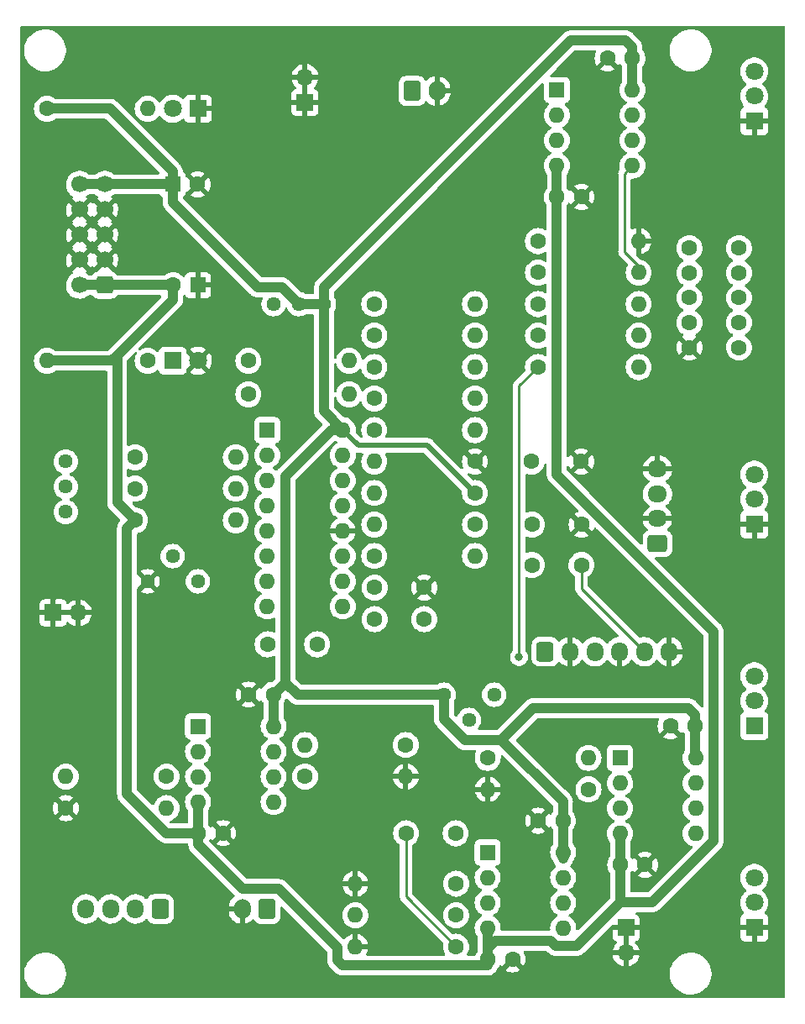
<source format=gbl>
G04 #@! TF.GenerationSoftware,KiCad,Pcbnew,(6.0.11)*
G04 #@! TF.CreationDate,2023-07-27T19:06:46+09:00*
G04 #@! TF.ProjectId,3340VCO,33333430-5643-44f2-9e6b-696361645f70,1.0*
G04 #@! TF.SameCoordinates,Original*
G04 #@! TF.FileFunction,Copper,L2,Bot*
G04 #@! TF.FilePolarity,Positive*
%FSLAX46Y46*%
G04 Gerber Fmt 4.6, Leading zero omitted, Abs format (unit mm)*
G04 Created by KiCad (PCBNEW (6.0.11)) date 2023-07-27 19:06:46*
%MOMM*%
%LPD*%
G01*
G04 APERTURE LIST*
G04 Aperture macros list*
%AMRoundRect*
0 Rectangle with rounded corners*
0 $1 Rounding radius*
0 $2 $3 $4 $5 $6 $7 $8 $9 X,Y pos of 4 corners*
0 Add a 4 corners polygon primitive as box body*
4,1,4,$2,$3,$4,$5,$6,$7,$8,$9,$2,$3,0*
0 Add four circle primitives for the rounded corners*
1,1,$1+$1,$2,$3*
1,1,$1+$1,$4,$5*
1,1,$1+$1,$6,$7*
1,1,$1+$1,$8,$9*
0 Add four rect primitives between the rounded corners*
20,1,$1+$1,$2,$3,$4,$5,0*
20,1,$1+$1,$4,$5,$6,$7,0*
20,1,$1+$1,$6,$7,$8,$9,0*
20,1,$1+$1,$8,$9,$2,$3,0*%
G04 Aperture macros list end*
G04 #@! TA.AperFunction,ComponentPad*
%ADD10C,1.600000*%
G04 #@! TD*
G04 #@! TA.AperFunction,ComponentPad*
%ADD11O,1.600000X1.600000*%
G04 #@! TD*
G04 #@! TA.AperFunction,ComponentPad*
%ADD12R,1.600000X1.600000*%
G04 #@! TD*
G04 #@! TA.AperFunction,ComponentPad*
%ADD13R,1.700000X1.700000*%
G04 #@! TD*
G04 #@! TA.AperFunction,ComponentPad*
%ADD14O,1.700000X1.700000*%
G04 #@! TD*
G04 #@! TA.AperFunction,ComponentPad*
%ADD15R,1.800000X1.800000*%
G04 #@! TD*
G04 #@! TA.AperFunction,ComponentPad*
%ADD16C,1.800000*%
G04 #@! TD*
G04 #@! TA.AperFunction,ComponentPad*
%ADD17C,1.440000*%
G04 #@! TD*
G04 #@! TA.AperFunction,ComponentPad*
%ADD18RoundRect,0.250000X-0.600000X-0.750000X0.600000X-0.750000X0.600000X0.750000X-0.600000X0.750000X0*%
G04 #@! TD*
G04 #@! TA.AperFunction,ComponentPad*
%ADD19O,1.700000X2.000000*%
G04 #@! TD*
G04 #@! TA.AperFunction,ComponentPad*
%ADD20RoundRect,0.250000X-0.600000X-0.725000X0.600000X-0.725000X0.600000X0.725000X-0.600000X0.725000X0*%
G04 #@! TD*
G04 #@! TA.AperFunction,ComponentPad*
%ADD21O,1.700000X1.950000*%
G04 #@! TD*
G04 #@! TA.AperFunction,ComponentPad*
%ADD22RoundRect,0.250000X0.725000X-0.600000X0.725000X0.600000X-0.725000X0.600000X-0.725000X-0.600000X0*%
G04 #@! TD*
G04 #@! TA.AperFunction,ComponentPad*
%ADD23O,1.950000X1.700000*%
G04 #@! TD*
G04 #@! TA.AperFunction,ComponentPad*
%ADD24RoundRect,0.250000X0.600000X0.750000X-0.600000X0.750000X-0.600000X-0.750000X0.600000X-0.750000X0*%
G04 #@! TD*
G04 #@! TA.AperFunction,ComponentPad*
%ADD25RoundRect,0.250000X0.600000X0.725000X-0.600000X0.725000X-0.600000X-0.725000X0.600000X-0.725000X0*%
G04 #@! TD*
G04 #@! TA.AperFunction,ComponentPad*
%ADD26RoundRect,0.250000X0.600000X0.600000X-0.600000X0.600000X-0.600000X-0.600000X0.600000X-0.600000X0*%
G04 #@! TD*
G04 #@! TA.AperFunction,ComponentPad*
%ADD27C,1.700000*%
G04 #@! TD*
G04 #@! TA.AperFunction,ViaPad*
%ADD28C,0.800000*%
G04 #@! TD*
G04 #@! TA.AperFunction,Conductor*
%ADD29C,0.250000*%
G04 #@! TD*
G04 #@! TA.AperFunction,Conductor*
%ADD30C,1.000000*%
G04 #@! TD*
G04 #@! TA.AperFunction,Conductor*
%ADD31C,0.500000*%
G04 #@! TD*
G04 APERTURE END LIST*
D10*
X153702523Y-105033323D03*
X158702523Y-105033323D03*
X154305000Y-72390000D03*
D11*
X164465000Y-72390000D03*
D10*
X169582500Y-83105000D03*
X169582500Y-80605000D03*
X169582500Y-78105000D03*
X169582500Y-75605000D03*
X169582500Y-73105000D03*
X174582500Y-83105000D03*
X174582500Y-80605000D03*
X174582500Y-78105000D03*
X174582500Y-75605000D03*
X174582500Y-73105000D03*
X146050000Y-143510000D03*
D11*
X135890000Y-143510000D03*
D12*
X156220000Y-57160000D03*
D11*
X156220000Y-59700000D03*
X156220000Y-62240000D03*
X156220000Y-64780000D03*
X163840000Y-64780000D03*
X163840000Y-62240000D03*
X163840000Y-59700000D03*
X163840000Y-57160000D03*
D13*
X130810000Y-58420000D03*
D14*
X130810000Y-55880000D03*
D10*
X141010000Y-132080000D03*
X146010000Y-132080000D03*
X154305000Y-75565000D03*
D11*
X164465000Y-75565000D03*
D15*
X176130000Y-121245000D03*
D16*
X176130000Y-118745000D03*
X176130000Y-116245000D03*
D15*
X120015000Y-59055000D03*
D16*
X117475000Y-59055000D03*
D10*
X127040000Y-113030000D03*
X132040000Y-113030000D03*
X137805000Y-85080000D03*
D11*
X147965000Y-85080000D03*
D10*
X125095000Y-84455000D03*
D11*
X135255000Y-84455000D03*
D10*
X137795000Y-104130000D03*
D11*
X147955000Y-104130000D03*
D10*
X154305000Y-78740000D03*
D11*
X164465000Y-78740000D03*
D12*
X149235000Y-134005000D03*
D11*
X149235000Y-136545000D03*
X149235000Y-139085000D03*
X149235000Y-141625000D03*
X156855000Y-141625000D03*
X156855000Y-139085000D03*
X156855000Y-136545000D03*
X156855000Y-134005000D03*
D12*
X117475000Y-66675000D03*
D10*
X119975000Y-66675000D03*
D17*
X132725000Y-78740000D03*
X130185000Y-78740000D03*
X127645000Y-78740000D03*
D18*
X141625000Y-57260000D03*
D19*
X144125000Y-57260000D03*
D10*
X159405000Y-127645000D03*
D11*
X149245000Y-127645000D03*
D15*
X176130000Y-100925000D03*
D16*
X176130000Y-98425000D03*
X176130000Y-95925000D03*
D10*
X154305000Y-85090000D03*
D11*
X164465000Y-85090000D03*
D10*
X165100000Y-135255000D03*
X162600000Y-135255000D03*
X146050000Y-137160000D03*
D11*
X135890000Y-137160000D03*
D20*
X155040000Y-113775000D03*
D21*
X157540000Y-113775000D03*
X160040000Y-113775000D03*
X162540000Y-113775000D03*
X165040000Y-113775000D03*
X167540000Y-113775000D03*
D10*
X153670000Y-94615000D03*
X158670000Y-94615000D03*
X104775000Y-59055000D03*
D11*
X114935000Y-59055000D03*
D10*
X137805000Y-81905000D03*
D11*
X147965000Y-81905000D03*
D10*
X137795000Y-91440000D03*
D11*
X147955000Y-91440000D03*
D10*
X142835000Y-110490000D03*
X137835000Y-110490000D03*
X137805000Y-88255000D03*
D11*
X147965000Y-88255000D03*
D10*
X113665000Y-94180000D03*
D11*
X123825000Y-94180000D03*
D10*
X158710000Y-67935000D03*
X156210000Y-67935000D03*
D13*
X105410000Y-109855000D03*
D14*
X107950000Y-109855000D03*
D10*
X140980000Y-123180000D03*
D11*
X130820000Y-123180000D03*
D15*
X176130000Y-60285000D03*
D16*
X176130000Y-57785000D03*
X176130000Y-55285000D03*
D10*
X149245000Y-124470000D03*
D11*
X159405000Y-124470000D03*
D15*
X117475000Y-84455000D03*
D16*
X120015000Y-84455000D03*
D10*
X127625000Y-118100000D03*
X125125000Y-118100000D03*
X142835000Y-107315000D03*
X137835000Y-107315000D03*
D13*
X163195000Y-141605000D03*
D14*
X163195000Y-144145000D03*
D17*
X106680000Y-94615000D03*
X106680000Y-97155000D03*
X106680000Y-99695000D03*
D15*
X176130000Y-141565000D03*
D16*
X176130000Y-139065000D03*
X176130000Y-136565000D03*
D22*
X166370000Y-102870000D03*
D23*
X166370000Y-100370000D03*
X166370000Y-97870000D03*
X166370000Y-95370000D03*
D10*
X125095000Y-87830000D03*
D11*
X135255000Y-87830000D03*
D10*
X154305000Y-81915000D03*
D11*
X164465000Y-81915000D03*
D24*
X126980000Y-139700000D03*
D19*
X124480000Y-139700000D03*
D10*
X163830000Y-53965000D03*
X161330000Y-53965000D03*
X114935000Y-84455000D03*
D11*
X104775000Y-84455000D03*
D17*
X149900000Y-118110000D03*
X147360000Y-120650000D03*
X144820000Y-118110000D03*
D10*
X122555000Y-132070000D03*
X120055000Y-132070000D03*
D12*
X127000000Y-91430000D03*
D11*
X127000000Y-93970000D03*
X127000000Y-96510000D03*
X127000000Y-99050000D03*
X127000000Y-101590000D03*
X127000000Y-104130000D03*
X127000000Y-106670000D03*
X127000000Y-109210000D03*
X134620000Y-109210000D03*
X134620000Y-106670000D03*
X134620000Y-104130000D03*
X134620000Y-101590000D03*
X134620000Y-99050000D03*
X134620000Y-96510000D03*
X134620000Y-93970000D03*
X134620000Y-91430000D03*
D17*
X114935000Y-106680000D03*
X117475000Y-104140000D03*
X120015000Y-106680000D03*
D10*
X147955000Y-100955000D03*
D11*
X137795000Y-100955000D03*
D10*
X146050000Y-140335000D03*
D11*
X135890000Y-140335000D03*
D10*
X130820000Y-126355000D03*
D11*
X140980000Y-126355000D03*
D12*
X120025000Y-121295000D03*
D11*
X120025000Y-123835000D03*
X120025000Y-126375000D03*
X120025000Y-128915000D03*
X127645000Y-128915000D03*
X127645000Y-126375000D03*
X127645000Y-123835000D03*
X127645000Y-121295000D03*
D10*
X147955000Y-97780000D03*
D11*
X137795000Y-97780000D03*
D10*
X147955000Y-94615000D03*
D11*
X137795000Y-94615000D03*
D10*
X116850000Y-126365000D03*
D11*
X106690000Y-126365000D03*
D25*
X116205000Y-139700000D03*
D21*
X113705000Y-139700000D03*
X111205000Y-139700000D03*
X108705000Y-139700000D03*
D26*
X110607500Y-76835000D03*
D27*
X108067500Y-76835000D03*
X110607500Y-74295000D03*
X108067500Y-74295000D03*
X110607500Y-71755000D03*
X108067500Y-71755000D03*
X110607500Y-69215000D03*
X108067500Y-69215000D03*
X110607500Y-66675000D03*
X108067500Y-66675000D03*
D10*
X113665000Y-100530000D03*
D11*
X123825000Y-100530000D03*
D12*
X120015000Y-76835000D03*
D10*
X117515000Y-76835000D03*
X137805000Y-78730000D03*
D11*
X147965000Y-78730000D03*
D10*
X158710000Y-100965000D03*
X153710000Y-100965000D03*
X151765000Y-144780000D03*
X149265000Y-144780000D03*
X170180000Y-121285000D03*
X167680000Y-121285000D03*
X156825000Y-130810000D03*
X154325000Y-130810000D03*
X106690000Y-129540000D03*
D11*
X116850000Y-129540000D03*
D12*
X162590000Y-124480000D03*
D11*
X162590000Y-127020000D03*
X162590000Y-129560000D03*
X162590000Y-132100000D03*
X170210000Y-132100000D03*
X170210000Y-129560000D03*
X170210000Y-127020000D03*
X170210000Y-124480000D03*
D10*
X113665000Y-97345000D03*
D11*
X123825000Y-97345000D03*
D28*
X152400000Y-114300000D03*
D29*
X158702523Y-107437523D02*
X158702523Y-105033323D01*
X165040000Y-113775000D02*
X158702523Y-107437523D01*
X164465000Y-74930000D02*
X164465000Y-75565000D01*
X163040001Y-73505001D02*
X164465000Y-74930000D01*
X163040001Y-65579999D02*
X163040001Y-73505001D01*
X163840000Y-64780000D02*
X163040001Y-65579999D01*
X152400000Y-86995000D02*
X152400000Y-114300000D01*
X154305000Y-85090000D02*
X152400000Y-86995000D01*
D30*
X156825000Y-134600000D02*
X156845000Y-134620000D01*
X156825000Y-128885000D02*
X156825000Y-130810000D01*
X132725000Y-77055000D02*
X157615000Y-52165000D01*
X130065000Y-118110000D02*
X128840000Y-116885000D01*
X134620000Y-91430000D02*
X133488630Y-91430000D01*
X134620000Y-91430000D02*
X132725000Y-89535000D01*
X117475000Y-65405000D02*
X111125000Y-59055000D01*
X170180000Y-121285000D02*
X170180000Y-124450000D01*
X144820000Y-120542448D02*
X146947552Y-122670000D01*
X110607500Y-66675000D02*
X117475000Y-66675000D01*
X128840000Y-116885000D02*
X127625000Y-118100000D01*
X130185000Y-78740000D02*
X132725000Y-78740000D01*
X117475000Y-68475000D02*
X117475000Y-66675000D01*
X163161370Y-52165000D02*
X163830000Y-52833630D01*
X108067500Y-66675000D02*
X110607500Y-66675000D01*
X157615000Y-52165000D02*
X163161370Y-52165000D01*
X170180000Y-124450000D02*
X170210000Y-124480000D01*
D31*
X136180000Y-92990000D02*
X134620000Y-91430000D01*
D30*
X111125000Y-59055000D02*
X104775000Y-59055000D01*
X127625000Y-118100000D02*
X127625000Y-121275000D01*
X163830000Y-57150000D02*
X163840000Y-57160000D01*
X144820000Y-118110000D02*
X130065000Y-118110000D01*
X153795000Y-119485000D02*
X150610000Y-122670000D01*
X126020000Y-77020000D02*
X117475000Y-68475000D01*
D31*
X147955000Y-97780000D02*
X143165000Y-92990000D01*
D30*
X133488630Y-91430000D02*
X128840000Y-96078630D01*
X132725000Y-89535000D02*
X132725000Y-78740000D01*
X170180000Y-121285000D02*
X170180000Y-120153630D01*
X128840000Y-96078630D02*
X128840000Y-116885000D01*
X156855000Y-134610000D02*
X156855000Y-134005000D01*
X156845000Y-134620000D02*
X156855000Y-134610000D01*
X146947552Y-122670000D02*
X150610000Y-122670000D01*
X117475000Y-66675000D02*
X117475000Y-65405000D01*
D31*
X143165000Y-92990000D02*
X136180000Y-92990000D01*
D30*
X132725000Y-78740000D02*
X132725000Y-77055000D01*
X144820000Y-118110000D02*
X144820000Y-120542448D01*
X127625000Y-121275000D02*
X127645000Y-121295000D01*
X170180000Y-120153630D02*
X169511370Y-119485000D01*
X163830000Y-53965000D02*
X163830000Y-57150000D01*
X130185000Y-78740000D02*
X128465000Y-77020000D01*
X169511370Y-119485000D02*
X153795000Y-119485000D01*
X163830000Y-52833630D02*
X163830000Y-53965000D01*
X156825000Y-130810000D02*
X156825000Y-134600000D01*
X150610000Y-122670000D02*
X156825000Y-128885000D01*
X128465000Y-77020000D02*
X126020000Y-77020000D01*
X120025000Y-128915000D02*
X120025000Y-132040000D01*
X124553630Y-137700000D02*
X128175000Y-137700000D01*
X112865001Y-128105001D02*
X116830000Y-132070000D01*
X112865001Y-101329999D02*
X112865001Y-128105001D01*
X162600000Y-139025000D02*
X162600000Y-135255000D01*
X155567208Y-142882793D02*
X156109415Y-143425000D01*
X156220000Y-67925000D02*
X156210000Y-67935000D01*
X104775000Y-84455000D02*
X111335000Y-84455000D01*
X162590000Y-135245000D02*
X162600000Y-135255000D01*
X156109415Y-143425000D02*
X158200000Y-143425000D01*
X117515000Y-76835000D02*
X117515000Y-78275000D01*
X120025000Y-132040000D02*
X120055000Y-132070000D01*
X111335000Y-84455000D02*
X111865000Y-83925000D01*
X113665000Y-100530000D02*
X112865001Y-101329999D01*
X150030837Y-142882793D02*
X155567208Y-142882793D01*
X111865000Y-98730000D02*
X113665000Y-100530000D01*
X134620000Y-145415000D02*
X149225000Y-145415000D01*
X149265000Y-143648630D02*
X150030837Y-142882793D01*
X110607500Y-76835000D02*
X117515000Y-76835000D01*
X134090000Y-144885000D02*
X134620000Y-145415000D01*
X128175000Y-137700000D02*
X134090000Y-143615000D01*
X149235000Y-144750000D02*
X149265000Y-144780000D01*
X116830000Y-132070000D02*
X120055000Y-132070000D01*
X165830585Y-139025000D02*
X162600000Y-139025000D01*
X156210000Y-67935000D02*
X156210000Y-95919415D01*
X156210000Y-95919415D02*
X172010000Y-111719415D01*
X111865000Y-83925000D02*
X111865000Y-98730000D01*
X134090000Y-143615000D02*
X134090000Y-144885000D01*
X158200000Y-143425000D02*
X162600000Y-139025000D01*
X120055000Y-133201370D02*
X124553630Y-137700000D01*
X149235000Y-141625000D02*
X149235000Y-144750000D01*
X120055000Y-132070000D02*
X120055000Y-133201370D01*
X172010000Y-111719415D02*
X172010000Y-132845585D01*
X156220000Y-64780000D02*
X156220000Y-67925000D01*
X117515000Y-78275000D02*
X111865000Y-83925000D01*
X149265000Y-144780000D02*
X149265000Y-143648630D01*
X108067500Y-76835000D02*
X110607500Y-76835000D01*
X172010000Y-132845585D02*
X165830585Y-139025000D01*
X162590000Y-132100000D02*
X162590000Y-135245000D01*
D29*
X141010000Y-132080000D02*
X141010000Y-138470000D01*
X141010000Y-138470000D02*
X146050000Y-143510000D01*
G04 #@! TA.AperFunction,Conductor*
G36*
X179138621Y-50693502D02*
G01*
X179185114Y-50747158D01*
X179196500Y-50799500D01*
X179196500Y-148590500D01*
X179176498Y-148658621D01*
X179122842Y-148705114D01*
X179070500Y-148716500D01*
X102234500Y-148716500D01*
X102166379Y-148696498D01*
X102119886Y-148642842D01*
X102108500Y-148590500D01*
X102108500Y-146357703D01*
X102490743Y-146357703D01*
X102491302Y-146361947D01*
X102491302Y-146361951D01*
X102499472Y-146424004D01*
X102528268Y-146642734D01*
X102604129Y-146920036D01*
X102716923Y-147184476D01*
X102864561Y-147431161D01*
X103044313Y-147655528D01*
X103252851Y-147853423D01*
X103486317Y-148021186D01*
X103490112Y-148023195D01*
X103490113Y-148023196D01*
X103511869Y-148034715D01*
X103740392Y-148155712D01*
X104010373Y-148254511D01*
X104291264Y-148315755D01*
X104319841Y-148318004D01*
X104514282Y-148333307D01*
X104514291Y-148333307D01*
X104516739Y-148333500D01*
X104672271Y-148333500D01*
X104674407Y-148333354D01*
X104674418Y-148333354D01*
X104882548Y-148319165D01*
X104882554Y-148319164D01*
X104886825Y-148318873D01*
X104891020Y-148318004D01*
X104891022Y-148318004D01*
X105027584Y-148289723D01*
X105168342Y-148260574D01*
X105439343Y-148164607D01*
X105694812Y-148032750D01*
X105698313Y-148030289D01*
X105698317Y-148030287D01*
X105812418Y-147950095D01*
X105930023Y-147867441D01*
X106140622Y-147671740D01*
X106322713Y-147449268D01*
X106472927Y-147204142D01*
X106588483Y-146940898D01*
X106667244Y-146664406D01*
X106707751Y-146379784D01*
X106707845Y-146361951D01*
X106709235Y-146096583D01*
X106709235Y-146096576D01*
X106709257Y-146092297D01*
X106706536Y-146071625D01*
X106692190Y-145962660D01*
X106671732Y-145807266D01*
X106595871Y-145529964D01*
X106579768Y-145492211D01*
X106484763Y-145269476D01*
X106484761Y-145269472D01*
X106483077Y-145265524D01*
X106376668Y-145087728D01*
X106337643Y-145022521D01*
X106337640Y-145022517D01*
X106335439Y-145018839D01*
X106155687Y-144794472D01*
X105947149Y-144596577D01*
X105720907Y-144434005D01*
X105717172Y-144431321D01*
X105717171Y-144431320D01*
X105713683Y-144428814D01*
X105698034Y-144420528D01*
X105644220Y-144392035D01*
X105459608Y-144294288D01*
X105227818Y-144209465D01*
X105193658Y-144196964D01*
X105193656Y-144196963D01*
X105189627Y-144195489D01*
X104908736Y-144134245D01*
X104877685Y-144131801D01*
X104685718Y-144116693D01*
X104685709Y-144116693D01*
X104683261Y-144116500D01*
X104527729Y-144116500D01*
X104525593Y-144116646D01*
X104525582Y-144116646D01*
X104317452Y-144130835D01*
X104317446Y-144130836D01*
X104313175Y-144131127D01*
X104308980Y-144131996D01*
X104308978Y-144131996D01*
X104172416Y-144160277D01*
X104031658Y-144189426D01*
X103760657Y-144285393D01*
X103756848Y-144287359D01*
X103529184Y-144404865D01*
X103505188Y-144417250D01*
X103501687Y-144419711D01*
X103501683Y-144419713D01*
X103475133Y-144438373D01*
X103269977Y-144582559D01*
X103059378Y-144778260D01*
X102877287Y-145000732D01*
X102727073Y-145245858D01*
X102725347Y-145249791D01*
X102725346Y-145249792D01*
X102645577Y-145431511D01*
X102611517Y-145509102D01*
X102610342Y-145513229D01*
X102610341Y-145513230D01*
X102606699Y-145526016D01*
X102532756Y-145785594D01*
X102492249Y-146070216D01*
X102492227Y-146074505D01*
X102492226Y-146074512D01*
X102490788Y-146349024D01*
X102490743Y-146357703D01*
X102108500Y-146357703D01*
X102108500Y-139882890D01*
X107346500Y-139882890D01*
X107346725Y-139885539D01*
X107360579Y-140048812D01*
X107361080Y-140054720D01*
X107362418Y-140059875D01*
X107362419Y-140059881D01*
X107407830Y-140234840D01*
X107418999Y-140277872D01*
X107421191Y-140282738D01*
X107421192Y-140282741D01*
X107442267Y-140329525D01*
X107513688Y-140488075D01*
X107642441Y-140679319D01*
X107646120Y-140683176D01*
X107646122Y-140683178D01*
X107707710Y-140747738D01*
X107801576Y-140846135D01*
X107986542Y-140983754D01*
X107991293Y-140986170D01*
X107991297Y-140986172D01*
X108028607Y-141005141D01*
X108192051Y-141088240D01*
X108197145Y-141089822D01*
X108197148Y-141089823D01*
X108397020Y-141151885D01*
X108412227Y-141156607D01*
X108417516Y-141157308D01*
X108635489Y-141186198D01*
X108635494Y-141186198D01*
X108640774Y-141186898D01*
X108646103Y-141186698D01*
X108646105Y-141186698D01*
X108755966Y-141182573D01*
X108871158Y-141178249D01*
X108887649Y-141174789D01*
X108989289Y-141153463D01*
X109096791Y-141130907D01*
X109101750Y-141128949D01*
X109101752Y-141128948D01*
X109306256Y-141048185D01*
X109306258Y-141048184D01*
X109311221Y-141046224D01*
X109316047Y-141043296D01*
X109503757Y-140929390D01*
X109503756Y-140929390D01*
X109508317Y-140926623D01*
X109577142Y-140866900D01*
X109678412Y-140779023D01*
X109678414Y-140779021D01*
X109682445Y-140775523D01*
X109746048Y-140697954D01*
X109825240Y-140601373D01*
X109825244Y-140601367D01*
X109828624Y-140597245D01*
X109846552Y-140565750D01*
X109897632Y-140516445D01*
X109967262Y-140502583D01*
X110033333Y-140528566D01*
X110060573Y-140557716D01*
X110142441Y-140679319D01*
X110146120Y-140683176D01*
X110146122Y-140683178D01*
X110207710Y-140747738D01*
X110301576Y-140846135D01*
X110486542Y-140983754D01*
X110491293Y-140986170D01*
X110491297Y-140986172D01*
X110528607Y-141005141D01*
X110692051Y-141088240D01*
X110697145Y-141089822D01*
X110697148Y-141089823D01*
X110897020Y-141151885D01*
X110912227Y-141156607D01*
X110917516Y-141157308D01*
X111135489Y-141186198D01*
X111135494Y-141186198D01*
X111140774Y-141186898D01*
X111146103Y-141186698D01*
X111146105Y-141186698D01*
X111255966Y-141182573D01*
X111371158Y-141178249D01*
X111387649Y-141174789D01*
X111489289Y-141153463D01*
X111596791Y-141130907D01*
X111601750Y-141128949D01*
X111601752Y-141128948D01*
X111806256Y-141048185D01*
X111806258Y-141048184D01*
X111811221Y-141046224D01*
X111816047Y-141043296D01*
X112003757Y-140929390D01*
X112003756Y-140929390D01*
X112008317Y-140926623D01*
X112077142Y-140866900D01*
X112178412Y-140779023D01*
X112178414Y-140779021D01*
X112182445Y-140775523D01*
X112246048Y-140697954D01*
X112325240Y-140601373D01*
X112325244Y-140601367D01*
X112328624Y-140597245D01*
X112346552Y-140565750D01*
X112397632Y-140516445D01*
X112467262Y-140502583D01*
X112533333Y-140528566D01*
X112560573Y-140557716D01*
X112642441Y-140679319D01*
X112646120Y-140683176D01*
X112646122Y-140683178D01*
X112707710Y-140747738D01*
X112801576Y-140846135D01*
X112986542Y-140983754D01*
X112991293Y-140986170D01*
X112991297Y-140986172D01*
X113028607Y-141005141D01*
X113192051Y-141088240D01*
X113197145Y-141089822D01*
X113197148Y-141089823D01*
X113397020Y-141151885D01*
X113412227Y-141156607D01*
X113417516Y-141157308D01*
X113635489Y-141186198D01*
X113635494Y-141186198D01*
X113640774Y-141186898D01*
X113646103Y-141186698D01*
X113646105Y-141186698D01*
X113755966Y-141182573D01*
X113871158Y-141178249D01*
X113887649Y-141174789D01*
X113989289Y-141153463D01*
X114096791Y-141130907D01*
X114101750Y-141128949D01*
X114101752Y-141128948D01*
X114306256Y-141048185D01*
X114306258Y-141048184D01*
X114311221Y-141046224D01*
X114316047Y-141043296D01*
X114503757Y-140929390D01*
X114503756Y-140929390D01*
X114508317Y-140926623D01*
X114577142Y-140866900D01*
X114678412Y-140779023D01*
X114678414Y-140779021D01*
X114682445Y-140775523D01*
X114711670Y-140739880D01*
X114770329Y-140699886D01*
X114841299Y-140697954D01*
X114902048Y-140734698D01*
X114916248Y-140753468D01*
X114942595Y-140796044D01*
X115006522Y-140899348D01*
X115131697Y-141024305D01*
X115137927Y-141028145D01*
X115137928Y-141028146D01*
X115275090Y-141112694D01*
X115282262Y-141117115D01*
X115317938Y-141128948D01*
X115443611Y-141170632D01*
X115443613Y-141170632D01*
X115450139Y-141172797D01*
X115456975Y-141173497D01*
X115456978Y-141173498D01*
X115492663Y-141177154D01*
X115554600Y-141183500D01*
X116855400Y-141183500D01*
X116858646Y-141183163D01*
X116858650Y-141183163D01*
X116954308Y-141173238D01*
X116954312Y-141173237D01*
X116961166Y-141172526D01*
X116967702Y-141170345D01*
X116967704Y-141170345D01*
X117099806Y-141126272D01*
X117128946Y-141116550D01*
X117279348Y-141023478D01*
X117404305Y-140898303D01*
X117436462Y-140846135D01*
X117493275Y-140753968D01*
X117493276Y-140753966D01*
X117497115Y-140747738D01*
X117547031Y-140597245D01*
X117550632Y-140586389D01*
X117550632Y-140586387D01*
X117552797Y-140579861D01*
X117563500Y-140475400D01*
X117563500Y-139970193D01*
X123127289Y-139970193D01*
X123136124Y-140074325D01*
X123137914Y-140084797D01*
X123193130Y-140297535D01*
X123196665Y-140307575D01*
X123286937Y-140507970D01*
X123292106Y-140517256D01*
X123414850Y-140699575D01*
X123421519Y-140707870D01*
X123573228Y-140866900D01*
X123581186Y-140873941D01*
X123757525Y-141005141D01*
X123766562Y-141010745D01*
X123962484Y-141110357D01*
X123972335Y-141114357D01*
X124182240Y-141179534D01*
X124192624Y-141181817D01*
X124208043Y-141183861D01*
X124222207Y-141181665D01*
X124226000Y-141168478D01*
X124226000Y-139972115D01*
X124221525Y-139956876D01*
X124220135Y-139955671D01*
X124212452Y-139954000D01*
X123144030Y-139954000D01*
X123129352Y-139958310D01*
X123127289Y-139970193D01*
X117563500Y-139970193D01*
X117563500Y-138924600D01*
X117560680Y-138897417D01*
X117553238Y-138825692D01*
X117553237Y-138825688D01*
X117552526Y-138818834D01*
X117548710Y-138807394D01*
X117498868Y-138658002D01*
X117496550Y-138651054D01*
X117403478Y-138500652D01*
X117278303Y-138375695D01*
X117271639Y-138371587D01*
X117133968Y-138286725D01*
X117133966Y-138286724D01*
X117127738Y-138282885D01*
X117014154Y-138245211D01*
X116966389Y-138229368D01*
X116966387Y-138229368D01*
X116959861Y-138227203D01*
X116953025Y-138226503D01*
X116953022Y-138226502D01*
X116909969Y-138222091D01*
X116855400Y-138216500D01*
X115554600Y-138216500D01*
X115551354Y-138216837D01*
X115551350Y-138216837D01*
X115455692Y-138226762D01*
X115455688Y-138226763D01*
X115448834Y-138227474D01*
X115442298Y-138229655D01*
X115442296Y-138229655D01*
X115327369Y-138267998D01*
X115281054Y-138283450D01*
X115130652Y-138376522D01*
X115005695Y-138501697D01*
X114917873Y-138644171D01*
X114915920Y-138647339D01*
X114863148Y-138694832D01*
X114793076Y-138706256D01*
X114727952Y-138677982D01*
X114717490Y-138668195D01*
X114648931Y-138596327D01*
X114608424Y-138553865D01*
X114588073Y-138538723D01*
X114471673Y-138452119D01*
X114423458Y-138416246D01*
X114418707Y-138413830D01*
X114418703Y-138413828D01*
X114296731Y-138351815D01*
X114217949Y-138311760D01*
X114212855Y-138310178D01*
X114212852Y-138310177D01*
X114002871Y-138244976D01*
X113997773Y-138243393D01*
X113992484Y-138242692D01*
X113774511Y-138213802D01*
X113774506Y-138213802D01*
X113769226Y-138213102D01*
X113763897Y-138213302D01*
X113763895Y-138213302D01*
X113654034Y-138217427D01*
X113538842Y-138221751D01*
X113533623Y-138222846D01*
X113511566Y-138227474D01*
X113313209Y-138269093D01*
X113308250Y-138271051D01*
X113308248Y-138271052D01*
X113103744Y-138351815D01*
X113103742Y-138351816D01*
X113098779Y-138353776D01*
X113094220Y-138356543D01*
X113094217Y-138356544D01*
X112990581Y-138419432D01*
X112901683Y-138473377D01*
X112897653Y-138476874D01*
X112731643Y-138620930D01*
X112727555Y-138624477D01*
X112708809Y-138647339D01*
X112584760Y-138798627D01*
X112584756Y-138798633D01*
X112581376Y-138802755D01*
X112563448Y-138834250D01*
X112512368Y-138883555D01*
X112442738Y-138897417D01*
X112376667Y-138871434D01*
X112349427Y-138842284D01*
X112325935Y-138807390D01*
X112267559Y-138720681D01*
X112263078Y-138715983D01*
X112148931Y-138596327D01*
X112108424Y-138553865D01*
X112088073Y-138538723D01*
X111971673Y-138452119D01*
X111923458Y-138416246D01*
X111918707Y-138413830D01*
X111918703Y-138413828D01*
X111796731Y-138351815D01*
X111717949Y-138311760D01*
X111712855Y-138310178D01*
X111712852Y-138310177D01*
X111502871Y-138244976D01*
X111497773Y-138243393D01*
X111492484Y-138242692D01*
X111274511Y-138213802D01*
X111274506Y-138213802D01*
X111269226Y-138213102D01*
X111263897Y-138213302D01*
X111263895Y-138213302D01*
X111154034Y-138217427D01*
X111038842Y-138221751D01*
X111033623Y-138222846D01*
X111011566Y-138227474D01*
X110813209Y-138269093D01*
X110808250Y-138271051D01*
X110808248Y-138271052D01*
X110603744Y-138351815D01*
X110603742Y-138351816D01*
X110598779Y-138353776D01*
X110594220Y-138356543D01*
X110594217Y-138356544D01*
X110490581Y-138419432D01*
X110401683Y-138473377D01*
X110397653Y-138476874D01*
X110231643Y-138620930D01*
X110227555Y-138624477D01*
X110208809Y-138647339D01*
X110084760Y-138798627D01*
X110084756Y-138798633D01*
X110081376Y-138802755D01*
X110063448Y-138834250D01*
X110012368Y-138883555D01*
X109942738Y-138897417D01*
X109876667Y-138871434D01*
X109849427Y-138842284D01*
X109825935Y-138807390D01*
X109767559Y-138720681D01*
X109763078Y-138715983D01*
X109648931Y-138596327D01*
X109608424Y-138553865D01*
X109588073Y-138538723D01*
X109471673Y-138452119D01*
X109423458Y-138416246D01*
X109418707Y-138413830D01*
X109418703Y-138413828D01*
X109296731Y-138351815D01*
X109217949Y-138311760D01*
X109212855Y-138310178D01*
X109212852Y-138310177D01*
X109002871Y-138244976D01*
X108997773Y-138243393D01*
X108992484Y-138242692D01*
X108774511Y-138213802D01*
X108774506Y-138213802D01*
X108769226Y-138213102D01*
X108763897Y-138213302D01*
X108763895Y-138213302D01*
X108654034Y-138217427D01*
X108538842Y-138221751D01*
X108533623Y-138222846D01*
X108511566Y-138227474D01*
X108313209Y-138269093D01*
X108308250Y-138271051D01*
X108308248Y-138271052D01*
X108103744Y-138351815D01*
X108103742Y-138351816D01*
X108098779Y-138353776D01*
X108094220Y-138356543D01*
X108094217Y-138356544D01*
X107990581Y-138419432D01*
X107901683Y-138473377D01*
X107897653Y-138476874D01*
X107731643Y-138620930D01*
X107727555Y-138624477D01*
X107708809Y-138647339D01*
X107584760Y-138798627D01*
X107584756Y-138798633D01*
X107581376Y-138802755D01*
X107578738Y-138807390D01*
X107578735Y-138807394D01*
X107525626Y-138900694D01*
X107467325Y-139003114D01*
X107388663Y-139219825D01*
X107387714Y-139225074D01*
X107387713Y-139225077D01*
X107348377Y-139442608D01*
X107348376Y-139442615D01*
X107347639Y-139446692D01*
X107346500Y-139470844D01*
X107346500Y-139882890D01*
X102108500Y-139882890D01*
X102108500Y-130626062D01*
X105968493Y-130626062D01*
X105977789Y-130638077D01*
X106028994Y-130673931D01*
X106038489Y-130679414D01*
X106235947Y-130771490D01*
X106246239Y-130775236D01*
X106456688Y-130831625D01*
X106467481Y-130833528D01*
X106684525Y-130852517D01*
X106695475Y-130852517D01*
X106912519Y-130833528D01*
X106923312Y-130831625D01*
X107133761Y-130775236D01*
X107144053Y-130771490D01*
X107341511Y-130679414D01*
X107351006Y-130673931D01*
X107403048Y-130637491D01*
X107411424Y-130627012D01*
X107404356Y-130613566D01*
X106702812Y-129912022D01*
X106688868Y-129904408D01*
X106687035Y-129904539D01*
X106680420Y-129908790D01*
X105974923Y-130614287D01*
X105968493Y-130626062D01*
X102108500Y-130626062D01*
X102108500Y-129545475D01*
X105377483Y-129545475D01*
X105396472Y-129762519D01*
X105398375Y-129773312D01*
X105454764Y-129983761D01*
X105458510Y-129994053D01*
X105550586Y-130191511D01*
X105556069Y-130201006D01*
X105592509Y-130253048D01*
X105602988Y-130261424D01*
X105616434Y-130254356D01*
X106317978Y-129552812D01*
X106324356Y-129541132D01*
X107054408Y-129541132D01*
X107054539Y-129542965D01*
X107058790Y-129549580D01*
X107764287Y-130255077D01*
X107776062Y-130261507D01*
X107788077Y-130252211D01*
X107823931Y-130201006D01*
X107829414Y-130191511D01*
X107921490Y-129994053D01*
X107925236Y-129983761D01*
X107981625Y-129773312D01*
X107983528Y-129762519D01*
X108002517Y-129545475D01*
X108002517Y-129534525D01*
X107983528Y-129317481D01*
X107981625Y-129306688D01*
X107925236Y-129096239D01*
X107921490Y-129085947D01*
X107829414Y-128888489D01*
X107823931Y-128878994D01*
X107787491Y-128826952D01*
X107777012Y-128818576D01*
X107763566Y-128825644D01*
X107062022Y-129527188D01*
X107054408Y-129541132D01*
X106324356Y-129541132D01*
X106325592Y-129538868D01*
X106325461Y-129537035D01*
X106321210Y-129530420D01*
X105615713Y-128824923D01*
X105603938Y-128818493D01*
X105591923Y-128827789D01*
X105556069Y-128878994D01*
X105550586Y-128888489D01*
X105458510Y-129085947D01*
X105454764Y-129096239D01*
X105398375Y-129306688D01*
X105396472Y-129317481D01*
X105377483Y-129534525D01*
X105377483Y-129545475D01*
X102108500Y-129545475D01*
X102108500Y-128452988D01*
X105968576Y-128452988D01*
X105975644Y-128466434D01*
X106677188Y-129167978D01*
X106691132Y-129175592D01*
X106692965Y-129175461D01*
X106699580Y-129171210D01*
X107405077Y-128465713D01*
X107411507Y-128453938D01*
X107402211Y-128441923D01*
X107351006Y-128406069D01*
X107341511Y-128400586D01*
X107144053Y-128308510D01*
X107133761Y-128304764D01*
X106923312Y-128248375D01*
X106912519Y-128246472D01*
X106695475Y-128227483D01*
X106684525Y-128227483D01*
X106467481Y-128246472D01*
X106456688Y-128248375D01*
X106246239Y-128304764D01*
X106235947Y-128308510D01*
X106038489Y-128400586D01*
X106028994Y-128406069D01*
X105976952Y-128442509D01*
X105968576Y-128452988D01*
X102108500Y-128452988D01*
X102108500Y-126365000D01*
X105376502Y-126365000D01*
X105396457Y-126593087D01*
X105397881Y-126598400D01*
X105397881Y-126598402D01*
X105451614Y-126798933D01*
X105455716Y-126814243D01*
X105458039Y-126819224D01*
X105458039Y-126819225D01*
X105550151Y-127016762D01*
X105550154Y-127016767D01*
X105552477Y-127021749D01*
X105562636Y-127036257D01*
X105679529Y-127203197D01*
X105683802Y-127209300D01*
X105845700Y-127371198D01*
X105850208Y-127374355D01*
X105850211Y-127374357D01*
X105918814Y-127422393D01*
X106033251Y-127502523D01*
X106038233Y-127504846D01*
X106038238Y-127504849D01*
X106221353Y-127590236D01*
X106240757Y-127599284D01*
X106246065Y-127600706D01*
X106246067Y-127600707D01*
X106456598Y-127657119D01*
X106456600Y-127657119D01*
X106461913Y-127658543D01*
X106690000Y-127678498D01*
X106918087Y-127658543D01*
X106923400Y-127657119D01*
X106923402Y-127657119D01*
X107133933Y-127600707D01*
X107133935Y-127600706D01*
X107139243Y-127599284D01*
X107158647Y-127590236D01*
X107341762Y-127504849D01*
X107341767Y-127504846D01*
X107346749Y-127502523D01*
X107461186Y-127422393D01*
X107529789Y-127374357D01*
X107529792Y-127374355D01*
X107534300Y-127371198D01*
X107696198Y-127209300D01*
X107700472Y-127203197D01*
X107817364Y-127036257D01*
X107827523Y-127021749D01*
X107829846Y-127016767D01*
X107829849Y-127016762D01*
X107921961Y-126819225D01*
X107921961Y-126819224D01*
X107924284Y-126814243D01*
X107928387Y-126798933D01*
X107982119Y-126598402D01*
X107982119Y-126598400D01*
X107983543Y-126593087D01*
X108003498Y-126365000D01*
X107983543Y-126136913D01*
X107982119Y-126131598D01*
X107925707Y-125921067D01*
X107925706Y-125921065D01*
X107924284Y-125915757D01*
X107910238Y-125885634D01*
X107829849Y-125713238D01*
X107829846Y-125713233D01*
X107827523Y-125708251D01*
X107706359Y-125535211D01*
X107699357Y-125525211D01*
X107699355Y-125525208D01*
X107696198Y-125520700D01*
X107534300Y-125358802D01*
X107529792Y-125355645D01*
X107529789Y-125355643D01*
X107361030Y-125237477D01*
X107346749Y-125227477D01*
X107341767Y-125225154D01*
X107341762Y-125225151D01*
X107144225Y-125133039D01*
X107144224Y-125133039D01*
X107139243Y-125130716D01*
X107133935Y-125129294D01*
X107133933Y-125129293D01*
X106923402Y-125072881D01*
X106923400Y-125072881D01*
X106918087Y-125071457D01*
X106690000Y-125051502D01*
X106461913Y-125071457D01*
X106456600Y-125072881D01*
X106456598Y-125072881D01*
X106246067Y-125129293D01*
X106246065Y-125129294D01*
X106240757Y-125130716D01*
X106235776Y-125133039D01*
X106235775Y-125133039D01*
X106038238Y-125225151D01*
X106038233Y-125225154D01*
X106033251Y-125227477D01*
X106018970Y-125237477D01*
X105850211Y-125355643D01*
X105850208Y-125355645D01*
X105845700Y-125358802D01*
X105683802Y-125520700D01*
X105680645Y-125525208D01*
X105680643Y-125525211D01*
X105673641Y-125535211D01*
X105552477Y-125708251D01*
X105550154Y-125713233D01*
X105550151Y-125713238D01*
X105469762Y-125885634D01*
X105455716Y-125915757D01*
X105454294Y-125921065D01*
X105454293Y-125921067D01*
X105397881Y-126131598D01*
X105396457Y-126136913D01*
X105376502Y-126365000D01*
X102108500Y-126365000D01*
X102108500Y-110749669D01*
X104052001Y-110749669D01*
X104052371Y-110756490D01*
X104057895Y-110807352D01*
X104061521Y-110822604D01*
X104106676Y-110943054D01*
X104115214Y-110958649D01*
X104191715Y-111060724D01*
X104204276Y-111073285D01*
X104306351Y-111149786D01*
X104321946Y-111158324D01*
X104442394Y-111203478D01*
X104457649Y-111207105D01*
X104508514Y-111212631D01*
X104515328Y-111213000D01*
X105137885Y-111213000D01*
X105153124Y-111208525D01*
X105154329Y-111207135D01*
X105156000Y-111199452D01*
X105156000Y-111194884D01*
X105664000Y-111194884D01*
X105668475Y-111210123D01*
X105669865Y-111211328D01*
X105677548Y-111212999D01*
X106304669Y-111212999D01*
X106311490Y-111212629D01*
X106362352Y-111207105D01*
X106377604Y-111203479D01*
X106498054Y-111158324D01*
X106513649Y-111149786D01*
X106615724Y-111073285D01*
X106628285Y-111060724D01*
X106704786Y-110958649D01*
X106713325Y-110943052D01*
X106754425Y-110833418D01*
X106797066Y-110776653D01*
X106863628Y-110751953D01*
X106932977Y-110767160D01*
X106967645Y-110795150D01*
X106993219Y-110824674D01*
X107000580Y-110831883D01*
X107164434Y-110967916D01*
X107172881Y-110973831D01*
X107356756Y-111081279D01*
X107366042Y-111085729D01*
X107565001Y-111161703D01*
X107574899Y-111164579D01*
X107678250Y-111185606D01*
X107692299Y-111184410D01*
X107696000Y-111174065D01*
X107696000Y-111173517D01*
X108204000Y-111173517D01*
X108208064Y-111187359D01*
X108221478Y-111189393D01*
X108228184Y-111188534D01*
X108238262Y-111186392D01*
X108442255Y-111125191D01*
X108451842Y-111121433D01*
X108643095Y-111027739D01*
X108651945Y-111022464D01*
X108825328Y-110898792D01*
X108833200Y-110892139D01*
X108984052Y-110741812D01*
X108990730Y-110733965D01*
X109115003Y-110561020D01*
X109120313Y-110552183D01*
X109214670Y-110361267D01*
X109218469Y-110351672D01*
X109280377Y-110147910D01*
X109282555Y-110137837D01*
X109283986Y-110126962D01*
X109281775Y-110112778D01*
X109268617Y-110109000D01*
X108222115Y-110109000D01*
X108206876Y-110113475D01*
X108205671Y-110114865D01*
X108204000Y-110122548D01*
X108204000Y-111173517D01*
X107696000Y-111173517D01*
X107696000Y-110127115D01*
X107691525Y-110111876D01*
X107690135Y-110110671D01*
X107682452Y-110109000D01*
X105682115Y-110109000D01*
X105666876Y-110113475D01*
X105665671Y-110114865D01*
X105664000Y-110122548D01*
X105664000Y-111194884D01*
X105156000Y-111194884D01*
X105156000Y-110127115D01*
X105151525Y-110111876D01*
X105150135Y-110110671D01*
X105142452Y-110109000D01*
X104070116Y-110109000D01*
X104054877Y-110113475D01*
X104053672Y-110114865D01*
X104052001Y-110122548D01*
X104052001Y-110749669D01*
X102108500Y-110749669D01*
X102108500Y-109582885D01*
X104052000Y-109582885D01*
X104056475Y-109598124D01*
X104057865Y-109599329D01*
X104065548Y-109601000D01*
X105137885Y-109601000D01*
X105153124Y-109596525D01*
X105154329Y-109595135D01*
X105156000Y-109587452D01*
X105156000Y-109582885D01*
X105664000Y-109582885D01*
X105668475Y-109598124D01*
X105669865Y-109599329D01*
X105677548Y-109601000D01*
X107677885Y-109601000D01*
X107693124Y-109596525D01*
X107694329Y-109595135D01*
X107696000Y-109587452D01*
X107696000Y-109582885D01*
X108204000Y-109582885D01*
X108208475Y-109598124D01*
X108209865Y-109599329D01*
X108217548Y-109601000D01*
X109268344Y-109601000D01*
X109281875Y-109597027D01*
X109283180Y-109587947D01*
X109241214Y-109420875D01*
X109237894Y-109411124D01*
X109152972Y-109215814D01*
X109148105Y-109206739D01*
X109032426Y-109027926D01*
X109026136Y-109019757D01*
X108882806Y-108862240D01*
X108875273Y-108855215D01*
X108708139Y-108723222D01*
X108699552Y-108717517D01*
X108513117Y-108614599D01*
X108503705Y-108610369D01*
X108302959Y-108539280D01*
X108292988Y-108536646D01*
X108221837Y-108523972D01*
X108208540Y-108525432D01*
X108204000Y-108539989D01*
X108204000Y-109582885D01*
X107696000Y-109582885D01*
X107696000Y-108538102D01*
X107692082Y-108524758D01*
X107677806Y-108522771D01*
X107639324Y-108528660D01*
X107629288Y-108531051D01*
X107426868Y-108597212D01*
X107417359Y-108601209D01*
X107228463Y-108699542D01*
X107219738Y-108705036D01*
X107049433Y-108832905D01*
X107041726Y-108839748D01*
X106964094Y-108920985D01*
X106902570Y-108956415D01*
X106831657Y-108952958D01*
X106773871Y-108911712D01*
X106755018Y-108878164D01*
X106713324Y-108766946D01*
X106704786Y-108751351D01*
X106628285Y-108649276D01*
X106615724Y-108636715D01*
X106513649Y-108560214D01*
X106498054Y-108551676D01*
X106377606Y-108506522D01*
X106362351Y-108502895D01*
X106311486Y-108497369D01*
X106304672Y-108497000D01*
X105682115Y-108497000D01*
X105666876Y-108501475D01*
X105665671Y-108502865D01*
X105664000Y-108510548D01*
X105664000Y-109582885D01*
X105156000Y-109582885D01*
X105156000Y-108515116D01*
X105151525Y-108499877D01*
X105150135Y-108498672D01*
X105142452Y-108497001D01*
X104515331Y-108497001D01*
X104508510Y-108497371D01*
X104457648Y-108502895D01*
X104442396Y-108506521D01*
X104321946Y-108551676D01*
X104306351Y-108560214D01*
X104204276Y-108636715D01*
X104191715Y-108649276D01*
X104115214Y-108751351D01*
X104106676Y-108766946D01*
X104061522Y-108887394D01*
X104057895Y-108902649D01*
X104052369Y-108953514D01*
X104052000Y-108960328D01*
X104052000Y-109582885D01*
X102108500Y-109582885D01*
X102108500Y-99695000D01*
X105446807Y-99695000D01*
X105465542Y-99909142D01*
X105466966Y-99914455D01*
X105466966Y-99914457D01*
X105519550Y-100110700D01*
X105521178Y-100116777D01*
X105523500Y-100121757D01*
X105523501Y-100121759D01*
X105608127Y-100303238D01*
X105612024Y-100311596D01*
X105735319Y-100487681D01*
X105887319Y-100639681D01*
X106063403Y-100762976D01*
X106068381Y-100765297D01*
X106068384Y-100765299D01*
X106248405Y-100849244D01*
X106258223Y-100853822D01*
X106263531Y-100855244D01*
X106263533Y-100855245D01*
X106460543Y-100908034D01*
X106460545Y-100908034D01*
X106465858Y-100909458D01*
X106680000Y-100928193D01*
X106894142Y-100909458D01*
X106899455Y-100908034D01*
X106899457Y-100908034D01*
X107096467Y-100855245D01*
X107096469Y-100855244D01*
X107101777Y-100853822D01*
X107111595Y-100849244D01*
X107291616Y-100765299D01*
X107291619Y-100765297D01*
X107296597Y-100762976D01*
X107472681Y-100639681D01*
X107624681Y-100487681D01*
X107747976Y-100311596D01*
X107751874Y-100303238D01*
X107836499Y-100121759D01*
X107836500Y-100121757D01*
X107838822Y-100116777D01*
X107840451Y-100110700D01*
X107893034Y-99914457D01*
X107893034Y-99914455D01*
X107894458Y-99909142D01*
X107913193Y-99695000D01*
X107894458Y-99480858D01*
X107893034Y-99475543D01*
X107840245Y-99278533D01*
X107840244Y-99278531D01*
X107838822Y-99273223D01*
X107819277Y-99231308D01*
X107750299Y-99083385D01*
X107750297Y-99083382D01*
X107747976Y-99078404D01*
X107624681Y-98902319D01*
X107472681Y-98750319D01*
X107296597Y-98627024D01*
X107291619Y-98624703D01*
X107291616Y-98624701D01*
X107108247Y-98539195D01*
X107054962Y-98492278D01*
X107035501Y-98424000D01*
X107056043Y-98356041D01*
X107108247Y-98310805D01*
X107291616Y-98225299D01*
X107291619Y-98225297D01*
X107296597Y-98222976D01*
X107472681Y-98099681D01*
X107624681Y-97947681D01*
X107747976Y-97771596D01*
X107752513Y-97761868D01*
X107836499Y-97581759D01*
X107836500Y-97581757D01*
X107838822Y-97576777D01*
X107841440Y-97567009D01*
X107893034Y-97374457D01*
X107893034Y-97374455D01*
X107894458Y-97369142D01*
X107913193Y-97155000D01*
X107894458Y-96940858D01*
X107893034Y-96935543D01*
X107840245Y-96738533D01*
X107840244Y-96738531D01*
X107838822Y-96733223D01*
X107835109Y-96725261D01*
X107750299Y-96543385D01*
X107750297Y-96543382D01*
X107747976Y-96538404D01*
X107624681Y-96362319D01*
X107472681Y-96210319D01*
X107296597Y-96087024D01*
X107291619Y-96084703D01*
X107291616Y-96084701D01*
X107108247Y-95999195D01*
X107054962Y-95952278D01*
X107035501Y-95884000D01*
X107056043Y-95816041D01*
X107108247Y-95770805D01*
X107291616Y-95685299D01*
X107291619Y-95685297D01*
X107296597Y-95682976D01*
X107472681Y-95559681D01*
X107624681Y-95407681D01*
X107747976Y-95231596D01*
X107752161Y-95222623D01*
X107836499Y-95041759D01*
X107836500Y-95041757D01*
X107838822Y-95036777D01*
X107853077Y-94983579D01*
X107893034Y-94834457D01*
X107893034Y-94834455D01*
X107894458Y-94829142D01*
X107913193Y-94615000D01*
X107894458Y-94400858D01*
X107893034Y-94395543D01*
X107840245Y-94198533D01*
X107840244Y-94198531D01*
X107838822Y-94193223D01*
X107828571Y-94171239D01*
X107750299Y-94003385D01*
X107750297Y-94003382D01*
X107747976Y-93998404D01*
X107624681Y-93822319D01*
X107472681Y-93670319D01*
X107296597Y-93547024D01*
X107291619Y-93544703D01*
X107291616Y-93544701D01*
X107106759Y-93458501D01*
X107106758Y-93458500D01*
X107101777Y-93456178D01*
X107096469Y-93454756D01*
X107096467Y-93454755D01*
X106899457Y-93401966D01*
X106899455Y-93401966D01*
X106894142Y-93400542D01*
X106680000Y-93381807D01*
X106465858Y-93400542D01*
X106460545Y-93401966D01*
X106460543Y-93401966D01*
X106263533Y-93454755D01*
X106263531Y-93454756D01*
X106258223Y-93456178D01*
X106253243Y-93458500D01*
X106253241Y-93458501D01*
X106068385Y-93544701D01*
X106068382Y-93544703D01*
X106063404Y-93547024D01*
X105887319Y-93670319D01*
X105735319Y-93822319D01*
X105612024Y-93998404D01*
X105609703Y-94003382D01*
X105609701Y-94003385D01*
X105531429Y-94171239D01*
X105521178Y-94193223D01*
X105519756Y-94198531D01*
X105519755Y-94198533D01*
X105466966Y-94395543D01*
X105465542Y-94400858D01*
X105446807Y-94615000D01*
X105465542Y-94829142D01*
X105466966Y-94834455D01*
X105466966Y-94834457D01*
X105506924Y-94983579D01*
X105521178Y-95036777D01*
X105523500Y-95041757D01*
X105523501Y-95041759D01*
X105607840Y-95222623D01*
X105612024Y-95231596D01*
X105735319Y-95407681D01*
X105887319Y-95559681D01*
X106063403Y-95682976D01*
X106068381Y-95685297D01*
X106068384Y-95685299D01*
X106251753Y-95770805D01*
X106305038Y-95817722D01*
X106324499Y-95886000D01*
X106303957Y-95953959D01*
X106251753Y-95999195D01*
X106068385Y-96084701D01*
X106068382Y-96084703D01*
X106063404Y-96087024D01*
X105887319Y-96210319D01*
X105735319Y-96362319D01*
X105612024Y-96538404D01*
X105609703Y-96543382D01*
X105609701Y-96543385D01*
X105524891Y-96725261D01*
X105521178Y-96733223D01*
X105519756Y-96738531D01*
X105519755Y-96738533D01*
X105466966Y-96935543D01*
X105465542Y-96940858D01*
X105446807Y-97155000D01*
X105465542Y-97369142D01*
X105466966Y-97374455D01*
X105466966Y-97374457D01*
X105518561Y-97567009D01*
X105521178Y-97576777D01*
X105523500Y-97581757D01*
X105523501Y-97581759D01*
X105607488Y-97761868D01*
X105612024Y-97771596D01*
X105735319Y-97947681D01*
X105887319Y-98099681D01*
X106063403Y-98222976D01*
X106068381Y-98225297D01*
X106068384Y-98225299D01*
X106251753Y-98310805D01*
X106305038Y-98357722D01*
X106324499Y-98426000D01*
X106303957Y-98493959D01*
X106251753Y-98539195D01*
X106068385Y-98624701D01*
X106068382Y-98624703D01*
X106063404Y-98627024D01*
X105887319Y-98750319D01*
X105735319Y-98902319D01*
X105612024Y-99078404D01*
X105609703Y-99083382D01*
X105609701Y-99083385D01*
X105540723Y-99231308D01*
X105521178Y-99273223D01*
X105519756Y-99278531D01*
X105519755Y-99278533D01*
X105466966Y-99475543D01*
X105465542Y-99480858D01*
X105446807Y-99695000D01*
X102108500Y-99695000D01*
X102108500Y-84455000D01*
X103461502Y-84455000D01*
X103481457Y-84683087D01*
X103482881Y-84688400D01*
X103482881Y-84688402D01*
X103529374Y-84861913D01*
X103540716Y-84904243D01*
X103543039Y-84909224D01*
X103543039Y-84909225D01*
X103635151Y-85106762D01*
X103635154Y-85106767D01*
X103637477Y-85111749D01*
X103768802Y-85299300D01*
X103930700Y-85461198D01*
X103935208Y-85464355D01*
X103935211Y-85464357D01*
X103990753Y-85503248D01*
X104118251Y-85592523D01*
X104123233Y-85594846D01*
X104123238Y-85594849D01*
X104274878Y-85665559D01*
X104325757Y-85689284D01*
X104331065Y-85690706D01*
X104331067Y-85690707D01*
X104541598Y-85747119D01*
X104541600Y-85747119D01*
X104546913Y-85748543D01*
X104775000Y-85768498D01*
X105003087Y-85748543D01*
X105008400Y-85747119D01*
X105008402Y-85747119D01*
X105218933Y-85690707D01*
X105218935Y-85690706D01*
X105224243Y-85689284D01*
X105275122Y-85665559D01*
X105426762Y-85594849D01*
X105426767Y-85594846D01*
X105431749Y-85592523D01*
X105583469Y-85486287D01*
X105655740Y-85463500D01*
X110730500Y-85463500D01*
X110798621Y-85483502D01*
X110845114Y-85537158D01*
X110856500Y-85589500D01*
X110856500Y-98668157D01*
X110855763Y-98681764D01*
X110851676Y-98719388D01*
X110853973Y-98745638D01*
X110856050Y-98769388D01*
X110856379Y-98774214D01*
X110856500Y-98776686D01*
X110856500Y-98779769D01*
X110856801Y-98782837D01*
X110860690Y-98822506D01*
X110860812Y-98823819D01*
X110863315Y-98852428D01*
X110868913Y-98916413D01*
X110870400Y-98921532D01*
X110870920Y-98926833D01*
X110897791Y-99015834D01*
X110898126Y-99016967D01*
X110915976Y-99078404D01*
X110924091Y-99106336D01*
X110926544Y-99111068D01*
X110928084Y-99116169D01*
X110930978Y-99121612D01*
X110971731Y-99198260D01*
X110972343Y-99199426D01*
X111003597Y-99259719D01*
X111015108Y-99281926D01*
X111018431Y-99286089D01*
X111020934Y-99290796D01*
X111079755Y-99362918D01*
X111080446Y-99363774D01*
X111111738Y-99402973D01*
X111114242Y-99405477D01*
X111114884Y-99406195D01*
X111118585Y-99410528D01*
X111145935Y-99444062D01*
X111150682Y-99447989D01*
X111150684Y-99447991D01*
X111181262Y-99473287D01*
X111190031Y-99481266D01*
X112146770Y-100438004D01*
X112180794Y-100500315D01*
X112175730Y-100571130D01*
X112154197Y-100608087D01*
X112123684Y-100644451D01*
X112120529Y-100648068D01*
X112118886Y-100649880D01*
X112116692Y-100652074D01*
X112089359Y-100685348D01*
X112088697Y-100686146D01*
X112028847Y-100757473D01*
X112026279Y-100762143D01*
X112022898Y-100766260D01*
X111991861Y-100824144D01*
X111979024Y-100848085D01*
X111978395Y-100849244D01*
X111936539Y-100925380D01*
X111936536Y-100925388D01*
X111933568Y-100930786D01*
X111931956Y-100935868D01*
X111929439Y-100940562D01*
X111902239Y-101029530D01*
X111901919Y-101030558D01*
X111873766Y-101119305D01*
X111873172Y-101124601D01*
X111871614Y-101129697D01*
X111864766Y-101197115D01*
X111862219Y-101222186D01*
X111862090Y-101223392D01*
X111856501Y-101273226D01*
X111856501Y-101276753D01*
X111856446Y-101277738D01*
X111855999Y-101283418D01*
X111851627Y-101326461D01*
X111853897Y-101350470D01*
X111855942Y-101372108D01*
X111856501Y-101383966D01*
X111856501Y-128043158D01*
X111855764Y-128056765D01*
X111854674Y-128066803D01*
X111851677Y-128094389D01*
X111852214Y-128100524D01*
X111856051Y-128144389D01*
X111856380Y-128149215D01*
X111856501Y-128151687D01*
X111856501Y-128154770D01*
X111856802Y-128157838D01*
X111860691Y-128197507D01*
X111860813Y-128198820D01*
X111861687Y-128208805D01*
X111868914Y-128291414D01*
X111870401Y-128296533D01*
X111870921Y-128301834D01*
X111897792Y-128390835D01*
X111898127Y-128391968D01*
X111919553Y-128465713D01*
X111924092Y-128481337D01*
X111926545Y-128486069D01*
X111928085Y-128491170D01*
X111930979Y-128496613D01*
X111971732Y-128573261D01*
X111972344Y-128574427D01*
X111985216Y-128599259D01*
X112015109Y-128656927D01*
X112018432Y-128661090D01*
X112020935Y-128665797D01*
X112079756Y-128737919D01*
X112080447Y-128738775D01*
X112111739Y-128777974D01*
X112114243Y-128780478D01*
X112114885Y-128781196D01*
X112118586Y-128785529D01*
X112145936Y-128819063D01*
X112150683Y-128822990D01*
X112150685Y-128822992D01*
X112181263Y-128848288D01*
X112190043Y-128856278D01*
X116073145Y-132739379D01*
X116082247Y-132749522D01*
X116105968Y-132779025D01*
X116144456Y-132811320D01*
X116148075Y-132814478D01*
X116149890Y-132816124D01*
X116152075Y-132818309D01*
X116154455Y-132820264D01*
X116154465Y-132820273D01*
X116185236Y-132845549D01*
X116186251Y-132846391D01*
X116189264Y-132848919D01*
X116257474Y-132906154D01*
X116262148Y-132908723D01*
X116266261Y-132912102D01*
X116341971Y-132952697D01*
X116348047Y-132955955D01*
X116349177Y-132956568D01*
X116430787Y-133001433D01*
X116435869Y-133003045D01*
X116440563Y-133005562D01*
X116529531Y-133032762D01*
X116530559Y-133033082D01*
X116619306Y-133061235D01*
X116624602Y-133061829D01*
X116629698Y-133063387D01*
X116722257Y-133072790D01*
X116723393Y-133072911D01*
X116757008Y-133076681D01*
X116769730Y-133078108D01*
X116769734Y-133078108D01*
X116773227Y-133078500D01*
X116776754Y-133078500D01*
X116777739Y-133078555D01*
X116783419Y-133079002D01*
X116812825Y-133081989D01*
X116820337Y-133082752D01*
X116820339Y-133082752D01*
X116826462Y-133083374D01*
X116872108Y-133079059D01*
X116883967Y-133078500D01*
X118916397Y-133078500D01*
X118984518Y-133098502D01*
X119031011Y-133152158D01*
X119041918Y-133193519D01*
X119043082Y-133206832D01*
X119046050Y-133240760D01*
X119046379Y-133245584D01*
X119046500Y-133248056D01*
X119046500Y-133251139D01*
X119046801Y-133254207D01*
X119050690Y-133293876D01*
X119050812Y-133295189D01*
X119053582Y-133326843D01*
X119058913Y-133387783D01*
X119060400Y-133392902D01*
X119060920Y-133398203D01*
X119087791Y-133487204D01*
X119088126Y-133488337D01*
X119111741Y-133569617D01*
X119114091Y-133577706D01*
X119116544Y-133582438D01*
X119118084Y-133587539D01*
X119120978Y-133592982D01*
X119161731Y-133669630D01*
X119162343Y-133670796D01*
X119205108Y-133753296D01*
X119208431Y-133757459D01*
X119210934Y-133762166D01*
X119269755Y-133834288D01*
X119270446Y-133835144D01*
X119301738Y-133874343D01*
X119304242Y-133876847D01*
X119304884Y-133877565D01*
X119308585Y-133881898D01*
X119335935Y-133915432D01*
X119340682Y-133919359D01*
X119340684Y-133919361D01*
X119371262Y-133944657D01*
X119380042Y-133952647D01*
X121585480Y-136158084D01*
X123688365Y-138260969D01*
X123722391Y-138323281D01*
X123717326Y-138394096D01*
X123676377Y-138448091D01*
X123676978Y-138448783D01*
X123673687Y-138451639D01*
X123673513Y-138451868D01*
X123672948Y-138452280D01*
X123506948Y-138596327D01*
X123499528Y-138603958D01*
X123360174Y-138773911D01*
X123354150Y-138782678D01*
X123245424Y-138973682D01*
X123240959Y-138983346D01*
X123165969Y-139189941D01*
X123163198Y-139200208D01*
X123123877Y-139417655D01*
X123122944Y-139425884D01*
X123122732Y-139430376D01*
X123126475Y-139443124D01*
X123127865Y-139444329D01*
X123135548Y-139446000D01*
X124608000Y-139446000D01*
X124676121Y-139466002D01*
X124722614Y-139519658D01*
X124734000Y-139572000D01*
X124734000Y-141166192D01*
X124737973Y-141179723D01*
X124748580Y-141181248D01*
X124866421Y-141156523D01*
X124876617Y-141153463D01*
X125081029Y-141072737D01*
X125090561Y-141068006D01*
X125278462Y-140953984D01*
X125287052Y-140947720D01*
X125453052Y-140803673D01*
X125460470Y-140796044D01*
X125486391Y-140764431D01*
X125545051Y-140724436D01*
X125616021Y-140722504D01*
X125676770Y-140759248D01*
X125690969Y-140778017D01*
X125781522Y-140924348D01*
X125906697Y-141049305D01*
X125912927Y-141053145D01*
X125912928Y-141053146D01*
X126050090Y-141137694D01*
X126057262Y-141142115D01*
X126103068Y-141157308D01*
X126218611Y-141195632D01*
X126218613Y-141195632D01*
X126225139Y-141197797D01*
X126231975Y-141198497D01*
X126231978Y-141198498D01*
X126275031Y-141202909D01*
X126329600Y-141208500D01*
X127630400Y-141208500D01*
X127633646Y-141208163D01*
X127633650Y-141208163D01*
X127729308Y-141198238D01*
X127729312Y-141198237D01*
X127736166Y-141197526D01*
X127742702Y-141195345D01*
X127742704Y-141195345D01*
X127874806Y-141151272D01*
X127903946Y-141141550D01*
X128054348Y-141048478D01*
X128179305Y-140923303D01*
X128183146Y-140917072D01*
X128268275Y-140778968D01*
X128268276Y-140778966D01*
X128272115Y-140772738D01*
X128317006Y-140637396D01*
X128325632Y-140611389D01*
X128325632Y-140611387D01*
X128327797Y-140604861D01*
X128328578Y-140597245D01*
X128336773Y-140517256D01*
X128338500Y-140500400D01*
X128338500Y-139593925D01*
X128358502Y-139525804D01*
X128412158Y-139479311D01*
X128482432Y-139469207D01*
X128547012Y-139498701D01*
X128553595Y-139504830D01*
X133044595Y-143995829D01*
X133078621Y-144058141D01*
X133081500Y-144084924D01*
X133081500Y-144823157D01*
X133080763Y-144836764D01*
X133079215Y-144851020D01*
X133076676Y-144874388D01*
X133077213Y-144880523D01*
X133081050Y-144924388D01*
X133081379Y-144929214D01*
X133081500Y-144931686D01*
X133081500Y-144934769D01*
X133081801Y-144937837D01*
X133085690Y-144977506D01*
X133085812Y-144978819D01*
X133093913Y-145071413D01*
X133095400Y-145076532D01*
X133095920Y-145081833D01*
X133122791Y-145170834D01*
X133123126Y-145171967D01*
X133143532Y-145242201D01*
X133149091Y-145261336D01*
X133151544Y-145266068D01*
X133153084Y-145271169D01*
X133155978Y-145276612D01*
X133196731Y-145353260D01*
X133197343Y-145354426D01*
X133206079Y-145371279D01*
X133240108Y-145436926D01*
X133243431Y-145441089D01*
X133245934Y-145445796D01*
X133304755Y-145517918D01*
X133305446Y-145518774D01*
X133336738Y-145557973D01*
X133339242Y-145560477D01*
X133339884Y-145561195D01*
X133343585Y-145565528D01*
X133370935Y-145599062D01*
X133406270Y-145628294D01*
X133415036Y-145636271D01*
X133863149Y-146084383D01*
X133872251Y-146094527D01*
X133895968Y-146124025D01*
X133900696Y-146127992D01*
X133934421Y-146156291D01*
X133938069Y-146159472D01*
X133939881Y-146161115D01*
X133942075Y-146163309D01*
X133975349Y-146190642D01*
X133976147Y-146191304D01*
X134047474Y-146251154D01*
X134052144Y-146253722D01*
X134056261Y-146257103D01*
X134114145Y-146288140D01*
X134138086Y-146300977D01*
X134139245Y-146301606D01*
X134215381Y-146343462D01*
X134215389Y-146343465D01*
X134220787Y-146346433D01*
X134225869Y-146348045D01*
X134230563Y-146350562D01*
X134319531Y-146377762D01*
X134320559Y-146378082D01*
X134409306Y-146406235D01*
X134414602Y-146406829D01*
X134419698Y-146408387D01*
X134512257Y-146417790D01*
X134513393Y-146417911D01*
X134547008Y-146421681D01*
X134559730Y-146423108D01*
X134559734Y-146423108D01*
X134563227Y-146423500D01*
X134566754Y-146423500D01*
X134567739Y-146423555D01*
X134573419Y-146424002D01*
X134602825Y-146426989D01*
X134610337Y-146427752D01*
X134610339Y-146427752D01*
X134616462Y-146428374D01*
X134662108Y-146424059D01*
X134673967Y-146423500D01*
X149274769Y-146423500D01*
X149277825Y-146423200D01*
X149277832Y-146423200D01*
X149336340Y-146417463D01*
X149421833Y-146409080D01*
X149427734Y-146407298D01*
X149427736Y-146407298D01*
X149525036Y-146377921D01*
X149592001Y-146357703D01*
X167595743Y-146357703D01*
X167596302Y-146361947D01*
X167596302Y-146361951D01*
X167604472Y-146424004D01*
X167633268Y-146642734D01*
X167709129Y-146920036D01*
X167821923Y-147184476D01*
X167969561Y-147431161D01*
X168149313Y-147655528D01*
X168357851Y-147853423D01*
X168591317Y-148021186D01*
X168595112Y-148023195D01*
X168595113Y-148023196D01*
X168616869Y-148034715D01*
X168845392Y-148155712D01*
X169115373Y-148254511D01*
X169396264Y-148315755D01*
X169424841Y-148318004D01*
X169619282Y-148333307D01*
X169619291Y-148333307D01*
X169621739Y-148333500D01*
X169777271Y-148333500D01*
X169779407Y-148333354D01*
X169779418Y-148333354D01*
X169987548Y-148319165D01*
X169987554Y-148319164D01*
X169991825Y-148318873D01*
X169996020Y-148318004D01*
X169996022Y-148318004D01*
X170132584Y-148289723D01*
X170273342Y-148260574D01*
X170544343Y-148164607D01*
X170799812Y-148032750D01*
X170803313Y-148030289D01*
X170803317Y-148030287D01*
X170917418Y-147950095D01*
X171035023Y-147867441D01*
X171245622Y-147671740D01*
X171427713Y-147449268D01*
X171577927Y-147204142D01*
X171693483Y-146940898D01*
X171772244Y-146664406D01*
X171812751Y-146379784D01*
X171812845Y-146361951D01*
X171814235Y-146096583D01*
X171814235Y-146096576D01*
X171814257Y-146092297D01*
X171811536Y-146071625D01*
X171797190Y-145962660D01*
X171776732Y-145807266D01*
X171700871Y-145529964D01*
X171684768Y-145492211D01*
X171589763Y-145269476D01*
X171589761Y-145269472D01*
X171588077Y-145265524D01*
X171481668Y-145087728D01*
X171442643Y-145022521D01*
X171442640Y-145022517D01*
X171440439Y-145018839D01*
X171260687Y-144794472D01*
X171052149Y-144596577D01*
X170825907Y-144434005D01*
X170822172Y-144431321D01*
X170822171Y-144431320D01*
X170818683Y-144428814D01*
X170803034Y-144420528D01*
X170749220Y-144392035D01*
X170564608Y-144294288D01*
X170332818Y-144209465D01*
X170298658Y-144196964D01*
X170298656Y-144196963D01*
X170294627Y-144195489D01*
X170013736Y-144134245D01*
X169982685Y-144131801D01*
X169790718Y-144116693D01*
X169790709Y-144116693D01*
X169788261Y-144116500D01*
X169632729Y-144116500D01*
X169630593Y-144116646D01*
X169630582Y-144116646D01*
X169422452Y-144130835D01*
X169422446Y-144130836D01*
X169418175Y-144131127D01*
X169413980Y-144131996D01*
X169413978Y-144131996D01*
X169277416Y-144160277D01*
X169136658Y-144189426D01*
X168865657Y-144285393D01*
X168861848Y-144287359D01*
X168634184Y-144404865D01*
X168610188Y-144417250D01*
X168606687Y-144419711D01*
X168606683Y-144419713D01*
X168580133Y-144438373D01*
X168374977Y-144582559D01*
X168164378Y-144778260D01*
X167982287Y-145000732D01*
X167832073Y-145245858D01*
X167830347Y-145249791D01*
X167830346Y-145249792D01*
X167750577Y-145431511D01*
X167716517Y-145509102D01*
X167715342Y-145513229D01*
X167715341Y-145513230D01*
X167711699Y-145526016D01*
X167637756Y-145785594D01*
X167597249Y-146070216D01*
X167597227Y-146074505D01*
X167597226Y-146074512D01*
X167595788Y-146349024D01*
X167595743Y-146357703D01*
X149592001Y-146357703D01*
X149611169Y-146351916D01*
X149785796Y-146259066D01*
X149900807Y-146165265D01*
X149934287Y-146137960D01*
X149934290Y-146137957D01*
X149939062Y-146134065D01*
X149973616Y-146092297D01*
X150061201Y-145986425D01*
X150061203Y-145986421D01*
X150065130Y-145981675D01*
X150127642Y-145866062D01*
X151043493Y-145866062D01*
X151052789Y-145878077D01*
X151103994Y-145913931D01*
X151113489Y-145919414D01*
X151310947Y-146011490D01*
X151321239Y-146015236D01*
X151531688Y-146071625D01*
X151542481Y-146073528D01*
X151759525Y-146092517D01*
X151770475Y-146092517D01*
X151987519Y-146073528D01*
X151998312Y-146071625D01*
X152208761Y-146015236D01*
X152219053Y-146011490D01*
X152416511Y-145919414D01*
X152426006Y-145913931D01*
X152478048Y-145877491D01*
X152486424Y-145867012D01*
X152479356Y-145853566D01*
X151777812Y-145152022D01*
X151763868Y-145144408D01*
X151762035Y-145144539D01*
X151755420Y-145148790D01*
X151049923Y-145854287D01*
X151043493Y-145866062D01*
X150127642Y-145866062D01*
X150159198Y-145807701D01*
X150181989Y-145734075D01*
X150213259Y-145682239D01*
X150271198Y-145624300D01*
X150402523Y-145436749D01*
X150404847Y-145431765D01*
X150406171Y-145429472D01*
X150457553Y-145380479D01*
X150527267Y-145367043D01*
X150593178Y-145393429D01*
X150624409Y-145429472D01*
X150631066Y-145441002D01*
X150667509Y-145493048D01*
X150677988Y-145501424D01*
X150691434Y-145494356D01*
X151675905Y-144509885D01*
X151738217Y-144475859D01*
X151809032Y-144480924D01*
X151854095Y-144509885D01*
X152839287Y-145495077D01*
X152851062Y-145501507D01*
X152863077Y-145492211D01*
X152898931Y-145441006D01*
X152904414Y-145431511D01*
X152996490Y-145234053D01*
X153000236Y-145223761D01*
X153056625Y-145013312D01*
X153058528Y-145002519D01*
X153077517Y-144785475D01*
X153077517Y-144774525D01*
X153058528Y-144557481D01*
X153056625Y-144546688D01*
X153000236Y-144336239D01*
X152996490Y-144325947D01*
X152904414Y-144128489D01*
X152898931Y-144118994D01*
X152878324Y-144089564D01*
X152855636Y-144022291D01*
X152872921Y-143953430D01*
X152924690Y-143904846D01*
X152981537Y-143891293D01*
X155097283Y-143891293D01*
X155165404Y-143911295D01*
X155186378Y-143928198D01*
X155352564Y-144094384D01*
X155361666Y-144104527D01*
X155385383Y-144134025D01*
X155423861Y-144166312D01*
X155427477Y-144169467D01*
X155429303Y-144171123D01*
X155431489Y-144173309D01*
X155433869Y-144175264D01*
X155433879Y-144175273D01*
X155464683Y-144200576D01*
X155465698Y-144201418D01*
X155475288Y-144209465D01*
X155536889Y-144261154D01*
X155541563Y-144263723D01*
X155545676Y-144267102D01*
X155551113Y-144270017D01*
X155551114Y-144270018D01*
X155627462Y-144310955D01*
X155628592Y-144311568D01*
X155640782Y-144318269D01*
X155688247Y-144344363D01*
X155710202Y-144356433D01*
X155715284Y-144358045D01*
X155719978Y-144360562D01*
X155808946Y-144387762D01*
X155809974Y-144388082D01*
X155898721Y-144416235D01*
X155904017Y-144416829D01*
X155909113Y-144418387D01*
X156001637Y-144427785D01*
X156002757Y-144427905D01*
X156036079Y-144431642D01*
X156049145Y-144433108D01*
X156049149Y-144433108D01*
X156052642Y-144433500D01*
X156056169Y-144433500D01*
X156057172Y-144433556D01*
X156062856Y-144434003D01*
X156088272Y-144436585D01*
X156099751Y-144437751D01*
X156099753Y-144437751D01*
X156105877Y-144438373D01*
X156151516Y-144434059D01*
X156163372Y-144433500D01*
X158138157Y-144433500D01*
X158151764Y-144434237D01*
X158183262Y-144437659D01*
X158183267Y-144437659D01*
X158189388Y-144438324D01*
X158215638Y-144436027D01*
X158239388Y-144433950D01*
X158244214Y-144433621D01*
X158246686Y-144433500D01*
X158249769Y-144433500D01*
X158261738Y-144432326D01*
X158292506Y-144429310D01*
X158293819Y-144429188D01*
X158338084Y-144425315D01*
X158386413Y-144421087D01*
X158391532Y-144419600D01*
X158396833Y-144419080D01*
X158417084Y-144412966D01*
X161863257Y-144412966D01*
X161893565Y-144547446D01*
X161896645Y-144557275D01*
X161976770Y-144754603D01*
X161981413Y-144763794D01*
X162092694Y-144945388D01*
X162098777Y-144953699D01*
X162238213Y-145114667D01*
X162245580Y-145121883D01*
X162409434Y-145257916D01*
X162417881Y-145263831D01*
X162601756Y-145371279D01*
X162611042Y-145375729D01*
X162810001Y-145451703D01*
X162819899Y-145454579D01*
X162923250Y-145475606D01*
X162937299Y-145474410D01*
X162941000Y-145464065D01*
X162941000Y-145463517D01*
X163449000Y-145463517D01*
X163453064Y-145477359D01*
X163466478Y-145479393D01*
X163473184Y-145478534D01*
X163483262Y-145476392D01*
X163687255Y-145415191D01*
X163696842Y-145411433D01*
X163888095Y-145317739D01*
X163896945Y-145312464D01*
X164070328Y-145188792D01*
X164078200Y-145182139D01*
X164229052Y-145031812D01*
X164235730Y-145023965D01*
X164360003Y-144851020D01*
X164365313Y-144842183D01*
X164459670Y-144651267D01*
X164463469Y-144641672D01*
X164525377Y-144437910D01*
X164527555Y-144427837D01*
X164528986Y-144416962D01*
X164526775Y-144402778D01*
X164513617Y-144399000D01*
X163467115Y-144399000D01*
X163451876Y-144403475D01*
X163450671Y-144404865D01*
X163449000Y-144412548D01*
X163449000Y-145463517D01*
X162941000Y-145463517D01*
X162941000Y-144417115D01*
X162936525Y-144401876D01*
X162935135Y-144400671D01*
X162927452Y-144399000D01*
X161878225Y-144399000D01*
X161864694Y-144402973D01*
X161863257Y-144412966D01*
X158417084Y-144412966D01*
X158485834Y-144392209D01*
X158486967Y-144391874D01*
X158570414Y-144367630D01*
X158570418Y-144367628D01*
X158576336Y-144365909D01*
X158581068Y-144363456D01*
X158586169Y-144361916D01*
X158593173Y-144358192D01*
X158668260Y-144318269D01*
X158669426Y-144317657D01*
X158746453Y-144277729D01*
X158751926Y-144274892D01*
X158756089Y-144271569D01*
X158760796Y-144269066D01*
X158832918Y-144210245D01*
X158833774Y-144209554D01*
X158872973Y-144178262D01*
X158875477Y-144175758D01*
X158876195Y-144175116D01*
X158880528Y-144171415D01*
X158914062Y-144144065D01*
X158924047Y-144131996D01*
X158943287Y-144108738D01*
X158951277Y-144099958D01*
X160551566Y-142499669D01*
X161837001Y-142499669D01*
X161837371Y-142506490D01*
X161842895Y-142557352D01*
X161846521Y-142572604D01*
X161891676Y-142693054D01*
X161900214Y-142708649D01*
X161976715Y-142810724D01*
X161989276Y-142823285D01*
X162091351Y-142899786D01*
X162106946Y-142908324D01*
X162216337Y-142949333D01*
X162273101Y-142991975D01*
X162297801Y-143058536D01*
X162282594Y-143127885D01*
X162263201Y-143154366D01*
X162139590Y-143283717D01*
X162133104Y-143291727D01*
X162013098Y-143467649D01*
X162008000Y-143476623D01*
X161918338Y-143669783D01*
X161914775Y-143679470D01*
X161859389Y-143879183D01*
X161860912Y-143887607D01*
X161873292Y-143891000D01*
X162922885Y-143891000D01*
X162938124Y-143886525D01*
X162939329Y-143885135D01*
X162941000Y-143877452D01*
X162941000Y-143872885D01*
X163449000Y-143872885D01*
X163453475Y-143888124D01*
X163454865Y-143889329D01*
X163462548Y-143891000D01*
X164513344Y-143891000D01*
X164526875Y-143887027D01*
X164528180Y-143877947D01*
X164486214Y-143710875D01*
X164482894Y-143701124D01*
X164397972Y-143505814D01*
X164393105Y-143496739D01*
X164277426Y-143317926D01*
X164271136Y-143309757D01*
X164126931Y-143151279D01*
X164095879Y-143087433D01*
X164104273Y-143016934D01*
X164149450Y-142962166D01*
X164175894Y-142948497D01*
X164283054Y-142908324D01*
X164298649Y-142899786D01*
X164400724Y-142823285D01*
X164413285Y-142810724D01*
X164489786Y-142708649D01*
X164498324Y-142693054D01*
X164543478Y-142572606D01*
X164547105Y-142557351D01*
X164552285Y-142509669D01*
X174722001Y-142509669D01*
X174722371Y-142516490D01*
X174727895Y-142567352D01*
X174731521Y-142582604D01*
X174776676Y-142703054D01*
X174785214Y-142718649D01*
X174861715Y-142820724D01*
X174874276Y-142833285D01*
X174976351Y-142909786D01*
X174991946Y-142918324D01*
X175112394Y-142963478D01*
X175127649Y-142967105D01*
X175178514Y-142972631D01*
X175185328Y-142973000D01*
X175857885Y-142973000D01*
X175873124Y-142968525D01*
X175874329Y-142967135D01*
X175876000Y-142959452D01*
X175876000Y-142954884D01*
X176384000Y-142954884D01*
X176388475Y-142970123D01*
X176389865Y-142971328D01*
X176397548Y-142972999D01*
X177074669Y-142972999D01*
X177081490Y-142972629D01*
X177132352Y-142967105D01*
X177147604Y-142963479D01*
X177268054Y-142918324D01*
X177283649Y-142909786D01*
X177385724Y-142833285D01*
X177398285Y-142820724D01*
X177474786Y-142718649D01*
X177483324Y-142703054D01*
X177528478Y-142582606D01*
X177532105Y-142567351D01*
X177537631Y-142516486D01*
X177538000Y-142509672D01*
X177538000Y-141837115D01*
X177533525Y-141821876D01*
X177532135Y-141820671D01*
X177524452Y-141819000D01*
X176402115Y-141819000D01*
X176386876Y-141823475D01*
X176385671Y-141824865D01*
X176384000Y-141832548D01*
X176384000Y-142954884D01*
X175876000Y-142954884D01*
X175876000Y-141837115D01*
X175871525Y-141821876D01*
X175870135Y-141820671D01*
X175862452Y-141819000D01*
X174740116Y-141819000D01*
X174724877Y-141823475D01*
X174723672Y-141824865D01*
X174722001Y-141832548D01*
X174722001Y-142509669D01*
X164552285Y-142509669D01*
X164552631Y-142506486D01*
X164553000Y-142499672D01*
X164553000Y-141877115D01*
X164548525Y-141861876D01*
X164547135Y-141860671D01*
X164539452Y-141859000D01*
X163467115Y-141859000D01*
X163451876Y-141863475D01*
X163450671Y-141864865D01*
X163449000Y-141872548D01*
X163449000Y-143872885D01*
X162941000Y-143872885D01*
X162941000Y-141877115D01*
X162936525Y-141861876D01*
X162935135Y-141860671D01*
X162927452Y-141859000D01*
X161855116Y-141859000D01*
X161839877Y-141863475D01*
X161838672Y-141864865D01*
X161837001Y-141872548D01*
X161837001Y-142499669D01*
X160551566Y-142499669D01*
X161684394Y-141366841D01*
X161746705Y-141332815D01*
X161817520Y-141337880D01*
X161833315Y-141347251D01*
X161850548Y-141351000D01*
X164534884Y-141351000D01*
X164550123Y-141346525D01*
X164551328Y-141345135D01*
X164552999Y-141337452D01*
X164552999Y-140710331D01*
X164552629Y-140703510D01*
X164547105Y-140652648D01*
X164543479Y-140637396D01*
X164498324Y-140516946D01*
X164489786Y-140501351D01*
X164413285Y-140399276D01*
X164400724Y-140386715D01*
X164298649Y-140310214D01*
X164283054Y-140301676D01*
X164218517Y-140277482D01*
X164161753Y-140234840D01*
X164137053Y-140168279D01*
X164152260Y-140098930D01*
X164202546Y-140048812D01*
X164262747Y-140033500D01*
X165768742Y-140033500D01*
X165782349Y-140034237D01*
X165813847Y-140037659D01*
X165813852Y-140037659D01*
X165819973Y-140038324D01*
X165846223Y-140036027D01*
X165869973Y-140033950D01*
X165874799Y-140033621D01*
X165877271Y-140033500D01*
X165880354Y-140033500D01*
X165892323Y-140032326D01*
X165923091Y-140029310D01*
X165924404Y-140029188D01*
X165968669Y-140025315D01*
X166016998Y-140021087D01*
X166022117Y-140019600D01*
X166027418Y-140019080D01*
X166116419Y-139992209D01*
X166117552Y-139991874D01*
X166200999Y-139967630D01*
X166201003Y-139967628D01*
X166206921Y-139965909D01*
X166211653Y-139963456D01*
X166216754Y-139961916D01*
X166226233Y-139956876D01*
X166298845Y-139918269D01*
X166300011Y-139917657D01*
X166377038Y-139877729D01*
X166382511Y-139874892D01*
X166386674Y-139871569D01*
X166391381Y-139869066D01*
X166463503Y-139810245D01*
X166464359Y-139809554D01*
X166503558Y-139778262D01*
X166506062Y-139775758D01*
X166506780Y-139775116D01*
X166511113Y-139771415D01*
X166544647Y-139744065D01*
X166573873Y-139708737D01*
X166581862Y-139699958D01*
X167251351Y-139030469D01*
X174717095Y-139030469D01*
X174717392Y-139035622D01*
X174717392Y-139035625D01*
X174728013Y-139219825D01*
X174730427Y-139261697D01*
X174731564Y-139266743D01*
X174731565Y-139266749D01*
X174763741Y-139409523D01*
X174781346Y-139487642D01*
X174783288Y-139492424D01*
X174783289Y-139492428D01*
X174824503Y-139593925D01*
X174868484Y-139702237D01*
X174896502Y-139747958D01*
X174976026Y-139877729D01*
X174989501Y-139899719D01*
X174992882Y-139903622D01*
X175075498Y-139998997D01*
X175104980Y-140063582D01*
X175094865Y-140133855D01*
X175048364Y-140187503D01*
X175024489Y-140199476D01*
X174991948Y-140211675D01*
X174976351Y-140220214D01*
X174874276Y-140296715D01*
X174861715Y-140309276D01*
X174785214Y-140411351D01*
X174776676Y-140426946D01*
X174731522Y-140547394D01*
X174727895Y-140562649D01*
X174722369Y-140613514D01*
X174722000Y-140620328D01*
X174722000Y-141292885D01*
X174726475Y-141308124D01*
X174727865Y-141309329D01*
X174735548Y-141311000D01*
X177519884Y-141311000D01*
X177535123Y-141306525D01*
X177536328Y-141305135D01*
X177537999Y-141297452D01*
X177537999Y-140620331D01*
X177537629Y-140613510D01*
X177532105Y-140562648D01*
X177528479Y-140547396D01*
X177483324Y-140426946D01*
X177474786Y-140411351D01*
X177398285Y-140309276D01*
X177385724Y-140296715D01*
X177283649Y-140220214D01*
X177268054Y-140211676D01*
X177238581Y-140200627D01*
X177181817Y-140157985D01*
X177157117Y-140091424D01*
X177172324Y-140022075D01*
X177193870Y-139993395D01*
X177202641Y-139984654D01*
X177206303Y-139981005D01*
X177223642Y-139956876D01*
X177231588Y-139945817D01*
X177341458Y-139792917D01*
X177352095Y-139771396D01*
X177441784Y-139589922D01*
X177441785Y-139589920D01*
X177444078Y-139585280D01*
X177511408Y-139363671D01*
X177541640Y-139134041D01*
X177542705Y-139090475D01*
X177543245Y-139068365D01*
X177543245Y-139068361D01*
X177543327Y-139065000D01*
X177535819Y-138973682D01*
X177524773Y-138839318D01*
X177524772Y-138839312D01*
X177524349Y-138834167D01*
X177485118Y-138677982D01*
X177469184Y-138614544D01*
X177469183Y-138614540D01*
X177467925Y-138609533D01*
X177462183Y-138596327D01*
X177377630Y-138401868D01*
X177377628Y-138401865D01*
X177375570Y-138397131D01*
X177249764Y-138202665D01*
X177231132Y-138182188D01*
X177200134Y-138148122D01*
X177093887Y-138031358D01*
X177089836Y-138028159D01*
X177089832Y-138028155D01*
X176943690Y-137912740D01*
X176902627Y-137854823D01*
X176899395Y-137783900D01*
X176935020Y-137722489D01*
X176948613Y-137711279D01*
X176993354Y-137679366D01*
X177042243Y-137644494D01*
X177206303Y-137481005D01*
X177341458Y-137292917D01*
X177388641Y-137197450D01*
X177441784Y-137089922D01*
X177441785Y-137089920D01*
X177444078Y-137085280D01*
X177511408Y-136863671D01*
X177541640Y-136634041D01*
X177543327Y-136565000D01*
X177536872Y-136486490D01*
X177524773Y-136339318D01*
X177524772Y-136339312D01*
X177524349Y-136334167D01*
X177480120Y-136158084D01*
X177469184Y-136114544D01*
X177469183Y-136114540D01*
X177467925Y-136109533D01*
X177459769Y-136090775D01*
X177377630Y-135901868D01*
X177377628Y-135901865D01*
X177375570Y-135897131D01*
X177249764Y-135702665D01*
X177093887Y-135531358D01*
X177089836Y-135528159D01*
X177089832Y-135528155D01*
X176916177Y-135391011D01*
X176916172Y-135391008D01*
X176912123Y-135387810D01*
X176907607Y-135385317D01*
X176907604Y-135385315D01*
X176713879Y-135278373D01*
X176713875Y-135278371D01*
X176709355Y-135275876D01*
X176704486Y-135274152D01*
X176704482Y-135274150D01*
X176495903Y-135200288D01*
X176495899Y-135200287D01*
X176491028Y-135198562D01*
X176485935Y-135197655D01*
X176485932Y-135197654D01*
X176268095Y-135158851D01*
X176268089Y-135158850D01*
X176263006Y-135157945D01*
X176190096Y-135157054D01*
X176036581Y-135155179D01*
X176036579Y-135155179D01*
X176031411Y-135155116D01*
X175802464Y-135190150D01*
X175582314Y-135262106D01*
X175577726Y-135264494D01*
X175577722Y-135264496D01*
X175401662Y-135356147D01*
X175376872Y-135369052D01*
X175372739Y-135372155D01*
X175372736Y-135372157D01*
X175212537Y-135492438D01*
X175191655Y-135508117D01*
X175031639Y-135675564D01*
X175028725Y-135679836D01*
X175028724Y-135679837D01*
X175015698Y-135698933D01*
X174901119Y-135866899D01*
X174803602Y-136076981D01*
X174741707Y-136300169D01*
X174717095Y-136530469D01*
X174717392Y-136535622D01*
X174717392Y-136535625D01*
X174726376Y-136691445D01*
X174730427Y-136761697D01*
X174731564Y-136766743D01*
X174731565Y-136766749D01*
X174758865Y-136887885D01*
X174781346Y-136987642D01*
X174783288Y-136992424D01*
X174783289Y-136992428D01*
X174849110Y-137154525D01*
X174868484Y-137202237D01*
X174989501Y-137399719D01*
X175141147Y-137574784D01*
X175273721Y-137684849D01*
X175316462Y-137720333D01*
X175356097Y-137779235D01*
X175357595Y-137850216D01*
X175320481Y-137910739D01*
X175311630Y-137918037D01*
X175196739Y-138004300D01*
X175191655Y-138008117D01*
X175188083Y-138011855D01*
X175037571Y-138169357D01*
X175031639Y-138175564D01*
X175028725Y-138179836D01*
X175028724Y-138179837D01*
X174987206Y-138240700D01*
X174901119Y-138366899D01*
X174803602Y-138576981D01*
X174741707Y-138800169D01*
X174717095Y-139030469D01*
X167251351Y-139030469D01*
X172679384Y-133602436D01*
X172689527Y-133593334D01*
X172714218Y-133573482D01*
X172719025Y-133569617D01*
X172751315Y-133531135D01*
X172754467Y-133527523D01*
X172756123Y-133525697D01*
X172758310Y-133523510D01*
X172760272Y-133521122D01*
X172785576Y-133490317D01*
X172786418Y-133489302D01*
X172787228Y-133488337D01*
X172846154Y-133418111D01*
X172848723Y-133413438D01*
X172852103Y-133409323D01*
X172858240Y-133397879D01*
X172896028Y-133327405D01*
X172896657Y-133326247D01*
X172938465Y-133250197D01*
X172938465Y-133250196D01*
X172941433Y-133244798D01*
X172943044Y-133239720D01*
X172945563Y-133235022D01*
X172972753Y-133146087D01*
X172973136Y-133144857D01*
X172984398Y-133109357D01*
X173001235Y-133056279D01*
X173001828Y-133050988D01*
X173003388Y-133045887D01*
X173012795Y-132953274D01*
X173012915Y-132952154D01*
X173018500Y-132902358D01*
X173018500Y-132898829D01*
X173018555Y-132897846D01*
X173019004Y-132892141D01*
X173022752Y-132855249D01*
X173022752Y-132855246D01*
X173023374Y-132849122D01*
X173019059Y-132803473D01*
X173018500Y-132791616D01*
X173018500Y-118710469D01*
X174717095Y-118710469D01*
X174717392Y-118715622D01*
X174717392Y-118715625D01*
X174727917Y-118898169D01*
X174730427Y-118941697D01*
X174731564Y-118946743D01*
X174731565Y-118946749D01*
X174755011Y-119050786D01*
X174781346Y-119167642D01*
X174783288Y-119172424D01*
X174783289Y-119172428D01*
X174844444Y-119323034D01*
X174868484Y-119382237D01*
X174989501Y-119579719D01*
X174992882Y-119583622D01*
X175075149Y-119678594D01*
X175104631Y-119743179D01*
X175094516Y-119813452D01*
X175048015Y-119867100D01*
X175024139Y-119879073D01*
X174991707Y-119891231D01*
X174991704Y-119891233D01*
X174983295Y-119894385D01*
X174866739Y-119981739D01*
X174779385Y-120098295D01*
X174728255Y-120234684D01*
X174721500Y-120296866D01*
X174721500Y-122193134D01*
X174728255Y-122255316D01*
X174779385Y-122391705D01*
X174866739Y-122508261D01*
X174983295Y-122595615D01*
X175119684Y-122646745D01*
X175181866Y-122653500D01*
X177078134Y-122653500D01*
X177140316Y-122646745D01*
X177276705Y-122595615D01*
X177393261Y-122508261D01*
X177480615Y-122391705D01*
X177531745Y-122255316D01*
X177538500Y-122193134D01*
X177538500Y-120296866D01*
X177531745Y-120234684D01*
X177480615Y-120098295D01*
X177393261Y-119981739D01*
X177276705Y-119894385D01*
X177268296Y-119891233D01*
X177268295Y-119891232D01*
X177238971Y-119880239D01*
X177182206Y-119837598D01*
X177157506Y-119771037D01*
X177172713Y-119701688D01*
X177194260Y-119673006D01*
X177202642Y-119664653D01*
X177206303Y-119661005D01*
X177341458Y-119472917D01*
X177368953Y-119417286D01*
X177441784Y-119269922D01*
X177441785Y-119269920D01*
X177444078Y-119265280D01*
X177511408Y-119043671D01*
X177541640Y-118814041D01*
X177541738Y-118810042D01*
X177543245Y-118748365D01*
X177543245Y-118748361D01*
X177543327Y-118745000D01*
X177535186Y-118645984D01*
X177524773Y-118519318D01*
X177524772Y-118519312D01*
X177524349Y-118514167D01*
X177489830Y-118376741D01*
X177469184Y-118294544D01*
X177469183Y-118294540D01*
X177467925Y-118289533D01*
X177465866Y-118284797D01*
X177377630Y-118081868D01*
X177377628Y-118081865D01*
X177375570Y-118077131D01*
X177249764Y-117882665D01*
X177239981Y-117871913D01*
X177115938Y-117735592D01*
X177093887Y-117711358D01*
X177089836Y-117708159D01*
X177089832Y-117708155D01*
X176943690Y-117592740D01*
X176902627Y-117534823D01*
X176899395Y-117463900D01*
X176935020Y-117402489D01*
X176948613Y-117391279D01*
X176953506Y-117387789D01*
X177042243Y-117324494D01*
X177206303Y-117161005D01*
X177341458Y-116972917D01*
X177344843Y-116966069D01*
X177441784Y-116769922D01*
X177441785Y-116769920D01*
X177444078Y-116765280D01*
X177511408Y-116543671D01*
X177541640Y-116314041D01*
X177543327Y-116245000D01*
X177537032Y-116168434D01*
X177524773Y-116019318D01*
X177524772Y-116019312D01*
X177524349Y-116014167D01*
X177467925Y-115789533D01*
X177465866Y-115784797D01*
X177377630Y-115581868D01*
X177377628Y-115581865D01*
X177375570Y-115577131D01*
X177249764Y-115382665D01*
X177093887Y-115211358D01*
X177089836Y-115208159D01*
X177089832Y-115208155D01*
X176916177Y-115071011D01*
X176916172Y-115071008D01*
X176912123Y-115067810D01*
X176907607Y-115065317D01*
X176907604Y-115065315D01*
X176713879Y-114958373D01*
X176713875Y-114958371D01*
X176709355Y-114955876D01*
X176704486Y-114954152D01*
X176704482Y-114954150D01*
X176495903Y-114880288D01*
X176495899Y-114880287D01*
X176491028Y-114878562D01*
X176485935Y-114877655D01*
X176485932Y-114877654D01*
X176268095Y-114838851D01*
X176268089Y-114838850D01*
X176263006Y-114837945D01*
X176181060Y-114836944D01*
X176036581Y-114835179D01*
X176036579Y-114835179D01*
X176031411Y-114835116D01*
X175802464Y-114870150D01*
X175582314Y-114942106D01*
X175577726Y-114944494D01*
X175577722Y-114944496D01*
X175463447Y-115003984D01*
X175376872Y-115049052D01*
X175372739Y-115052155D01*
X175372736Y-115052157D01*
X175215563Y-115170166D01*
X175191655Y-115188117D01*
X175031639Y-115355564D01*
X175028725Y-115359836D01*
X175028724Y-115359837D01*
X175013152Y-115382665D01*
X174901119Y-115546899D01*
X174803602Y-115756981D01*
X174741707Y-115980169D01*
X174717095Y-116210469D01*
X174717392Y-116215622D01*
X174717392Y-116215625D01*
X174723067Y-116314041D01*
X174730427Y-116441697D01*
X174731564Y-116446743D01*
X174731565Y-116446749D01*
X174763741Y-116589523D01*
X174781346Y-116667642D01*
X174783288Y-116672424D01*
X174783289Y-116672428D01*
X174866540Y-116877450D01*
X174868484Y-116882237D01*
X174989501Y-117079719D01*
X175141147Y-117254784D01*
X175305556Y-117391279D01*
X175316462Y-117400333D01*
X175356097Y-117459235D01*
X175357595Y-117530216D01*
X175320481Y-117590739D01*
X175311630Y-117598037D01*
X175241414Y-117650757D01*
X175191655Y-117688117D01*
X175031639Y-117855564D01*
X175028725Y-117859836D01*
X175028724Y-117859837D01*
X175013152Y-117882665D01*
X174901119Y-118046899D01*
X174803602Y-118256981D01*
X174741707Y-118480169D01*
X174717095Y-118710469D01*
X173018500Y-118710469D01*
X173018500Y-111781257D01*
X173019237Y-111767650D01*
X173022659Y-111736152D01*
X173022659Y-111736147D01*
X173023324Y-111730026D01*
X173018950Y-111680024D01*
X173018621Y-111675199D01*
X173018500Y-111672728D01*
X173018500Y-111669646D01*
X173016297Y-111647178D01*
X173014309Y-111626904D01*
X173014187Y-111625589D01*
X173006623Y-111539134D01*
X173006087Y-111533002D01*
X173004600Y-111527883D01*
X173004080Y-111522582D01*
X172977218Y-111433609D01*
X172976862Y-111432409D01*
X172950909Y-111343078D01*
X172948455Y-111338344D01*
X172946916Y-111333246D01*
X172903316Y-111251246D01*
X172902702Y-111250078D01*
X172862726Y-111172956D01*
X172862725Y-111172955D01*
X172859892Y-111167489D01*
X172856569Y-111163326D01*
X172854066Y-111158619D01*
X172795245Y-111086497D01*
X172794554Y-111085641D01*
X172763262Y-111046442D01*
X172760758Y-111043938D01*
X172760116Y-111043220D01*
X172756415Y-111038887D01*
X172729065Y-111005353D01*
X172693737Y-110976127D01*
X172684958Y-110968138D01*
X166160415Y-104443595D01*
X166126389Y-104381283D01*
X166131454Y-104310468D01*
X166174001Y-104253632D01*
X166240521Y-104228821D01*
X166249510Y-104228500D01*
X167145400Y-104228500D01*
X167148646Y-104228163D01*
X167148650Y-104228163D01*
X167244308Y-104218238D01*
X167244312Y-104218237D01*
X167251166Y-104217526D01*
X167257702Y-104215345D01*
X167257704Y-104215345D01*
X167411998Y-104163868D01*
X167418946Y-104161550D01*
X167569348Y-104068478D01*
X167694305Y-103943303D01*
X167698146Y-103937072D01*
X167783275Y-103798968D01*
X167783276Y-103798966D01*
X167787115Y-103792738D01*
X167842797Y-103624861D01*
X167853500Y-103520400D01*
X167853500Y-102219600D01*
X167850502Y-102190707D01*
X167843238Y-102120692D01*
X167843237Y-102120688D01*
X167842526Y-102113834D01*
X167839529Y-102104849D01*
X167788868Y-101953002D01*
X167786550Y-101946054D01*
X167739281Y-101869669D01*
X174722001Y-101869669D01*
X174722371Y-101876490D01*
X174727895Y-101927352D01*
X174731521Y-101942604D01*
X174776676Y-102063054D01*
X174785214Y-102078649D01*
X174861715Y-102180724D01*
X174874276Y-102193285D01*
X174976351Y-102269786D01*
X174991946Y-102278324D01*
X175112394Y-102323478D01*
X175127649Y-102327105D01*
X175178514Y-102332631D01*
X175185328Y-102333000D01*
X175857885Y-102333000D01*
X175873124Y-102328525D01*
X175874329Y-102327135D01*
X175876000Y-102319452D01*
X175876000Y-102314884D01*
X176384000Y-102314884D01*
X176388475Y-102330123D01*
X176389865Y-102331328D01*
X176397548Y-102332999D01*
X177074669Y-102332999D01*
X177081490Y-102332629D01*
X177132352Y-102327105D01*
X177147604Y-102323479D01*
X177268054Y-102278324D01*
X177283649Y-102269786D01*
X177385724Y-102193285D01*
X177398285Y-102180724D01*
X177474786Y-102078649D01*
X177483324Y-102063054D01*
X177528478Y-101942606D01*
X177532105Y-101927351D01*
X177537631Y-101876486D01*
X177538000Y-101869672D01*
X177538000Y-101197115D01*
X177533525Y-101181876D01*
X177532135Y-101180671D01*
X177524452Y-101179000D01*
X176402115Y-101179000D01*
X176386876Y-101183475D01*
X176385671Y-101184865D01*
X176384000Y-101192548D01*
X176384000Y-102314884D01*
X175876000Y-102314884D01*
X175876000Y-101197115D01*
X175871525Y-101181876D01*
X175870135Y-101180671D01*
X175862452Y-101179000D01*
X174740116Y-101179000D01*
X174724877Y-101183475D01*
X174723672Y-101184865D01*
X174722001Y-101192548D01*
X174722001Y-101869669D01*
X167739281Y-101869669D01*
X167693478Y-101795652D01*
X167568303Y-101670695D01*
X167422220Y-101580647D01*
X167374727Y-101527876D01*
X167363303Y-101457804D01*
X167391577Y-101392680D01*
X167401364Y-101382218D01*
X167511906Y-101276766D01*
X167518941Y-101268814D01*
X167650141Y-101092475D01*
X167655745Y-101083438D01*
X167755357Y-100887516D01*
X167759357Y-100877665D01*
X167824534Y-100667760D01*
X167826817Y-100657376D01*
X167828861Y-100641957D01*
X167826665Y-100627793D01*
X167813478Y-100624000D01*
X164928808Y-100624000D01*
X164915277Y-100627973D01*
X164913752Y-100638580D01*
X164938477Y-100756421D01*
X164941537Y-100766617D01*
X165022263Y-100971029D01*
X165026994Y-100980561D01*
X165141016Y-101168462D01*
X165147280Y-101177052D01*
X165291327Y-101343052D01*
X165298956Y-101350470D01*
X165330569Y-101376391D01*
X165370564Y-101435051D01*
X165372496Y-101506021D01*
X165335752Y-101566770D01*
X165316983Y-101580969D01*
X165170652Y-101671522D01*
X165045695Y-101796697D01*
X165041855Y-101802927D01*
X165041854Y-101802928D01*
X164996510Y-101876490D01*
X164952885Y-101947262D01*
X164944946Y-101971198D01*
X164901388Y-102102523D01*
X164897203Y-102115139D01*
X164886500Y-102219600D01*
X164886500Y-102865490D01*
X164866498Y-102933611D01*
X164812842Y-102980104D01*
X164742568Y-102990208D01*
X164677988Y-102960714D01*
X164671405Y-102954585D01*
X159522593Y-97805774D01*
X164883102Y-97805774D01*
X164891751Y-98036158D01*
X164892846Y-98041377D01*
X164904262Y-98095786D01*
X164939093Y-98261791D01*
X164941051Y-98266750D01*
X164941052Y-98266752D01*
X165018084Y-98461807D01*
X165023776Y-98476221D01*
X165026543Y-98480780D01*
X165026544Y-98480783D01*
X165084907Y-98576961D01*
X165143377Y-98673317D01*
X165146874Y-98677347D01*
X165290273Y-98842600D01*
X165294477Y-98847445D01*
X165298608Y-98850832D01*
X165468627Y-98990240D01*
X165468633Y-98990244D01*
X165472755Y-98993624D01*
X165477398Y-98996267D01*
X165504735Y-99011829D01*
X165554041Y-99062912D01*
X165567902Y-99132542D01*
X165541918Y-99198613D01*
X165512768Y-99225851D01*
X165395422Y-99304852D01*
X165387130Y-99311519D01*
X165228100Y-99463228D01*
X165221059Y-99471186D01*
X165089859Y-99647525D01*
X165084255Y-99656562D01*
X164984643Y-99852484D01*
X164980643Y-99862335D01*
X164915466Y-100072240D01*
X164913183Y-100082624D01*
X164911139Y-100098043D01*
X164913335Y-100112207D01*
X164926522Y-100116000D01*
X167811192Y-100116000D01*
X167824723Y-100112027D01*
X167826248Y-100101420D01*
X167801523Y-99983579D01*
X167798463Y-99973383D01*
X167717737Y-99768971D01*
X167713006Y-99759439D01*
X167598984Y-99571538D01*
X167592720Y-99562948D01*
X167448673Y-99396948D01*
X167441042Y-99389528D01*
X167271089Y-99250174D01*
X167262326Y-99244152D01*
X167235289Y-99228762D01*
X167185982Y-99177680D01*
X167172120Y-99108049D01*
X167198103Y-99041978D01*
X167227253Y-99014739D01*
X167280532Y-98978869D01*
X167349319Y-98932559D01*
X167355322Y-98926833D01*
X167422536Y-98862713D01*
X167516135Y-98773424D01*
X167653754Y-98588458D01*
X167658419Y-98579284D01*
X167713342Y-98471256D01*
X167754417Y-98390469D01*
X174717095Y-98390469D01*
X174717392Y-98395622D01*
X174717392Y-98395625D01*
X174728757Y-98592740D01*
X174730427Y-98621697D01*
X174731564Y-98626743D01*
X174731565Y-98626749D01*
X174758701Y-98747160D01*
X174781346Y-98847642D01*
X174783288Y-98852424D01*
X174783289Y-98852428D01*
X174861292Y-99044525D01*
X174868484Y-99062237D01*
X174949769Y-99194882D01*
X174979962Y-99244152D01*
X174989501Y-99259719D01*
X175008574Y-99281738D01*
X175075498Y-99358997D01*
X175104980Y-99423582D01*
X175094865Y-99493855D01*
X175048364Y-99547503D01*
X175024489Y-99559476D01*
X174991948Y-99571675D01*
X174976351Y-99580214D01*
X174874276Y-99656715D01*
X174861715Y-99669276D01*
X174785214Y-99771351D01*
X174776676Y-99786946D01*
X174731522Y-99907394D01*
X174727895Y-99922649D01*
X174722369Y-99973514D01*
X174722000Y-99980328D01*
X174722000Y-100652885D01*
X174726475Y-100668124D01*
X174727865Y-100669329D01*
X174735548Y-100671000D01*
X177519884Y-100671000D01*
X177535123Y-100666525D01*
X177536328Y-100665135D01*
X177537999Y-100657452D01*
X177537999Y-99980331D01*
X177537629Y-99973510D01*
X177532105Y-99922648D01*
X177528479Y-99907396D01*
X177483324Y-99786946D01*
X177474786Y-99771351D01*
X177398285Y-99669276D01*
X177385724Y-99656715D01*
X177283649Y-99580214D01*
X177268054Y-99571676D01*
X177238581Y-99560627D01*
X177181817Y-99517985D01*
X177157117Y-99451424D01*
X177172324Y-99382075D01*
X177193870Y-99353395D01*
X177202641Y-99344654D01*
X177206303Y-99341005D01*
X177341458Y-99152917D01*
X177362454Y-99110436D01*
X177441784Y-98949922D01*
X177441785Y-98949920D01*
X177444078Y-98945280D01*
X177511408Y-98723671D01*
X177541640Y-98494041D01*
X177541865Y-98484849D01*
X177543245Y-98428365D01*
X177543245Y-98428361D01*
X177543327Y-98425000D01*
X177536939Y-98347301D01*
X177524773Y-98199318D01*
X177524772Y-98199312D01*
X177524349Y-98194167D01*
X177477609Y-98008087D01*
X177469184Y-97974544D01*
X177469183Y-97974540D01*
X177467925Y-97969533D01*
X177460117Y-97951576D01*
X177377630Y-97761868D01*
X177377628Y-97761865D01*
X177375570Y-97757131D01*
X177249764Y-97562665D01*
X177239981Y-97551913D01*
X177168401Y-97473248D01*
X177093887Y-97391358D01*
X177089836Y-97388159D01*
X177089832Y-97388155D01*
X176943690Y-97272740D01*
X176902627Y-97214823D01*
X176899395Y-97143900D01*
X176935020Y-97082489D01*
X176948613Y-97071279D01*
X177042243Y-97004494D01*
X177206303Y-96841005D01*
X177341458Y-96652917D01*
X177345058Y-96645634D01*
X177441784Y-96449922D01*
X177441785Y-96449920D01*
X177444078Y-96445280D01*
X177511408Y-96223671D01*
X177541640Y-95994041D01*
X177541722Y-95990691D01*
X177543245Y-95928365D01*
X177543245Y-95928361D01*
X177543327Y-95925000D01*
X177530650Y-95770805D01*
X177524773Y-95699318D01*
X177524772Y-95699312D01*
X177524349Y-95694167D01*
X177475740Y-95500644D01*
X177469184Y-95474544D01*
X177469183Y-95474540D01*
X177467925Y-95469533D01*
X177460505Y-95452468D01*
X177377630Y-95261868D01*
X177377628Y-95261865D01*
X177375570Y-95257131D01*
X177249764Y-95062665D01*
X177093887Y-94891358D01*
X177089836Y-94888159D01*
X177089832Y-94888155D01*
X176916177Y-94751011D01*
X176916172Y-94751008D01*
X176912123Y-94747810D01*
X176907607Y-94745317D01*
X176907604Y-94745315D01*
X176713879Y-94638373D01*
X176713875Y-94638371D01*
X176709355Y-94635876D01*
X176704486Y-94634152D01*
X176704482Y-94634150D01*
X176495903Y-94560288D01*
X176495899Y-94560287D01*
X176491028Y-94558562D01*
X176485935Y-94557655D01*
X176485932Y-94557654D01*
X176268095Y-94518851D01*
X176268089Y-94518850D01*
X176263006Y-94517945D01*
X176190096Y-94517054D01*
X176036581Y-94515179D01*
X176036579Y-94515179D01*
X176031411Y-94515116D01*
X175802464Y-94550150D01*
X175582314Y-94622106D01*
X175577726Y-94624494D01*
X175577722Y-94624496D01*
X175551065Y-94638373D01*
X175376872Y-94729052D01*
X175372739Y-94732155D01*
X175372736Y-94732157D01*
X175195790Y-94865012D01*
X175191655Y-94868117D01*
X175188083Y-94871855D01*
X175091061Y-94973383D01*
X175031639Y-95035564D01*
X175028725Y-95039836D01*
X175028724Y-95039837D01*
X175015698Y-95058933D01*
X174901119Y-95226899D01*
X174803602Y-95436981D01*
X174741707Y-95660169D01*
X174717095Y-95890469D01*
X174717392Y-95895622D01*
X174717392Y-95895625D01*
X174729442Y-96104614D01*
X174730427Y-96121697D01*
X174731564Y-96126743D01*
X174731565Y-96126749D01*
X174763581Y-96268814D01*
X174781346Y-96347642D01*
X174783288Y-96352424D01*
X174783289Y-96352428D01*
X174865002Y-96553663D01*
X174868484Y-96562237D01*
X174989501Y-96759719D01*
X175141147Y-96934784D01*
X175305513Y-97071243D01*
X175316462Y-97080333D01*
X175356097Y-97139235D01*
X175357595Y-97210216D01*
X175320481Y-97270739D01*
X175311630Y-97278037D01*
X175199605Y-97362148D01*
X175191655Y-97368117D01*
X175188083Y-97371855D01*
X175049370Y-97517010D01*
X175031639Y-97535564D01*
X175028725Y-97539836D01*
X175028724Y-97539837D01*
X175003525Y-97576777D01*
X174901119Y-97726899D01*
X174803602Y-97936981D01*
X174741707Y-98160169D01*
X174717095Y-98390469D01*
X167754417Y-98390469D01*
X167758240Y-98382949D01*
X167766074Y-98357722D01*
X167825024Y-98167871D01*
X167826607Y-98162773D01*
X167842375Y-98043802D01*
X167856198Y-97939511D01*
X167856198Y-97939506D01*
X167856898Y-97934226D01*
X167848249Y-97703842D01*
X167800907Y-97478209D01*
X167798948Y-97473248D01*
X167718185Y-97268744D01*
X167718184Y-97268742D01*
X167716224Y-97263779D01*
X167654319Y-97161762D01*
X167599390Y-97071243D01*
X167596623Y-97066683D01*
X167593126Y-97062653D01*
X167449023Y-96896588D01*
X167449021Y-96896586D01*
X167445523Y-96892555D01*
X167377535Y-96836808D01*
X167271373Y-96749760D01*
X167271367Y-96749756D01*
X167267245Y-96746376D01*
X167262602Y-96743733D01*
X167235265Y-96728171D01*
X167185959Y-96677088D01*
X167172098Y-96607458D01*
X167198082Y-96541387D01*
X167227232Y-96514149D01*
X167344578Y-96435148D01*
X167352870Y-96428481D01*
X167511900Y-96276772D01*
X167518941Y-96268814D01*
X167650141Y-96092475D01*
X167655745Y-96083438D01*
X167755357Y-95887516D01*
X167759357Y-95877665D01*
X167824534Y-95667760D01*
X167826817Y-95657376D01*
X167828861Y-95641957D01*
X167826665Y-95627793D01*
X167813478Y-95624000D01*
X164928808Y-95624000D01*
X164915277Y-95627973D01*
X164913752Y-95638580D01*
X164938477Y-95756421D01*
X164941537Y-95766617D01*
X165022263Y-95971029D01*
X165026994Y-95980561D01*
X165141016Y-96168462D01*
X165147280Y-96177052D01*
X165291327Y-96343052D01*
X165298958Y-96350472D01*
X165468911Y-96489826D01*
X165477674Y-96495848D01*
X165504711Y-96511238D01*
X165554018Y-96562320D01*
X165567880Y-96631951D01*
X165541897Y-96698022D01*
X165512747Y-96725261D01*
X165485310Y-96743733D01*
X165390681Y-96807441D01*
X165386824Y-96811120D01*
X165386822Y-96811122D01*
X165355497Y-96841005D01*
X165223865Y-96966576D01*
X165220682Y-96970854D01*
X165164790Y-97045975D01*
X165086246Y-97151542D01*
X165083830Y-97156293D01*
X165083828Y-97156297D01*
X165054072Y-97214823D01*
X164981760Y-97357051D01*
X164980178Y-97362145D01*
X164980177Y-97362148D01*
X164933553Y-97512301D01*
X164913393Y-97577227D01*
X164912692Y-97582516D01*
X164886386Y-97780999D01*
X164883102Y-97805774D01*
X159522593Y-97805774D01*
X157417881Y-95701062D01*
X157948493Y-95701062D01*
X157957789Y-95713077D01*
X158008994Y-95748931D01*
X158018489Y-95754414D01*
X158215947Y-95846490D01*
X158226239Y-95850236D01*
X158436688Y-95906625D01*
X158447481Y-95908528D01*
X158664525Y-95927517D01*
X158675475Y-95927517D01*
X158892519Y-95908528D01*
X158903312Y-95906625D01*
X159113761Y-95850236D01*
X159124053Y-95846490D01*
X159321511Y-95754414D01*
X159331006Y-95748931D01*
X159383048Y-95712491D01*
X159391424Y-95702012D01*
X159384356Y-95688566D01*
X158682812Y-94987022D01*
X158668868Y-94979408D01*
X158667035Y-94979539D01*
X158660420Y-94983790D01*
X157954923Y-95689287D01*
X157948493Y-95701062D01*
X157417881Y-95701062D01*
X157255405Y-95538586D01*
X157221379Y-95476274D01*
X157218500Y-95449491D01*
X157218500Y-95165589D01*
X157238502Y-95097468D01*
X157292158Y-95050975D01*
X157362432Y-95040871D01*
X157427012Y-95070365D01*
X157458695Y-95112339D01*
X157530586Y-95266511D01*
X157536069Y-95276006D01*
X157572509Y-95328048D01*
X157582988Y-95336424D01*
X157596434Y-95329356D01*
X158297978Y-94627812D01*
X158304356Y-94616132D01*
X159034408Y-94616132D01*
X159034539Y-94617965D01*
X159038790Y-94624580D01*
X159744287Y-95330077D01*
X159756062Y-95336507D01*
X159768077Y-95327211D01*
X159803931Y-95276006D01*
X159809414Y-95266511D01*
X159887972Y-95098043D01*
X164911139Y-95098043D01*
X164913335Y-95112207D01*
X164926522Y-95116000D01*
X166097885Y-95116000D01*
X166113124Y-95111525D01*
X166114329Y-95110135D01*
X166116000Y-95102452D01*
X166116000Y-95097885D01*
X166624000Y-95097885D01*
X166628475Y-95113124D01*
X166629865Y-95114329D01*
X166637548Y-95116000D01*
X167811192Y-95116000D01*
X167824723Y-95112027D01*
X167826248Y-95101420D01*
X167801523Y-94983579D01*
X167798463Y-94973383D01*
X167717737Y-94768971D01*
X167713006Y-94759439D01*
X167598984Y-94571538D01*
X167592720Y-94562948D01*
X167448673Y-94396948D01*
X167441042Y-94389528D01*
X167271089Y-94250174D01*
X167262322Y-94244150D01*
X167071318Y-94135424D01*
X167061654Y-94130959D01*
X166855059Y-94055969D01*
X166844792Y-94053198D01*
X166641826Y-94016496D01*
X166628586Y-94017915D01*
X166624000Y-94032550D01*
X166624000Y-95097885D01*
X166116000Y-95097885D01*
X166116000Y-94036151D01*
X166111690Y-94021473D01*
X166099807Y-94019410D01*
X166020675Y-94026124D01*
X166010203Y-94027914D01*
X165797465Y-94083130D01*
X165787425Y-94086665D01*
X165587030Y-94176937D01*
X165577744Y-94182106D01*
X165395425Y-94304850D01*
X165387130Y-94311519D01*
X165228100Y-94463228D01*
X165221059Y-94471186D01*
X165089859Y-94647525D01*
X165084255Y-94656562D01*
X164984643Y-94852484D01*
X164980643Y-94862335D01*
X164915466Y-95072240D01*
X164913183Y-95082624D01*
X164911139Y-95098043D01*
X159887972Y-95098043D01*
X159901490Y-95069053D01*
X159905236Y-95058761D01*
X159961625Y-94848312D01*
X159963528Y-94837519D01*
X159982517Y-94620475D01*
X159982517Y-94609525D01*
X159963528Y-94392481D01*
X159961625Y-94381688D01*
X159905236Y-94171239D01*
X159901490Y-94160947D01*
X159809414Y-93963489D01*
X159803931Y-93953994D01*
X159767491Y-93901952D01*
X159757012Y-93893576D01*
X159743566Y-93900644D01*
X159042022Y-94602188D01*
X159034408Y-94616132D01*
X158304356Y-94616132D01*
X158305592Y-94613868D01*
X158305461Y-94612035D01*
X158301210Y-94605420D01*
X157595713Y-93899923D01*
X157583938Y-93893493D01*
X157571923Y-93902789D01*
X157536069Y-93953994D01*
X157530586Y-93963489D01*
X157458695Y-94117661D01*
X157411778Y-94170946D01*
X157343500Y-94190407D01*
X157275541Y-94169865D01*
X157229475Y-94115842D01*
X157218500Y-94064411D01*
X157218500Y-93527988D01*
X157948576Y-93527988D01*
X157955644Y-93541434D01*
X158657188Y-94242978D01*
X158671132Y-94250592D01*
X158672965Y-94250461D01*
X158679580Y-94246210D01*
X159385077Y-93540713D01*
X159391507Y-93528938D01*
X159382211Y-93516923D01*
X159331006Y-93481069D01*
X159321511Y-93475586D01*
X159124053Y-93383510D01*
X159113761Y-93379764D01*
X158903312Y-93323375D01*
X158892519Y-93321472D01*
X158675475Y-93302483D01*
X158664525Y-93302483D01*
X158447481Y-93321472D01*
X158436688Y-93323375D01*
X158226239Y-93379764D01*
X158215947Y-93383510D01*
X158018489Y-93475586D01*
X158008994Y-93481069D01*
X157956952Y-93517509D01*
X157948576Y-93527988D01*
X157218500Y-93527988D01*
X157218500Y-85090000D01*
X163151502Y-85090000D01*
X163171457Y-85318087D01*
X163172881Y-85323400D01*
X163172881Y-85323402D01*
X163226614Y-85523933D01*
X163230716Y-85539243D01*
X163233039Y-85544224D01*
X163233039Y-85544225D01*
X163325151Y-85741762D01*
X163325154Y-85741767D01*
X163327477Y-85746749D01*
X163364924Y-85800229D01*
X163454529Y-85928197D01*
X163458802Y-85934300D01*
X163620700Y-86096198D01*
X163625208Y-86099355D01*
X163625211Y-86099357D01*
X163703389Y-86154098D01*
X163808251Y-86227523D01*
X163813233Y-86229846D01*
X163813238Y-86229849D01*
X163997363Y-86315707D01*
X164015757Y-86324284D01*
X164021065Y-86325706D01*
X164021067Y-86325707D01*
X164231598Y-86382119D01*
X164231600Y-86382119D01*
X164236913Y-86383543D01*
X164465000Y-86403498D01*
X164693087Y-86383543D01*
X164698400Y-86382119D01*
X164698402Y-86382119D01*
X164908933Y-86325707D01*
X164908935Y-86325706D01*
X164914243Y-86324284D01*
X164932637Y-86315707D01*
X165116762Y-86229849D01*
X165116767Y-86229846D01*
X165121749Y-86227523D01*
X165226611Y-86154098D01*
X165304789Y-86099357D01*
X165304792Y-86099355D01*
X165309300Y-86096198D01*
X165471198Y-85934300D01*
X165475472Y-85928197D01*
X165565076Y-85800229D01*
X165602523Y-85746749D01*
X165604846Y-85741767D01*
X165604849Y-85741762D01*
X165696961Y-85544225D01*
X165696961Y-85544224D01*
X165699284Y-85539243D01*
X165703387Y-85523933D01*
X165757119Y-85323402D01*
X165757119Y-85323400D01*
X165758543Y-85318087D01*
X165778498Y-85090000D01*
X165758543Y-84861913D01*
X165757119Y-84856598D01*
X165700707Y-84646067D01*
X165700706Y-84646065D01*
X165699284Y-84640757D01*
X165692298Y-84625775D01*
X165604849Y-84438238D01*
X165604846Y-84438233D01*
X165602523Y-84433251D01*
X165524944Y-84322457D01*
X165474357Y-84250211D01*
X165474355Y-84250208D01*
X165471198Y-84245700D01*
X165416560Y-84191062D01*
X168860993Y-84191062D01*
X168870289Y-84203077D01*
X168921494Y-84238931D01*
X168930989Y-84244414D01*
X169128447Y-84336490D01*
X169138739Y-84340236D01*
X169349188Y-84396625D01*
X169359981Y-84398528D01*
X169577025Y-84417517D01*
X169587975Y-84417517D01*
X169805019Y-84398528D01*
X169815812Y-84396625D01*
X170026261Y-84340236D01*
X170036553Y-84336490D01*
X170234011Y-84244414D01*
X170243506Y-84238931D01*
X170295548Y-84202491D01*
X170303924Y-84192012D01*
X170296856Y-84178566D01*
X169595312Y-83477022D01*
X169581368Y-83469408D01*
X169579535Y-83469539D01*
X169572920Y-83473790D01*
X168867423Y-84179287D01*
X168860993Y-84191062D01*
X165416560Y-84191062D01*
X165309300Y-84083802D01*
X165304792Y-84080645D01*
X165304789Y-84080643D01*
X165205424Y-84011067D01*
X165121749Y-83952477D01*
X165116767Y-83950154D01*
X165116762Y-83950151D01*
X164919225Y-83858039D01*
X164919224Y-83858039D01*
X164914243Y-83855716D01*
X164908935Y-83854294D01*
X164908933Y-83854293D01*
X164698402Y-83797881D01*
X164698400Y-83797881D01*
X164693087Y-83796457D01*
X164465000Y-83776502D01*
X164236913Y-83796457D01*
X164231600Y-83797881D01*
X164231598Y-83797881D01*
X164021067Y-83854293D01*
X164021065Y-83854294D01*
X164015757Y-83855716D01*
X164010776Y-83858039D01*
X164010775Y-83858039D01*
X163813238Y-83950151D01*
X163813233Y-83950154D01*
X163808251Y-83952477D01*
X163724576Y-84011067D01*
X163625211Y-84080643D01*
X163625208Y-84080645D01*
X163620700Y-84083802D01*
X163458802Y-84245700D01*
X163455645Y-84250208D01*
X163455643Y-84250211D01*
X163405056Y-84322457D01*
X163327477Y-84433251D01*
X163325154Y-84438233D01*
X163325151Y-84438238D01*
X163237702Y-84625775D01*
X163230716Y-84640757D01*
X163229294Y-84646065D01*
X163229293Y-84646067D01*
X163172881Y-84856598D01*
X163171457Y-84861913D01*
X163151502Y-85090000D01*
X157218500Y-85090000D01*
X157218500Y-81915000D01*
X163151502Y-81915000D01*
X163171457Y-82143087D01*
X163172881Y-82148400D01*
X163172881Y-82148402D01*
X163226614Y-82348933D01*
X163230716Y-82364243D01*
X163233039Y-82369224D01*
X163233039Y-82369225D01*
X163325151Y-82566762D01*
X163325154Y-82566767D01*
X163327477Y-82571749D01*
X163330634Y-82576257D01*
X163454529Y-82753197D01*
X163458802Y-82759300D01*
X163620700Y-82921198D01*
X163625208Y-82924355D01*
X163625211Y-82924357D01*
X163703389Y-82979098D01*
X163808251Y-83052523D01*
X163813233Y-83054846D01*
X163813238Y-83054849D01*
X164010775Y-83146961D01*
X164015757Y-83149284D01*
X164021065Y-83150706D01*
X164021067Y-83150707D01*
X164231598Y-83207119D01*
X164231600Y-83207119D01*
X164236913Y-83208543D01*
X164465000Y-83228498D01*
X164693087Y-83208543D01*
X164698400Y-83207119D01*
X164698402Y-83207119D01*
X164908933Y-83150707D01*
X164908935Y-83150706D01*
X164914243Y-83149284D01*
X164919225Y-83146961D01*
X164997470Y-83110475D01*
X168269983Y-83110475D01*
X168288972Y-83327519D01*
X168290875Y-83338312D01*
X168347264Y-83548761D01*
X168351010Y-83559053D01*
X168443086Y-83756511D01*
X168448569Y-83766006D01*
X168485009Y-83818048D01*
X168495488Y-83826424D01*
X168508934Y-83819356D01*
X169210478Y-83117812D01*
X169216856Y-83106132D01*
X169946908Y-83106132D01*
X169947039Y-83107965D01*
X169951290Y-83114580D01*
X170656787Y-83820077D01*
X170668562Y-83826507D01*
X170680577Y-83817211D01*
X170716431Y-83766006D01*
X170721914Y-83756511D01*
X170813990Y-83559053D01*
X170817736Y-83548761D01*
X170874125Y-83338312D01*
X170876028Y-83327519D01*
X170895017Y-83110475D01*
X170895017Y-83105000D01*
X173269002Y-83105000D01*
X173288957Y-83333087D01*
X173290381Y-83338400D01*
X173290381Y-83338402D01*
X173338415Y-83517664D01*
X173348216Y-83554243D01*
X173350539Y-83559224D01*
X173350539Y-83559225D01*
X173442651Y-83756762D01*
X173442654Y-83756767D01*
X173444977Y-83761749D01*
X173505398Y-83848039D01*
X173569896Y-83940151D01*
X173576302Y-83949300D01*
X173738200Y-84111198D01*
X173742708Y-84114355D01*
X173742711Y-84114357D01*
X173798193Y-84153206D01*
X173925751Y-84242523D01*
X173930733Y-84244846D01*
X173930738Y-84244849D01*
X174097171Y-84322457D01*
X174133257Y-84339284D01*
X174138565Y-84340706D01*
X174138567Y-84340707D01*
X174349098Y-84397119D01*
X174349100Y-84397119D01*
X174354413Y-84398543D01*
X174582500Y-84418498D01*
X174810587Y-84398543D01*
X174815900Y-84397119D01*
X174815902Y-84397119D01*
X175026433Y-84340707D01*
X175026435Y-84340706D01*
X175031743Y-84339284D01*
X175067829Y-84322457D01*
X175234262Y-84244849D01*
X175234267Y-84244846D01*
X175239249Y-84242523D01*
X175366807Y-84153206D01*
X175422289Y-84114357D01*
X175422292Y-84114355D01*
X175426800Y-84111198D01*
X175588698Y-83949300D01*
X175595105Y-83940151D01*
X175659602Y-83848039D01*
X175720023Y-83761749D01*
X175722346Y-83756767D01*
X175722349Y-83756762D01*
X175814461Y-83559225D01*
X175814461Y-83559224D01*
X175816784Y-83554243D01*
X175826586Y-83517664D01*
X175874619Y-83338402D01*
X175874619Y-83338400D01*
X175876043Y-83333087D01*
X175895998Y-83105000D01*
X175876043Y-82876913D01*
X175845573Y-82763197D01*
X175818207Y-82661067D01*
X175818206Y-82661065D01*
X175816784Y-82655757D01*
X175777611Y-82571749D01*
X175722349Y-82453238D01*
X175722346Y-82453233D01*
X175720023Y-82448251D01*
X175588698Y-82260700D01*
X175426800Y-82098802D01*
X175422292Y-82095645D01*
X175422289Y-82095643D01*
X175296420Y-82007509D01*
X175239249Y-81967477D01*
X175234267Y-81965154D01*
X175232473Y-81964118D01*
X175183481Y-81912734D01*
X175170046Y-81843021D01*
X175196434Y-81777110D01*
X175232473Y-81745882D01*
X175234267Y-81744846D01*
X175239249Y-81742523D01*
X175340540Y-81671598D01*
X175422289Y-81614357D01*
X175422292Y-81614355D01*
X175426800Y-81611198D01*
X175588698Y-81449300D01*
X175720023Y-81261749D01*
X175722346Y-81256767D01*
X175722349Y-81256762D01*
X175814461Y-81059225D01*
X175814461Y-81059224D01*
X175816784Y-81054243D01*
X175857391Y-80902699D01*
X175874619Y-80838402D01*
X175874619Y-80838400D01*
X175876043Y-80833087D01*
X175895998Y-80605000D01*
X175876043Y-80376913D01*
X175816784Y-80155757D01*
X175764214Y-80043019D01*
X175722349Y-79953238D01*
X175722346Y-79953233D01*
X175720023Y-79948251D01*
X175634275Y-79825790D01*
X175591857Y-79765211D01*
X175591855Y-79765208D01*
X175588698Y-79760700D01*
X175426800Y-79598802D01*
X175422292Y-79595645D01*
X175422289Y-79595643D01*
X175243753Y-79470631D01*
X175239249Y-79467477D01*
X175234267Y-79465154D01*
X175232473Y-79464118D01*
X175183481Y-79412734D01*
X175170046Y-79343021D01*
X175196434Y-79277110D01*
X175232473Y-79245882D01*
X175234267Y-79244846D01*
X175239249Y-79242523D01*
X175354566Y-79161777D01*
X175422289Y-79114357D01*
X175422292Y-79114355D01*
X175426800Y-79111198D01*
X175588698Y-78949300D01*
X175609726Y-78919270D01*
X175656655Y-78852247D01*
X175720023Y-78761749D01*
X175722346Y-78756767D01*
X175722349Y-78756762D01*
X175814461Y-78559225D01*
X175814461Y-78559224D01*
X175816784Y-78554243D01*
X175822922Y-78531338D01*
X175874619Y-78338402D01*
X175874619Y-78338400D01*
X175876043Y-78333087D01*
X175895998Y-78105000D01*
X175876043Y-77876913D01*
X175872075Y-77862103D01*
X175818207Y-77661067D01*
X175818206Y-77661065D01*
X175816784Y-77655757D01*
X175811297Y-77643990D01*
X175722349Y-77453238D01*
X175722346Y-77453233D01*
X175720023Y-77448251D01*
X175588698Y-77260700D01*
X175426800Y-77098802D01*
X175422292Y-77095645D01*
X175422289Y-77095643D01*
X175243753Y-76970631D01*
X175239249Y-76967477D01*
X175234267Y-76965154D01*
X175232473Y-76964118D01*
X175183481Y-76912734D01*
X175170046Y-76843021D01*
X175196434Y-76777110D01*
X175232473Y-76745882D01*
X175234267Y-76744846D01*
X175239249Y-76742523D01*
X175340743Y-76671456D01*
X175422289Y-76614357D01*
X175422292Y-76614355D01*
X175426800Y-76611198D01*
X175588698Y-76449300D01*
X175616707Y-76409300D01*
X175664896Y-76340478D01*
X175720023Y-76261749D01*
X175722346Y-76256767D01*
X175722349Y-76256762D01*
X175814461Y-76059225D01*
X175814461Y-76059224D01*
X175816784Y-76054243D01*
X175823474Y-76029278D01*
X175874619Y-75838402D01*
X175874619Y-75838400D01*
X175876043Y-75833087D01*
X175895998Y-75605000D01*
X175876043Y-75376913D01*
X175816784Y-75155757D01*
X175795809Y-75110775D01*
X175722349Y-74953238D01*
X175722346Y-74953233D01*
X175720023Y-74948251D01*
X175642333Y-74837299D01*
X175591857Y-74765211D01*
X175591855Y-74765208D01*
X175588698Y-74760700D01*
X175426800Y-74598802D01*
X175422292Y-74595645D01*
X175422289Y-74595643D01*
X175270982Y-74489697D01*
X175239249Y-74467477D01*
X175234267Y-74465154D01*
X175232473Y-74464118D01*
X175183481Y-74412734D01*
X175170046Y-74343021D01*
X175196434Y-74277110D01*
X175232473Y-74245882D01*
X175234267Y-74244846D01*
X175239249Y-74242523D01*
X175318624Y-74186944D01*
X175422289Y-74114357D01*
X175422292Y-74114355D01*
X175426800Y-74111198D01*
X175588698Y-73949300D01*
X175598225Y-73935695D01*
X175657442Y-73851124D01*
X175720023Y-73761749D01*
X175722346Y-73756767D01*
X175722349Y-73756762D01*
X175814461Y-73559225D01*
X175814461Y-73559224D01*
X175816784Y-73554243D01*
X175818623Y-73547382D01*
X175874619Y-73338402D01*
X175874619Y-73338400D01*
X175876043Y-73333087D01*
X175895998Y-73105000D01*
X175876043Y-72876913D01*
X175865949Y-72839243D01*
X175818207Y-72661067D01*
X175818206Y-72661065D01*
X175816784Y-72655757D01*
X175814037Y-72649865D01*
X175722349Y-72453238D01*
X175722346Y-72453233D01*
X175720023Y-72448251D01*
X175588698Y-72260700D01*
X175426800Y-72098802D01*
X175422292Y-72095645D01*
X175422289Y-72095643D01*
X175339729Y-72037834D01*
X175239249Y-71967477D01*
X175234267Y-71965154D01*
X175234262Y-71965151D01*
X175036725Y-71873039D01*
X175036724Y-71873039D01*
X175031743Y-71870716D01*
X175026435Y-71869294D01*
X175026433Y-71869293D01*
X174815902Y-71812881D01*
X174815900Y-71812881D01*
X174810587Y-71811457D01*
X174582500Y-71791502D01*
X174354413Y-71811457D01*
X174349100Y-71812881D01*
X174349098Y-71812881D01*
X174138567Y-71869293D01*
X174138565Y-71869294D01*
X174133257Y-71870716D01*
X174128276Y-71873039D01*
X174128275Y-71873039D01*
X173930738Y-71965151D01*
X173930733Y-71965154D01*
X173925751Y-71967477D01*
X173825271Y-72037834D01*
X173742711Y-72095643D01*
X173742708Y-72095645D01*
X173738200Y-72098802D01*
X173576302Y-72260700D01*
X173444977Y-72448251D01*
X173442654Y-72453233D01*
X173442651Y-72453238D01*
X173350963Y-72649865D01*
X173348216Y-72655757D01*
X173346794Y-72661065D01*
X173346793Y-72661067D01*
X173299051Y-72839243D01*
X173288957Y-72876913D01*
X173269002Y-73105000D01*
X173288957Y-73333087D01*
X173290381Y-73338400D01*
X173290381Y-73338402D01*
X173346378Y-73547382D01*
X173348216Y-73554243D01*
X173350539Y-73559224D01*
X173350539Y-73559225D01*
X173442651Y-73756762D01*
X173442654Y-73756767D01*
X173444977Y-73761749D01*
X173507558Y-73851124D01*
X173566776Y-73935695D01*
X173576302Y-73949300D01*
X173738200Y-74111198D01*
X173742708Y-74114355D01*
X173742711Y-74114357D01*
X173846376Y-74186944D01*
X173925751Y-74242523D01*
X173930733Y-74244846D01*
X173932527Y-74245882D01*
X173981519Y-74297266D01*
X173994954Y-74366979D01*
X173968566Y-74432890D01*
X173932527Y-74464118D01*
X173930733Y-74465154D01*
X173925751Y-74467477D01*
X173894018Y-74489697D01*
X173742711Y-74595643D01*
X173742708Y-74595645D01*
X173738200Y-74598802D01*
X173576302Y-74760700D01*
X173573145Y-74765208D01*
X173573143Y-74765211D01*
X173522667Y-74837299D01*
X173444977Y-74948251D01*
X173442654Y-74953233D01*
X173442651Y-74953238D01*
X173369191Y-75110775D01*
X173348216Y-75155757D01*
X173288957Y-75376913D01*
X173269002Y-75605000D01*
X173288957Y-75833087D01*
X173290381Y-75838400D01*
X173290381Y-75838402D01*
X173341527Y-76029278D01*
X173348216Y-76054243D01*
X173350539Y-76059224D01*
X173350539Y-76059225D01*
X173442651Y-76256762D01*
X173442654Y-76256767D01*
X173444977Y-76261749D01*
X173500104Y-76340478D01*
X173548294Y-76409300D01*
X173576302Y-76449300D01*
X173738200Y-76611198D01*
X173742708Y-76614355D01*
X173742711Y-76614357D01*
X173824257Y-76671456D01*
X173925751Y-76742523D01*
X173930733Y-76744846D01*
X173932527Y-76745882D01*
X173981519Y-76797266D01*
X173994954Y-76866979D01*
X173968566Y-76932890D01*
X173932527Y-76964118D01*
X173930733Y-76965154D01*
X173925751Y-76967477D01*
X173921247Y-76970631D01*
X173742711Y-77095643D01*
X173742708Y-77095645D01*
X173738200Y-77098802D01*
X173576302Y-77260700D01*
X173444977Y-77448251D01*
X173442654Y-77453233D01*
X173442651Y-77453238D01*
X173353703Y-77643990D01*
X173348216Y-77655757D01*
X173346794Y-77661065D01*
X173346793Y-77661067D01*
X173292925Y-77862103D01*
X173288957Y-77876913D01*
X173269002Y-78105000D01*
X173288957Y-78333087D01*
X173290381Y-78338400D01*
X173290381Y-78338402D01*
X173342079Y-78531338D01*
X173348216Y-78554243D01*
X173350539Y-78559224D01*
X173350539Y-78559225D01*
X173442651Y-78756762D01*
X173442654Y-78756767D01*
X173444977Y-78761749D01*
X173508345Y-78852247D01*
X173555275Y-78919270D01*
X173576302Y-78949300D01*
X173738200Y-79111198D01*
X173742708Y-79114355D01*
X173742711Y-79114357D01*
X173810434Y-79161777D01*
X173925751Y-79242523D01*
X173930733Y-79244846D01*
X173932527Y-79245882D01*
X173981519Y-79297266D01*
X173994954Y-79366979D01*
X173968566Y-79432890D01*
X173932527Y-79464118D01*
X173930733Y-79465154D01*
X173925751Y-79467477D01*
X173921247Y-79470631D01*
X173742711Y-79595643D01*
X173742708Y-79595645D01*
X173738200Y-79598802D01*
X173576302Y-79760700D01*
X173573145Y-79765208D01*
X173573143Y-79765211D01*
X173530725Y-79825790D01*
X173444977Y-79948251D01*
X173442654Y-79953233D01*
X173442651Y-79953238D01*
X173400786Y-80043019D01*
X173348216Y-80155757D01*
X173288957Y-80376913D01*
X173269002Y-80605000D01*
X173288957Y-80833087D01*
X173290381Y-80838400D01*
X173290381Y-80838402D01*
X173307610Y-80902699D01*
X173348216Y-81054243D01*
X173350539Y-81059224D01*
X173350539Y-81059225D01*
X173442651Y-81256762D01*
X173442654Y-81256767D01*
X173444977Y-81261749D01*
X173576302Y-81449300D01*
X173738200Y-81611198D01*
X173742708Y-81614355D01*
X173742711Y-81614357D01*
X173824460Y-81671598D01*
X173925751Y-81742523D01*
X173930733Y-81744846D01*
X173932527Y-81745882D01*
X173981519Y-81797266D01*
X173994954Y-81866979D01*
X173968566Y-81932890D01*
X173932527Y-81964118D01*
X173930733Y-81965154D01*
X173925751Y-81967477D01*
X173868580Y-82007509D01*
X173742711Y-82095643D01*
X173742708Y-82095645D01*
X173738200Y-82098802D01*
X173576302Y-82260700D01*
X173444977Y-82448251D01*
X173442654Y-82453233D01*
X173442651Y-82453238D01*
X173387389Y-82571749D01*
X173348216Y-82655757D01*
X173346794Y-82661065D01*
X173346793Y-82661067D01*
X173319427Y-82763197D01*
X173288957Y-82876913D01*
X173269002Y-83105000D01*
X170895017Y-83105000D01*
X170895017Y-83099525D01*
X170876028Y-82882481D01*
X170874125Y-82871688D01*
X170817736Y-82661239D01*
X170813990Y-82650947D01*
X170721914Y-82453489D01*
X170716431Y-82443994D01*
X170679991Y-82391952D01*
X170669512Y-82383576D01*
X170656066Y-82390644D01*
X169954522Y-83092188D01*
X169946908Y-83106132D01*
X169216856Y-83106132D01*
X169218092Y-83103868D01*
X169217961Y-83102035D01*
X169213710Y-83095420D01*
X168508213Y-82389923D01*
X168496438Y-82383493D01*
X168484423Y-82392789D01*
X168448569Y-82443994D01*
X168443086Y-82453489D01*
X168351010Y-82650947D01*
X168347264Y-82661239D01*
X168290875Y-82871688D01*
X168288972Y-82882481D01*
X168269983Y-83099525D01*
X168269983Y-83110475D01*
X164997470Y-83110475D01*
X165116762Y-83054849D01*
X165116767Y-83054846D01*
X165121749Y-83052523D01*
X165226611Y-82979098D01*
X165304789Y-82924357D01*
X165304792Y-82924355D01*
X165309300Y-82921198D01*
X165471198Y-82759300D01*
X165475472Y-82753197D01*
X165599366Y-82576257D01*
X165602523Y-82571749D01*
X165604846Y-82566767D01*
X165604849Y-82566762D01*
X165696961Y-82369225D01*
X165696961Y-82369224D01*
X165699284Y-82364243D01*
X165703387Y-82348933D01*
X165757119Y-82148402D01*
X165757119Y-82148400D01*
X165758543Y-82143087D01*
X165778498Y-81915000D01*
X165758543Y-81686913D01*
X165757119Y-81681598D01*
X165700707Y-81471067D01*
X165700706Y-81471065D01*
X165699284Y-81465757D01*
X165689507Y-81444789D01*
X165604849Y-81263238D01*
X165604846Y-81263233D01*
X165602523Y-81258251D01*
X165471198Y-81070700D01*
X165309300Y-80908802D01*
X165304792Y-80905645D01*
X165304789Y-80905643D01*
X165201168Y-80833087D01*
X165121749Y-80777477D01*
X165116767Y-80775154D01*
X165116762Y-80775151D01*
X164919225Y-80683039D01*
X164919224Y-80683039D01*
X164914243Y-80680716D01*
X164908935Y-80679294D01*
X164908933Y-80679293D01*
X164698402Y-80622881D01*
X164698400Y-80622881D01*
X164693087Y-80621457D01*
X164504982Y-80605000D01*
X168269002Y-80605000D01*
X168288957Y-80833087D01*
X168290381Y-80838400D01*
X168290381Y-80838402D01*
X168307610Y-80902699D01*
X168348216Y-81054243D01*
X168350539Y-81059224D01*
X168350539Y-81059225D01*
X168442651Y-81256762D01*
X168442654Y-81256767D01*
X168444977Y-81261749D01*
X168576302Y-81449300D01*
X168738200Y-81611198D01*
X168742708Y-81614355D01*
X168742711Y-81614357D01*
X168824460Y-81671598D01*
X168925751Y-81742523D01*
X168930735Y-81744847D01*
X168933028Y-81746171D01*
X168982021Y-81797553D01*
X168995457Y-81867267D01*
X168969071Y-81933178D01*
X168933028Y-81964409D01*
X168921498Y-81971066D01*
X168869452Y-82007509D01*
X168861076Y-82017988D01*
X168868144Y-82031434D01*
X169569688Y-82732978D01*
X169583632Y-82740592D01*
X169585465Y-82740461D01*
X169592080Y-82736210D01*
X170297577Y-82030713D01*
X170304007Y-82018938D01*
X170294711Y-82006923D01*
X170243502Y-81971066D01*
X170231972Y-81964409D01*
X170182979Y-81913027D01*
X170169542Y-81843313D01*
X170195929Y-81777402D01*
X170231972Y-81746171D01*
X170234265Y-81744847D01*
X170239249Y-81742523D01*
X170340540Y-81671598D01*
X170422289Y-81614357D01*
X170422292Y-81614355D01*
X170426800Y-81611198D01*
X170588698Y-81449300D01*
X170720023Y-81261749D01*
X170722346Y-81256767D01*
X170722349Y-81256762D01*
X170814461Y-81059225D01*
X170814461Y-81059224D01*
X170816784Y-81054243D01*
X170857391Y-80902699D01*
X170874619Y-80838402D01*
X170874619Y-80838400D01*
X170876043Y-80833087D01*
X170895998Y-80605000D01*
X170876043Y-80376913D01*
X170816784Y-80155757D01*
X170764214Y-80043019D01*
X170722349Y-79953238D01*
X170722346Y-79953233D01*
X170720023Y-79948251D01*
X170634275Y-79825790D01*
X170591857Y-79765211D01*
X170591855Y-79765208D01*
X170588698Y-79760700D01*
X170426800Y-79598802D01*
X170422292Y-79595645D01*
X170422289Y-79595643D01*
X170243753Y-79470631D01*
X170239249Y-79467477D01*
X170234267Y-79465154D01*
X170232473Y-79464118D01*
X170183481Y-79412734D01*
X170170046Y-79343021D01*
X170196434Y-79277110D01*
X170232473Y-79245882D01*
X170234267Y-79244846D01*
X170239249Y-79242523D01*
X170354566Y-79161777D01*
X170422289Y-79114357D01*
X170422292Y-79114355D01*
X170426800Y-79111198D01*
X170588698Y-78949300D01*
X170609726Y-78919270D01*
X170656655Y-78852247D01*
X170720023Y-78761749D01*
X170722346Y-78756767D01*
X170722349Y-78756762D01*
X170814461Y-78559225D01*
X170814461Y-78559224D01*
X170816784Y-78554243D01*
X170822922Y-78531338D01*
X170874619Y-78338402D01*
X170874619Y-78338400D01*
X170876043Y-78333087D01*
X170895998Y-78105000D01*
X170876043Y-77876913D01*
X170872075Y-77862103D01*
X170818207Y-77661067D01*
X170818206Y-77661065D01*
X170816784Y-77655757D01*
X170811297Y-77643990D01*
X170722349Y-77453238D01*
X170722346Y-77453233D01*
X170720023Y-77448251D01*
X170588698Y-77260700D01*
X170426800Y-77098802D01*
X170422292Y-77095645D01*
X170422289Y-77095643D01*
X170243753Y-76970631D01*
X170239249Y-76967477D01*
X170234267Y-76965154D01*
X170232473Y-76964118D01*
X170183481Y-76912734D01*
X170170046Y-76843021D01*
X170196434Y-76777110D01*
X170232473Y-76745882D01*
X170234267Y-76744846D01*
X170239249Y-76742523D01*
X170340743Y-76671456D01*
X170422289Y-76614357D01*
X170422292Y-76614355D01*
X170426800Y-76611198D01*
X170588698Y-76449300D01*
X170616707Y-76409300D01*
X170664896Y-76340478D01*
X170720023Y-76261749D01*
X170722346Y-76256767D01*
X170722349Y-76256762D01*
X170814461Y-76059225D01*
X170814461Y-76059224D01*
X170816784Y-76054243D01*
X170823474Y-76029278D01*
X170874619Y-75838402D01*
X170874619Y-75838400D01*
X170876043Y-75833087D01*
X170895998Y-75605000D01*
X170876043Y-75376913D01*
X170816784Y-75155757D01*
X170795809Y-75110775D01*
X170722349Y-74953238D01*
X170722346Y-74953233D01*
X170720023Y-74948251D01*
X170642333Y-74837299D01*
X170591857Y-74765211D01*
X170591855Y-74765208D01*
X170588698Y-74760700D01*
X170426800Y-74598802D01*
X170422292Y-74595645D01*
X170422289Y-74595643D01*
X170270982Y-74489697D01*
X170239249Y-74467477D01*
X170234267Y-74465154D01*
X170232473Y-74464118D01*
X170183481Y-74412734D01*
X170170046Y-74343021D01*
X170196434Y-74277110D01*
X170232473Y-74245882D01*
X170234267Y-74244846D01*
X170239249Y-74242523D01*
X170318624Y-74186944D01*
X170422289Y-74114357D01*
X170422292Y-74114355D01*
X170426800Y-74111198D01*
X170588698Y-73949300D01*
X170598225Y-73935695D01*
X170657442Y-73851124D01*
X170720023Y-73761749D01*
X170722346Y-73756767D01*
X170722349Y-73756762D01*
X170814461Y-73559225D01*
X170814461Y-73559224D01*
X170816784Y-73554243D01*
X170818623Y-73547382D01*
X170874619Y-73338402D01*
X170874619Y-73338400D01*
X170876043Y-73333087D01*
X170895998Y-73105000D01*
X170876043Y-72876913D01*
X170865949Y-72839243D01*
X170818207Y-72661067D01*
X170818206Y-72661065D01*
X170816784Y-72655757D01*
X170814037Y-72649865D01*
X170722349Y-72453238D01*
X170722346Y-72453233D01*
X170720023Y-72448251D01*
X170588698Y-72260700D01*
X170426800Y-72098802D01*
X170422292Y-72095645D01*
X170422289Y-72095643D01*
X170339729Y-72037834D01*
X170239249Y-71967477D01*
X170234267Y-71965154D01*
X170234262Y-71965151D01*
X170036725Y-71873039D01*
X170036724Y-71873039D01*
X170031743Y-71870716D01*
X170026435Y-71869294D01*
X170026433Y-71869293D01*
X169815902Y-71812881D01*
X169815900Y-71812881D01*
X169810587Y-71811457D01*
X169582500Y-71791502D01*
X169354413Y-71811457D01*
X169349100Y-71812881D01*
X169349098Y-71812881D01*
X169138567Y-71869293D01*
X169138565Y-71869294D01*
X169133257Y-71870716D01*
X169128276Y-71873039D01*
X169128275Y-71873039D01*
X168930738Y-71965151D01*
X168930733Y-71965154D01*
X168925751Y-71967477D01*
X168825271Y-72037834D01*
X168742711Y-72095643D01*
X168742708Y-72095645D01*
X168738200Y-72098802D01*
X168576302Y-72260700D01*
X168444977Y-72448251D01*
X168442654Y-72453233D01*
X168442651Y-72453238D01*
X168350963Y-72649865D01*
X168348216Y-72655757D01*
X168346794Y-72661065D01*
X168346793Y-72661067D01*
X168299051Y-72839243D01*
X168288957Y-72876913D01*
X168269002Y-73105000D01*
X168288957Y-73333087D01*
X168290381Y-73338400D01*
X168290381Y-73338402D01*
X168346378Y-73547382D01*
X168348216Y-73554243D01*
X168350539Y-73559224D01*
X168350539Y-73559225D01*
X168442651Y-73756762D01*
X168442654Y-73756767D01*
X168444977Y-73761749D01*
X168507558Y-73851124D01*
X168566776Y-73935695D01*
X168576302Y-73949300D01*
X168738200Y-74111198D01*
X168742708Y-74114355D01*
X168742711Y-74114357D01*
X168846376Y-74186944D01*
X168925751Y-74242523D01*
X168930733Y-74244846D01*
X168932527Y-74245882D01*
X168981519Y-74297266D01*
X168994954Y-74366979D01*
X168968566Y-74432890D01*
X168932527Y-74464118D01*
X168930733Y-74465154D01*
X168925751Y-74467477D01*
X168894018Y-74489697D01*
X168742711Y-74595643D01*
X168742708Y-74595645D01*
X168738200Y-74598802D01*
X168576302Y-74760700D01*
X168573145Y-74765208D01*
X168573143Y-74765211D01*
X168522667Y-74837299D01*
X168444977Y-74948251D01*
X168442654Y-74953233D01*
X168442651Y-74953238D01*
X168369191Y-75110775D01*
X168348216Y-75155757D01*
X168288957Y-75376913D01*
X168269002Y-75605000D01*
X168288957Y-75833087D01*
X168290381Y-75838400D01*
X168290381Y-75838402D01*
X168341527Y-76029278D01*
X168348216Y-76054243D01*
X168350539Y-76059224D01*
X168350539Y-76059225D01*
X168442651Y-76256762D01*
X168442654Y-76256767D01*
X168444977Y-76261749D01*
X168500104Y-76340478D01*
X168548294Y-76409300D01*
X168576302Y-76449300D01*
X168738200Y-76611198D01*
X168742708Y-76614355D01*
X168742711Y-76614357D01*
X168824257Y-76671456D01*
X168925751Y-76742523D01*
X168930733Y-76744846D01*
X168932527Y-76745882D01*
X168981519Y-76797266D01*
X168994954Y-76866979D01*
X168968566Y-76932890D01*
X168932527Y-76964118D01*
X168930733Y-76965154D01*
X168925751Y-76967477D01*
X168921247Y-76970631D01*
X168742711Y-77095643D01*
X168742708Y-77095645D01*
X168738200Y-77098802D01*
X168576302Y-77260700D01*
X168444977Y-77448251D01*
X168442654Y-77453233D01*
X168442651Y-77453238D01*
X168353703Y-77643990D01*
X168348216Y-77655757D01*
X168346794Y-77661065D01*
X168346793Y-77661067D01*
X168292925Y-77862103D01*
X168288957Y-77876913D01*
X168269002Y-78105000D01*
X168288957Y-78333087D01*
X168290381Y-78338400D01*
X168290381Y-78338402D01*
X168342079Y-78531338D01*
X168348216Y-78554243D01*
X168350539Y-78559224D01*
X168350539Y-78559225D01*
X168442651Y-78756762D01*
X168442654Y-78756767D01*
X168444977Y-78761749D01*
X168508345Y-78852247D01*
X168555275Y-78919270D01*
X168576302Y-78949300D01*
X168738200Y-79111198D01*
X168742708Y-79114355D01*
X168742711Y-79114357D01*
X168810434Y-79161777D01*
X168925751Y-79242523D01*
X168930733Y-79244846D01*
X168932527Y-79245882D01*
X168981519Y-79297266D01*
X168994954Y-79366979D01*
X168968566Y-79432890D01*
X168932527Y-79464118D01*
X168930733Y-79465154D01*
X168925751Y-79467477D01*
X168921247Y-79470631D01*
X168742711Y-79595643D01*
X168742708Y-79595645D01*
X168738200Y-79598802D01*
X168576302Y-79760700D01*
X168573145Y-79765208D01*
X168573143Y-79765211D01*
X168530725Y-79825790D01*
X168444977Y-79948251D01*
X168442654Y-79953233D01*
X168442651Y-79953238D01*
X168400786Y-80043019D01*
X168348216Y-80155757D01*
X168288957Y-80376913D01*
X168269002Y-80605000D01*
X164504982Y-80605000D01*
X164465000Y-80601502D01*
X164236913Y-80621457D01*
X164231600Y-80622881D01*
X164231598Y-80622881D01*
X164021067Y-80679293D01*
X164021065Y-80679294D01*
X164015757Y-80680716D01*
X164010776Y-80683039D01*
X164010775Y-80683039D01*
X163813238Y-80775151D01*
X163813233Y-80775154D01*
X163808251Y-80777477D01*
X163728832Y-80833087D01*
X163625211Y-80905643D01*
X163625208Y-80905645D01*
X163620700Y-80908802D01*
X163458802Y-81070700D01*
X163327477Y-81258251D01*
X163325154Y-81263233D01*
X163325151Y-81263238D01*
X163240493Y-81444789D01*
X163230716Y-81465757D01*
X163229294Y-81471065D01*
X163229293Y-81471067D01*
X163172881Y-81681598D01*
X163171457Y-81686913D01*
X163151502Y-81915000D01*
X157218500Y-81915000D01*
X157218500Y-78740000D01*
X163151502Y-78740000D01*
X163171457Y-78968087D01*
X163172881Y-78973400D01*
X163172881Y-78973402D01*
X163226614Y-79173933D01*
X163230716Y-79189243D01*
X163233039Y-79194224D01*
X163233039Y-79194225D01*
X163325151Y-79391762D01*
X163325154Y-79391767D01*
X163327477Y-79396749D01*
X163379210Y-79470631D01*
X163454529Y-79578197D01*
X163458802Y-79584300D01*
X163620700Y-79746198D01*
X163625208Y-79749355D01*
X163625211Y-79749357D01*
X163635845Y-79756803D01*
X163808251Y-79877523D01*
X163813233Y-79879846D01*
X163813238Y-79879849D01*
X163997363Y-79965707D01*
X164015757Y-79974284D01*
X164021065Y-79975706D01*
X164021067Y-79975707D01*
X164231598Y-80032119D01*
X164231600Y-80032119D01*
X164236913Y-80033543D01*
X164465000Y-80053498D01*
X164693087Y-80033543D01*
X164698400Y-80032119D01*
X164698402Y-80032119D01*
X164908933Y-79975707D01*
X164908935Y-79975706D01*
X164914243Y-79974284D01*
X164932637Y-79965707D01*
X165116762Y-79879849D01*
X165116767Y-79879846D01*
X165121749Y-79877523D01*
X165294155Y-79756803D01*
X165304789Y-79749357D01*
X165304792Y-79749355D01*
X165309300Y-79746198D01*
X165471198Y-79584300D01*
X165475472Y-79578197D01*
X165550790Y-79470631D01*
X165602523Y-79396749D01*
X165604846Y-79391767D01*
X165604849Y-79391762D01*
X165696961Y-79194225D01*
X165696961Y-79194224D01*
X165699284Y-79189243D01*
X165703387Y-79173933D01*
X165757119Y-78973402D01*
X165757119Y-78973400D01*
X165758543Y-78968087D01*
X165778498Y-78740000D01*
X165758543Y-78511913D01*
X165757119Y-78506598D01*
X165700707Y-78296067D01*
X165700706Y-78296065D01*
X165699284Y-78290757D01*
X165690727Y-78272406D01*
X165604849Y-78088238D01*
X165604846Y-78088233D01*
X165602523Y-78083251D01*
X165510223Y-77951433D01*
X165474357Y-77900211D01*
X165474355Y-77900208D01*
X165471198Y-77895700D01*
X165309300Y-77733802D01*
X165304792Y-77730645D01*
X165304789Y-77730643D01*
X165221072Y-77672024D01*
X165121749Y-77602477D01*
X165116767Y-77600154D01*
X165116762Y-77600151D01*
X164919225Y-77508039D01*
X164919224Y-77508039D01*
X164914243Y-77505716D01*
X164908935Y-77504294D01*
X164908933Y-77504293D01*
X164698402Y-77447881D01*
X164698400Y-77447881D01*
X164693087Y-77446457D01*
X164465000Y-77426502D01*
X164236913Y-77446457D01*
X164231600Y-77447881D01*
X164231598Y-77447881D01*
X164021067Y-77504293D01*
X164021065Y-77504294D01*
X164015757Y-77505716D01*
X164010776Y-77508039D01*
X164010775Y-77508039D01*
X163813238Y-77600151D01*
X163813233Y-77600154D01*
X163808251Y-77602477D01*
X163708928Y-77672024D01*
X163625211Y-77730643D01*
X163625208Y-77730645D01*
X163620700Y-77733802D01*
X163458802Y-77895700D01*
X163455645Y-77900208D01*
X163455643Y-77900211D01*
X163419777Y-77951433D01*
X163327477Y-78083251D01*
X163325154Y-78088233D01*
X163325151Y-78088238D01*
X163239273Y-78272406D01*
X163230716Y-78290757D01*
X163229294Y-78296065D01*
X163229293Y-78296067D01*
X163172881Y-78506598D01*
X163171457Y-78511913D01*
X163151502Y-78740000D01*
X157218500Y-78740000D01*
X157218500Y-69021062D01*
X157988493Y-69021062D01*
X157997789Y-69033077D01*
X158048994Y-69068931D01*
X158058489Y-69074414D01*
X158255947Y-69166490D01*
X158266239Y-69170236D01*
X158476688Y-69226625D01*
X158487481Y-69228528D01*
X158704525Y-69247517D01*
X158715475Y-69247517D01*
X158932519Y-69228528D01*
X158943312Y-69226625D01*
X159153761Y-69170236D01*
X159164053Y-69166490D01*
X159361511Y-69074414D01*
X159371006Y-69068931D01*
X159423048Y-69032491D01*
X159431424Y-69022012D01*
X159424356Y-69008566D01*
X158722812Y-68307022D01*
X158708868Y-68299408D01*
X158707035Y-68299539D01*
X158700420Y-68303790D01*
X157994923Y-69009287D01*
X157988493Y-69021062D01*
X157218500Y-69021062D01*
X157218500Y-68815740D01*
X157241287Y-68743469D01*
X157252301Y-68727740D01*
X157347523Y-68591749D01*
X157349847Y-68586765D01*
X157351171Y-68584472D01*
X157402553Y-68535479D01*
X157472267Y-68522043D01*
X157538178Y-68548429D01*
X157569409Y-68584472D01*
X157576066Y-68596002D01*
X157612509Y-68648048D01*
X157622988Y-68656424D01*
X157636434Y-68649356D01*
X158337978Y-67947812D01*
X158344356Y-67936132D01*
X159074408Y-67936132D01*
X159074539Y-67937965D01*
X159078790Y-67944580D01*
X159784287Y-68650077D01*
X159796062Y-68656507D01*
X159808077Y-68647211D01*
X159843931Y-68596006D01*
X159849414Y-68586511D01*
X159941490Y-68389053D01*
X159945236Y-68378761D01*
X160001625Y-68168312D01*
X160003528Y-68157519D01*
X160022517Y-67940475D01*
X160022517Y-67929525D01*
X160003528Y-67712481D01*
X160001625Y-67701688D01*
X159945236Y-67491239D01*
X159941490Y-67480947D01*
X159849414Y-67283489D01*
X159843931Y-67273994D01*
X159807491Y-67221952D01*
X159797012Y-67213576D01*
X159783566Y-67220644D01*
X159082022Y-67922188D01*
X159074408Y-67936132D01*
X158344356Y-67936132D01*
X158345592Y-67933868D01*
X158345461Y-67932035D01*
X158341210Y-67925420D01*
X157635713Y-67219923D01*
X157623938Y-67213493D01*
X157611923Y-67222789D01*
X157576066Y-67273998D01*
X157569409Y-67285528D01*
X157518027Y-67334521D01*
X157448313Y-67347958D01*
X157382402Y-67321571D01*
X157351171Y-67285528D01*
X157349847Y-67283235D01*
X157347523Y-67278251D01*
X157251287Y-67140812D01*
X157228500Y-67068541D01*
X157228500Y-66847988D01*
X157988576Y-66847988D01*
X157995644Y-66861434D01*
X158697188Y-67562978D01*
X158711132Y-67570592D01*
X158712965Y-67570461D01*
X158719580Y-67566210D01*
X159425077Y-66860713D01*
X159431507Y-66848938D01*
X159422211Y-66836923D01*
X159371006Y-66801069D01*
X159361511Y-66795586D01*
X159164053Y-66703510D01*
X159153761Y-66699764D01*
X158943312Y-66643375D01*
X158932519Y-66641472D01*
X158715475Y-66622483D01*
X158704525Y-66622483D01*
X158487481Y-66641472D01*
X158476688Y-66643375D01*
X158266239Y-66699764D01*
X158255947Y-66703510D01*
X158058489Y-66795586D01*
X158048994Y-66801069D01*
X157996952Y-66837509D01*
X157988576Y-66847988D01*
X157228500Y-66847988D01*
X157228500Y-65660740D01*
X157251287Y-65588469D01*
X157296000Y-65524612D01*
X157357523Y-65436749D01*
X157359846Y-65431767D01*
X157359849Y-65431762D01*
X157451961Y-65234225D01*
X157451961Y-65234224D01*
X157454284Y-65229243D01*
X157458322Y-65214175D01*
X157512119Y-65013402D01*
X157512119Y-65013400D01*
X157513543Y-65008087D01*
X157533498Y-64780000D01*
X157513543Y-64551913D01*
X157454284Y-64330757D01*
X157451961Y-64325775D01*
X157359849Y-64128238D01*
X157359846Y-64128233D01*
X157357523Y-64123251D01*
X157226198Y-63935700D01*
X157064300Y-63773802D01*
X157059792Y-63770645D01*
X157059789Y-63770643D01*
X156981611Y-63715902D01*
X156876749Y-63642477D01*
X156871767Y-63640154D01*
X156871762Y-63640151D01*
X156837543Y-63624195D01*
X156784258Y-63577278D01*
X156764797Y-63509001D01*
X156785339Y-63441041D01*
X156837543Y-63395805D01*
X156871762Y-63379849D01*
X156871767Y-63379846D01*
X156876749Y-63377523D01*
X156981611Y-63304098D01*
X157059789Y-63249357D01*
X157059792Y-63249355D01*
X157064300Y-63246198D01*
X157226198Y-63084300D01*
X157357523Y-62896749D01*
X157359846Y-62891767D01*
X157359849Y-62891762D01*
X157451961Y-62694225D01*
X157451961Y-62694224D01*
X157454284Y-62689243D01*
X157513543Y-62468087D01*
X157533498Y-62240000D01*
X157513543Y-62011913D01*
X157454284Y-61790757D01*
X157451961Y-61785775D01*
X157359849Y-61588238D01*
X157359846Y-61588233D01*
X157357523Y-61583251D01*
X157226198Y-61395700D01*
X157064300Y-61233802D01*
X157059792Y-61230645D01*
X157059789Y-61230643D01*
X156981611Y-61175902D01*
X156876749Y-61102477D01*
X156871767Y-61100154D01*
X156871762Y-61100151D01*
X156837543Y-61084195D01*
X156784258Y-61037278D01*
X156764797Y-60969001D01*
X156785339Y-60901041D01*
X156837543Y-60855805D01*
X156871762Y-60839849D01*
X156871767Y-60839846D01*
X156876749Y-60837523D01*
X156981611Y-60764098D01*
X157059789Y-60709357D01*
X157059792Y-60709355D01*
X157064300Y-60706198D01*
X157226198Y-60544300D01*
X157357523Y-60356749D01*
X157359846Y-60351767D01*
X157359849Y-60351762D01*
X157451961Y-60154225D01*
X157451961Y-60154224D01*
X157454284Y-60149243D01*
X157471900Y-60083502D01*
X157512119Y-59933402D01*
X157512119Y-59933400D01*
X157513543Y-59928087D01*
X157533498Y-59700000D01*
X157513543Y-59471913D01*
X157481860Y-59353671D01*
X157455707Y-59256067D01*
X157455706Y-59256065D01*
X157454284Y-59250757D01*
X157415434Y-59167442D01*
X157359849Y-59048238D01*
X157359846Y-59048233D01*
X157357523Y-59043251D01*
X157226198Y-58855700D01*
X157064300Y-58693802D01*
X157059789Y-58690643D01*
X157055576Y-58687108D01*
X157056527Y-58685974D01*
X157016529Y-58635929D01*
X157009224Y-58565310D01*
X157041258Y-58501951D01*
X157102462Y-58465970D01*
X157119517Y-58462918D01*
X157130316Y-58461745D01*
X157266705Y-58410615D01*
X157383261Y-58323261D01*
X157470615Y-58206705D01*
X157521745Y-58070316D01*
X157528500Y-58008134D01*
X157528500Y-56311866D01*
X157521745Y-56249684D01*
X157470615Y-56113295D01*
X157383261Y-55996739D01*
X157266705Y-55909385D01*
X157130316Y-55858255D01*
X157068134Y-55851500D01*
X155658924Y-55851500D01*
X155590803Y-55831498D01*
X155544310Y-55777842D01*
X155534206Y-55707568D01*
X155563700Y-55642988D01*
X155569829Y-55636405D01*
X156155172Y-55051062D01*
X160608493Y-55051062D01*
X160617789Y-55063077D01*
X160668994Y-55098931D01*
X160678489Y-55104414D01*
X160875947Y-55196490D01*
X160886239Y-55200236D01*
X161096688Y-55256625D01*
X161107481Y-55258528D01*
X161324525Y-55277517D01*
X161335475Y-55277517D01*
X161552519Y-55258528D01*
X161563312Y-55256625D01*
X161773761Y-55200236D01*
X161784053Y-55196490D01*
X161981511Y-55104414D01*
X161991006Y-55098931D01*
X162043048Y-55062491D01*
X162051424Y-55052012D01*
X162044356Y-55038566D01*
X161342812Y-54337022D01*
X161328868Y-54329408D01*
X161327035Y-54329539D01*
X161320420Y-54333790D01*
X160614923Y-55039287D01*
X160608493Y-55051062D01*
X156155172Y-55051062D01*
X157995829Y-53210405D01*
X158058141Y-53176379D01*
X158084924Y-53173500D01*
X160058084Y-53173500D01*
X160126205Y-53193502D01*
X160172698Y-53247158D01*
X160182802Y-53317432D01*
X160172279Y-53352750D01*
X160098510Y-53510947D01*
X160094764Y-53521239D01*
X160038375Y-53731688D01*
X160036472Y-53742481D01*
X160017483Y-53959525D01*
X160017483Y-53970475D01*
X160036472Y-54187519D01*
X160038375Y-54198312D01*
X160094764Y-54408761D01*
X160098510Y-54419053D01*
X160190586Y-54616511D01*
X160196069Y-54626006D01*
X160232509Y-54678048D01*
X160242988Y-54686424D01*
X160256434Y-54679356D01*
X161240905Y-53694885D01*
X161303217Y-53660859D01*
X161374032Y-53665924D01*
X161419095Y-53694885D01*
X162404287Y-54680077D01*
X162416062Y-54686507D01*
X162428077Y-54677211D01*
X162463934Y-54626002D01*
X162470591Y-54614472D01*
X162521973Y-54565479D01*
X162591687Y-54552042D01*
X162657598Y-54578429D01*
X162688829Y-54614472D01*
X162690153Y-54616765D01*
X162692477Y-54621749D01*
X162695631Y-54626253D01*
X162798713Y-54773469D01*
X162821500Y-54845740D01*
X162821500Y-56293541D01*
X162798713Y-56365812D01*
X162744845Y-56442744D01*
X162702477Y-56503251D01*
X162700154Y-56508233D01*
X162700151Y-56508238D01*
X162632916Y-56652425D01*
X162605716Y-56710757D01*
X162604294Y-56716065D01*
X162604293Y-56716067D01*
X162557198Y-56891827D01*
X162546457Y-56931913D01*
X162526502Y-57160000D01*
X162546457Y-57388087D01*
X162547881Y-57393400D01*
X162547881Y-57393402D01*
X162592339Y-57559318D01*
X162605716Y-57609243D01*
X162608039Y-57614224D01*
X162608039Y-57614225D01*
X162700151Y-57811762D01*
X162700154Y-57811767D01*
X162702477Y-57816749D01*
X162747474Y-57881011D01*
X162829473Y-57998117D01*
X162833802Y-58004300D01*
X162995700Y-58166198D01*
X163000208Y-58169355D01*
X163000211Y-58169357D01*
X163067221Y-58216278D01*
X163183251Y-58297523D01*
X163188233Y-58299846D01*
X163188238Y-58299849D01*
X163222457Y-58315805D01*
X163275742Y-58362722D01*
X163295203Y-58430999D01*
X163274661Y-58498959D01*
X163222457Y-58544195D01*
X163188238Y-58560151D01*
X163188233Y-58560154D01*
X163183251Y-58562477D01*
X163101501Y-58619719D01*
X163000211Y-58690643D01*
X163000208Y-58690645D01*
X162995700Y-58693802D01*
X162833802Y-58855700D01*
X162702477Y-59043251D01*
X162700154Y-59048233D01*
X162700151Y-59048238D01*
X162644566Y-59167442D01*
X162605716Y-59250757D01*
X162604294Y-59256065D01*
X162604293Y-59256067D01*
X162578140Y-59353671D01*
X162546457Y-59471913D01*
X162526502Y-59700000D01*
X162546457Y-59928087D01*
X162547881Y-59933400D01*
X162547881Y-59933402D01*
X162588101Y-60083502D01*
X162605716Y-60149243D01*
X162608039Y-60154224D01*
X162608039Y-60154225D01*
X162700151Y-60351762D01*
X162700154Y-60351767D01*
X162702477Y-60356749D01*
X162833802Y-60544300D01*
X162995700Y-60706198D01*
X163000208Y-60709355D01*
X163000211Y-60709357D01*
X163078389Y-60764098D01*
X163183251Y-60837523D01*
X163188233Y-60839846D01*
X163188238Y-60839849D01*
X163222457Y-60855805D01*
X163275742Y-60902722D01*
X163295203Y-60970999D01*
X163274661Y-61038959D01*
X163222457Y-61084195D01*
X163188238Y-61100151D01*
X163188233Y-61100154D01*
X163183251Y-61102477D01*
X163078389Y-61175902D01*
X163000211Y-61230643D01*
X163000208Y-61230645D01*
X162995700Y-61233802D01*
X162833802Y-61395700D01*
X162702477Y-61583251D01*
X162700154Y-61588233D01*
X162700151Y-61588238D01*
X162608039Y-61785775D01*
X162605716Y-61790757D01*
X162546457Y-62011913D01*
X162526502Y-62240000D01*
X162546457Y-62468087D01*
X162605716Y-62689243D01*
X162608039Y-62694224D01*
X162608039Y-62694225D01*
X162700151Y-62891762D01*
X162700154Y-62891767D01*
X162702477Y-62896749D01*
X162833802Y-63084300D01*
X162995700Y-63246198D01*
X163000208Y-63249355D01*
X163000211Y-63249357D01*
X163078389Y-63304098D01*
X163183251Y-63377523D01*
X163188233Y-63379846D01*
X163188238Y-63379849D01*
X163222457Y-63395805D01*
X163275742Y-63442722D01*
X163295203Y-63510999D01*
X163274661Y-63578959D01*
X163222457Y-63624195D01*
X163188238Y-63640151D01*
X163188233Y-63640154D01*
X163183251Y-63642477D01*
X163078389Y-63715902D01*
X163000211Y-63770643D01*
X163000208Y-63770645D01*
X162995700Y-63773802D01*
X162833802Y-63935700D01*
X162702477Y-64123251D01*
X162700154Y-64128233D01*
X162700151Y-64128238D01*
X162608039Y-64325775D01*
X162605716Y-64330757D01*
X162546457Y-64551913D01*
X162526502Y-64780000D01*
X162546457Y-65008087D01*
X162564174Y-65074206D01*
X162562484Y-65145180D01*
X162534319Y-65193066D01*
X162523415Y-65204678D01*
X162519596Y-65211624D01*
X162519594Y-65211627D01*
X162513653Y-65222433D01*
X162502802Y-65238952D01*
X162490387Y-65254958D01*
X162487242Y-65262227D01*
X162487239Y-65262231D01*
X162472827Y-65295536D01*
X162467610Y-65306186D01*
X162446306Y-65344939D01*
X162444335Y-65352614D01*
X162444335Y-65352615D01*
X162442748Y-65358795D01*
X162441802Y-65362483D01*
X162441268Y-65364561D01*
X162434864Y-65383265D01*
X162434817Y-65383375D01*
X162426820Y-65401854D01*
X162425581Y-65409677D01*
X162425578Y-65409687D01*
X162419902Y-65445523D01*
X162417496Y-65457143D01*
X162406501Y-65499969D01*
X162406501Y-65520223D01*
X162404950Y-65539933D01*
X162401781Y-65559942D01*
X162402527Y-65567834D01*
X162405942Y-65603960D01*
X162406501Y-65615818D01*
X162406501Y-73426234D01*
X162405974Y-73437417D01*
X162404299Y-73444910D01*
X162404548Y-73452836D01*
X162404548Y-73452837D01*
X162406439Y-73512987D01*
X162406501Y-73516946D01*
X162406501Y-73544857D01*
X162406998Y-73548791D01*
X162406998Y-73548792D01*
X162407006Y-73548857D01*
X162407939Y-73560694D01*
X162409328Y-73604890D01*
X162414979Y-73624340D01*
X162418988Y-73643701D01*
X162421527Y-73663798D01*
X162424446Y-73671169D01*
X162424446Y-73671171D01*
X162437805Y-73704913D01*
X162441650Y-73716143D01*
X162453983Y-73758594D01*
X162458016Y-73765413D01*
X162458018Y-73765418D01*
X162464294Y-73776029D01*
X162472989Y-73793777D01*
X162480449Y-73812618D01*
X162485111Y-73819034D01*
X162485111Y-73819035D01*
X162506437Y-73848388D01*
X162512953Y-73858308D01*
X162535459Y-73896363D01*
X162549780Y-73910684D01*
X162562620Y-73925717D01*
X162574529Y-73942108D01*
X162580633Y-73947158D01*
X162580638Y-73947163D01*
X162608599Y-73970294D01*
X162617379Y-73978284D01*
X163343267Y-74704172D01*
X163377293Y-74766484D01*
X163372228Y-74837299D01*
X163357385Y-74865538D01*
X163330634Y-74903742D01*
X163330633Y-74903744D01*
X163327477Y-74908251D01*
X163325154Y-74913233D01*
X163325151Y-74913238D01*
X163233039Y-75110775D01*
X163230716Y-75115757D01*
X163171457Y-75336913D01*
X163151502Y-75565000D01*
X163171457Y-75793087D01*
X163172881Y-75798400D01*
X163172881Y-75798402D01*
X163227706Y-76003008D01*
X163230716Y-76014243D01*
X163233039Y-76019224D01*
X163233039Y-76019225D01*
X163325151Y-76216762D01*
X163325154Y-76216767D01*
X163327477Y-76221749D01*
X163365134Y-76275528D01*
X163433433Y-76373069D01*
X163458802Y-76409300D01*
X163620700Y-76571198D01*
X163625208Y-76574355D01*
X163625211Y-76574357D01*
X163671706Y-76606913D01*
X163808251Y-76702523D01*
X163813233Y-76704846D01*
X163813238Y-76704849D01*
X164010775Y-76796961D01*
X164015757Y-76799284D01*
X164021065Y-76800706D01*
X164021067Y-76800707D01*
X164231598Y-76857119D01*
X164231600Y-76857119D01*
X164236913Y-76858543D01*
X164465000Y-76878498D01*
X164693087Y-76858543D01*
X164698400Y-76857119D01*
X164698402Y-76857119D01*
X164908933Y-76800707D01*
X164908935Y-76800706D01*
X164914243Y-76799284D01*
X164919225Y-76796961D01*
X165116762Y-76704849D01*
X165116767Y-76704846D01*
X165121749Y-76702523D01*
X165258294Y-76606913D01*
X165304789Y-76574357D01*
X165304792Y-76574355D01*
X165309300Y-76571198D01*
X165471198Y-76409300D01*
X165496568Y-76373069D01*
X165564866Y-76275528D01*
X165602523Y-76221749D01*
X165604846Y-76216767D01*
X165604849Y-76216762D01*
X165696961Y-76019225D01*
X165696961Y-76019224D01*
X165699284Y-76014243D01*
X165702295Y-76003008D01*
X165757119Y-75798402D01*
X165757119Y-75798400D01*
X165758543Y-75793087D01*
X165778498Y-75565000D01*
X165758543Y-75336913D01*
X165699284Y-75115757D01*
X165696961Y-75110775D01*
X165604849Y-74913238D01*
X165604846Y-74913233D01*
X165602523Y-74908251D01*
X165511973Y-74778932D01*
X165474357Y-74725211D01*
X165474355Y-74725208D01*
X165471198Y-74720700D01*
X165309300Y-74558802D01*
X165304792Y-74555645D01*
X165304789Y-74555643D01*
X165196012Y-74479477D01*
X165121749Y-74427477D01*
X165116767Y-74425154D01*
X165116762Y-74425151D01*
X164919225Y-74333039D01*
X164919224Y-74333039D01*
X164914243Y-74330716D01*
X164908935Y-74329294D01*
X164908933Y-74329293D01*
X164785174Y-74296132D01*
X164738365Y-74283590D01*
X164681882Y-74250978D01*
X164236228Y-73805324D01*
X164202202Y-73743012D01*
X164209495Y-73666631D01*
X164211000Y-73663116D01*
X164211000Y-73657967D01*
X164719000Y-73657967D01*
X164722973Y-73671498D01*
X164731522Y-73672727D01*
X164908761Y-73625236D01*
X164919053Y-73621490D01*
X165116511Y-73529414D01*
X165126007Y-73523931D01*
X165304467Y-73398972D01*
X165312875Y-73391916D01*
X165466916Y-73237875D01*
X165473972Y-73229467D01*
X165598931Y-73051007D01*
X165604414Y-73041511D01*
X165696490Y-72844053D01*
X165700236Y-72833761D01*
X165746394Y-72661497D01*
X165746058Y-72647401D01*
X165738116Y-72644000D01*
X164737115Y-72644000D01*
X164721876Y-72648475D01*
X164720671Y-72649865D01*
X164719000Y-72657548D01*
X164719000Y-73657967D01*
X164211000Y-73657967D01*
X164211000Y-72117885D01*
X164719000Y-72117885D01*
X164723475Y-72133124D01*
X164724865Y-72134329D01*
X164732548Y-72136000D01*
X165732967Y-72136000D01*
X165746498Y-72132027D01*
X165747727Y-72123478D01*
X165700236Y-71946239D01*
X165696490Y-71935947D01*
X165604414Y-71738489D01*
X165598931Y-71728993D01*
X165473972Y-71550533D01*
X165466916Y-71542125D01*
X165312875Y-71388084D01*
X165304467Y-71381028D01*
X165126007Y-71256069D01*
X165116511Y-71250586D01*
X164919053Y-71158510D01*
X164908761Y-71154764D01*
X164736497Y-71108606D01*
X164722401Y-71108942D01*
X164719000Y-71116884D01*
X164719000Y-72117885D01*
X164211000Y-72117885D01*
X164211000Y-71122033D01*
X164207027Y-71108502D01*
X164198478Y-71107273D01*
X164021239Y-71154764D01*
X164010947Y-71158510D01*
X163852751Y-71232278D01*
X163782559Y-71242939D01*
X163717747Y-71213959D01*
X163678890Y-71154539D01*
X163673501Y-71118083D01*
X163673501Y-66216437D01*
X163693503Y-66148316D01*
X163747159Y-66101823D01*
X163810481Y-66090916D01*
X163834522Y-66093019D01*
X163834525Y-66093019D01*
X163840000Y-66093498D01*
X164068087Y-66073543D01*
X164073400Y-66072119D01*
X164073402Y-66072119D01*
X164283933Y-66015707D01*
X164283935Y-66015706D01*
X164289243Y-66014284D01*
X164325449Y-65997401D01*
X164491762Y-65919849D01*
X164491767Y-65919846D01*
X164496749Y-65917523D01*
X164645450Y-65813401D01*
X164679789Y-65789357D01*
X164679792Y-65789355D01*
X164684300Y-65786198D01*
X164846198Y-65624300D01*
X164852138Y-65615818D01*
X164963243Y-65457143D01*
X164977523Y-65436749D01*
X164979846Y-65431767D01*
X164979849Y-65431762D01*
X165071961Y-65234225D01*
X165071961Y-65234224D01*
X165074284Y-65229243D01*
X165078322Y-65214175D01*
X165132119Y-65013402D01*
X165132119Y-65013400D01*
X165133543Y-65008087D01*
X165153498Y-64780000D01*
X165133543Y-64551913D01*
X165074284Y-64330757D01*
X165071961Y-64325775D01*
X164979849Y-64128238D01*
X164979846Y-64128233D01*
X164977523Y-64123251D01*
X164846198Y-63935700D01*
X164684300Y-63773802D01*
X164679792Y-63770645D01*
X164679789Y-63770643D01*
X164601611Y-63715902D01*
X164496749Y-63642477D01*
X164491767Y-63640154D01*
X164491762Y-63640151D01*
X164457543Y-63624195D01*
X164404258Y-63577278D01*
X164384797Y-63509001D01*
X164405339Y-63441041D01*
X164457543Y-63395805D01*
X164491762Y-63379849D01*
X164491767Y-63379846D01*
X164496749Y-63377523D01*
X164601611Y-63304098D01*
X164679789Y-63249357D01*
X164679792Y-63249355D01*
X164684300Y-63246198D01*
X164846198Y-63084300D01*
X164977523Y-62896749D01*
X164979846Y-62891767D01*
X164979849Y-62891762D01*
X165071961Y-62694225D01*
X165071961Y-62694224D01*
X165074284Y-62689243D01*
X165133543Y-62468087D01*
X165153498Y-62240000D01*
X165133543Y-62011913D01*
X165074284Y-61790757D01*
X165071961Y-61785775D01*
X164979849Y-61588238D01*
X164979846Y-61588233D01*
X164977523Y-61583251D01*
X164846198Y-61395700D01*
X164684300Y-61233802D01*
X164679792Y-61230645D01*
X164679789Y-61230643D01*
X164678398Y-61229669D01*
X174722001Y-61229669D01*
X174722371Y-61236490D01*
X174727895Y-61287352D01*
X174731521Y-61302604D01*
X174776676Y-61423054D01*
X174785214Y-61438649D01*
X174861715Y-61540724D01*
X174874276Y-61553285D01*
X174976351Y-61629786D01*
X174991946Y-61638324D01*
X175112394Y-61683478D01*
X175127649Y-61687105D01*
X175178514Y-61692631D01*
X175185328Y-61693000D01*
X175857885Y-61693000D01*
X175873124Y-61688525D01*
X175874329Y-61687135D01*
X175876000Y-61679452D01*
X175876000Y-61674884D01*
X176384000Y-61674884D01*
X176388475Y-61690123D01*
X176389865Y-61691328D01*
X176397548Y-61692999D01*
X177074669Y-61692999D01*
X177081490Y-61692629D01*
X177132352Y-61687105D01*
X177147604Y-61683479D01*
X177268054Y-61638324D01*
X177283649Y-61629786D01*
X177385724Y-61553285D01*
X177398285Y-61540724D01*
X177474786Y-61438649D01*
X177483324Y-61423054D01*
X177528478Y-61302606D01*
X177532105Y-61287351D01*
X177537631Y-61236486D01*
X177538000Y-61229672D01*
X177538000Y-60557115D01*
X177533525Y-60541876D01*
X177532135Y-60540671D01*
X177524452Y-60539000D01*
X176402115Y-60539000D01*
X176386876Y-60543475D01*
X176385671Y-60544865D01*
X176384000Y-60552548D01*
X176384000Y-61674884D01*
X175876000Y-61674884D01*
X175876000Y-60557115D01*
X175871525Y-60541876D01*
X175870135Y-60540671D01*
X175862452Y-60539000D01*
X174740116Y-60539000D01*
X174724877Y-60543475D01*
X174723672Y-60544865D01*
X174722001Y-60552548D01*
X174722001Y-61229669D01*
X164678398Y-61229669D01*
X164601611Y-61175902D01*
X164496749Y-61102477D01*
X164491767Y-61100154D01*
X164491762Y-61100151D01*
X164457543Y-61084195D01*
X164404258Y-61037278D01*
X164384797Y-60969001D01*
X164405339Y-60901041D01*
X164457543Y-60855805D01*
X164491762Y-60839849D01*
X164491767Y-60839846D01*
X164496749Y-60837523D01*
X164601611Y-60764098D01*
X164679789Y-60709357D01*
X164679792Y-60709355D01*
X164684300Y-60706198D01*
X164846198Y-60544300D01*
X164977523Y-60356749D01*
X164979846Y-60351767D01*
X164979849Y-60351762D01*
X165071961Y-60154225D01*
X165071961Y-60154224D01*
X165074284Y-60149243D01*
X165091900Y-60083502D01*
X165132119Y-59933402D01*
X165132119Y-59933400D01*
X165133543Y-59928087D01*
X165153498Y-59700000D01*
X165133543Y-59471913D01*
X165101860Y-59353671D01*
X165075707Y-59256067D01*
X165075706Y-59256065D01*
X165074284Y-59250757D01*
X165035434Y-59167442D01*
X164979849Y-59048238D01*
X164979846Y-59048233D01*
X164977523Y-59043251D01*
X164846198Y-58855700D01*
X164684300Y-58693802D01*
X164679792Y-58690645D01*
X164679789Y-58690643D01*
X164578499Y-58619719D01*
X164496749Y-58562477D01*
X164491767Y-58560154D01*
X164491762Y-58560151D01*
X164457543Y-58544195D01*
X164404258Y-58497278D01*
X164384797Y-58429001D01*
X164405339Y-58361041D01*
X164457543Y-58315805D01*
X164491762Y-58299849D01*
X164491767Y-58299846D01*
X164496749Y-58297523D01*
X164612779Y-58216278D01*
X164679789Y-58169357D01*
X164679792Y-58169355D01*
X164684300Y-58166198D01*
X164846198Y-58004300D01*
X164850528Y-57998117D01*
X164932526Y-57881011D01*
X164977523Y-57816749D01*
X164979846Y-57811767D01*
X164979849Y-57811762D01*
X165008430Y-57750469D01*
X174717095Y-57750469D01*
X174717392Y-57755622D01*
X174717392Y-57755625D01*
X174724293Y-57875315D01*
X174730427Y-57981697D01*
X174731564Y-57986743D01*
X174731565Y-57986749D01*
X174755303Y-58092079D01*
X174781346Y-58207642D01*
X174783288Y-58212424D01*
X174783289Y-58212428D01*
X174866540Y-58417450D01*
X174868484Y-58422237D01*
X174875656Y-58433941D01*
X174982613Y-58608478D01*
X174989501Y-58619719D01*
X175000778Y-58632737D01*
X175075498Y-58718997D01*
X175104980Y-58783582D01*
X175094865Y-58853855D01*
X175048364Y-58907503D01*
X175024489Y-58919476D01*
X174991948Y-58931675D01*
X174976351Y-58940214D01*
X174874276Y-59016715D01*
X174861715Y-59029276D01*
X174785214Y-59131351D01*
X174776676Y-59146946D01*
X174731522Y-59267394D01*
X174727895Y-59282649D01*
X174722369Y-59333514D01*
X174722000Y-59340328D01*
X174722000Y-60012885D01*
X174726475Y-60028124D01*
X174727865Y-60029329D01*
X174735548Y-60031000D01*
X177519884Y-60031000D01*
X177535123Y-60026525D01*
X177536328Y-60025135D01*
X177537999Y-60017452D01*
X177537999Y-59340331D01*
X177537629Y-59333510D01*
X177532105Y-59282648D01*
X177528479Y-59267396D01*
X177483324Y-59146946D01*
X177474786Y-59131351D01*
X177398285Y-59029276D01*
X177385724Y-59016715D01*
X177283649Y-58940214D01*
X177268054Y-58931676D01*
X177238581Y-58920627D01*
X177181817Y-58877985D01*
X177157117Y-58811424D01*
X177172324Y-58742075D01*
X177193870Y-58713395D01*
X177202641Y-58704654D01*
X177206303Y-58701005D01*
X177222493Y-58678475D01*
X177253065Y-58635929D01*
X177341458Y-58512917D01*
X177348357Y-58498959D01*
X177441784Y-58309922D01*
X177441785Y-58309920D01*
X177444078Y-58305280D01*
X177511408Y-58083671D01*
X177541640Y-57854041D01*
X177543327Y-57785000D01*
X177537032Y-57708434D01*
X177524773Y-57559318D01*
X177524772Y-57559312D01*
X177524349Y-57554167D01*
X177467925Y-57329533D01*
X177465866Y-57324797D01*
X177377630Y-57121868D01*
X177377628Y-57121865D01*
X177375570Y-57117131D01*
X177249764Y-56922665D01*
X177226050Y-56896603D01*
X177183341Y-56849667D01*
X177093887Y-56751358D01*
X177089836Y-56748159D01*
X177089832Y-56748155D01*
X176943690Y-56632740D01*
X176902627Y-56574823D01*
X176899395Y-56503900D01*
X176935020Y-56442489D01*
X176948613Y-56431279D01*
X177011718Y-56386267D01*
X177042243Y-56364494D01*
X177206303Y-56201005D01*
X177211187Y-56194209D01*
X177232925Y-56163956D01*
X177341458Y-56012917D01*
X177388641Y-55917450D01*
X177441784Y-55809922D01*
X177441785Y-55809920D01*
X177444078Y-55805280D01*
X177511408Y-55583671D01*
X177541640Y-55354041D01*
X177543327Y-55285000D01*
X177537032Y-55208434D01*
X177524773Y-55059318D01*
X177524772Y-55059312D01*
X177524349Y-55054167D01*
X177482420Y-54887240D01*
X177469184Y-54834544D01*
X177469183Y-54834540D01*
X177467925Y-54829533D01*
X177457050Y-54804522D01*
X177377630Y-54621868D01*
X177377628Y-54621865D01*
X177375570Y-54617131D01*
X177249764Y-54422665D01*
X177237113Y-54408761D01*
X177164907Y-54329408D01*
X177093887Y-54251358D01*
X177089836Y-54248159D01*
X177089832Y-54248155D01*
X176916177Y-54111011D01*
X176916172Y-54111008D01*
X176912123Y-54107810D01*
X176907607Y-54105317D01*
X176907604Y-54105315D01*
X176713879Y-53998373D01*
X176713875Y-53998371D01*
X176709355Y-53995876D01*
X176704486Y-53994152D01*
X176704482Y-53994150D01*
X176495903Y-53920288D01*
X176495899Y-53920287D01*
X176491028Y-53918562D01*
X176485935Y-53917655D01*
X176485932Y-53917654D01*
X176268095Y-53878851D01*
X176268089Y-53878850D01*
X176263006Y-53877945D01*
X176190096Y-53877054D01*
X176036581Y-53875179D01*
X176036579Y-53875179D01*
X176031411Y-53875116D01*
X175802464Y-53910150D01*
X175582314Y-53982106D01*
X175577726Y-53984494D01*
X175577722Y-53984496D01*
X175551065Y-53998373D01*
X175376872Y-54089052D01*
X175372739Y-54092155D01*
X175372736Y-54092157D01*
X175195790Y-54225012D01*
X175191655Y-54228117D01*
X175188083Y-54231855D01*
X175037656Y-54389268D01*
X175031639Y-54395564D01*
X175028725Y-54399836D01*
X175028724Y-54399837D01*
X175013152Y-54422665D01*
X174901119Y-54586899D01*
X174803602Y-54796981D01*
X174741707Y-55020169D01*
X174717095Y-55250469D01*
X174717392Y-55255622D01*
X174717392Y-55255625D01*
X174723067Y-55354041D01*
X174730427Y-55481697D01*
X174731564Y-55486743D01*
X174731565Y-55486749D01*
X174760284Y-55614183D01*
X174781346Y-55707642D01*
X174783288Y-55712424D01*
X174783289Y-55712428D01*
X174862568Y-55907668D01*
X174868484Y-55922237D01*
X174989501Y-56119719D01*
X175141147Y-56294784D01*
X175239782Y-56376672D01*
X175316462Y-56440333D01*
X175356097Y-56499235D01*
X175357595Y-56570216D01*
X175320481Y-56630739D01*
X175311630Y-56638037D01*
X175221412Y-56705775D01*
X175191655Y-56728117D01*
X175031639Y-56895564D01*
X175028725Y-56899836D01*
X175028724Y-56899837D01*
X174968662Y-56987885D01*
X174901119Y-57086899D01*
X174803602Y-57296981D01*
X174741707Y-57520169D01*
X174717095Y-57750469D01*
X165008430Y-57750469D01*
X165071961Y-57614225D01*
X165071961Y-57614224D01*
X165074284Y-57609243D01*
X165087662Y-57559318D01*
X165132119Y-57393402D01*
X165132119Y-57393400D01*
X165133543Y-57388087D01*
X165153498Y-57160000D01*
X165133543Y-56931913D01*
X165122802Y-56891827D01*
X165075707Y-56716067D01*
X165075706Y-56716065D01*
X165074284Y-56710757D01*
X165047084Y-56652425D01*
X164979849Y-56508238D01*
X164979846Y-56508233D01*
X164977523Y-56503251D01*
X164935156Y-56442744D01*
X164861287Y-56337249D01*
X164838500Y-56264978D01*
X164838500Y-54845740D01*
X164861287Y-54773469D01*
X164895546Y-54724542D01*
X164967523Y-54621749D01*
X164969846Y-54616767D01*
X164969849Y-54616762D01*
X165061961Y-54419225D01*
X165061961Y-54419224D01*
X165064284Y-54414243D01*
X165070291Y-54391827D01*
X165122119Y-54198402D01*
X165122119Y-54198400D01*
X165123543Y-54193087D01*
X165143498Y-53965000D01*
X165123543Y-53736913D01*
X165112282Y-53694885D01*
X165065707Y-53521067D01*
X165065706Y-53521065D01*
X165064284Y-53515757D01*
X165061961Y-53510775D01*
X164969849Y-53313238D01*
X164969846Y-53313233D01*
X164967523Y-53308251D01*
X164960137Y-53297703D01*
X167595743Y-53297703D01*
X167596302Y-53301947D01*
X167596302Y-53301951D01*
X167597788Y-53313238D01*
X167633268Y-53582734D01*
X167709129Y-53860036D01*
X167710813Y-53863984D01*
X167816180Y-54111011D01*
X167821923Y-54124476D01*
X167859706Y-54187607D01*
X167944651Y-54329539D01*
X167969561Y-54371161D01*
X168149313Y-54595528D01*
X168245185Y-54686507D01*
X168285266Y-54724542D01*
X168357851Y-54793423D01*
X168591317Y-54961186D01*
X168595112Y-54963195D01*
X168595113Y-54963196D01*
X168616869Y-54974715D01*
X168845392Y-55095712D01*
X169115373Y-55194511D01*
X169396264Y-55255755D01*
X169407319Y-55256625D01*
X169619282Y-55273307D01*
X169619291Y-55273307D01*
X169621739Y-55273500D01*
X169777271Y-55273500D01*
X169779407Y-55273354D01*
X169779418Y-55273354D01*
X169987548Y-55259165D01*
X169987554Y-55259164D01*
X169991825Y-55258873D01*
X169996020Y-55258004D01*
X169996022Y-55258004D01*
X170219988Y-55211623D01*
X170273342Y-55200574D01*
X170544343Y-55104607D01*
X170799812Y-54972750D01*
X170803313Y-54970289D01*
X170803317Y-54970287D01*
X171003589Y-54829533D01*
X171035023Y-54807441D01*
X171215642Y-54639599D01*
X171242479Y-54614661D01*
X171242481Y-54614658D01*
X171245622Y-54611740D01*
X171427713Y-54389268D01*
X171577927Y-54144142D01*
X171592471Y-54111011D01*
X171691757Y-53884830D01*
X171693483Y-53880898D01*
X171772244Y-53604406D01*
X171812751Y-53319784D01*
X171812786Y-53313238D01*
X171814235Y-53036583D01*
X171814235Y-53036576D01*
X171814257Y-53032297D01*
X171776732Y-52747266D01*
X171700871Y-52469964D01*
X171622905Y-52287177D01*
X171589763Y-52209476D01*
X171589761Y-52209472D01*
X171588077Y-52205524D01*
X171440439Y-51958839D01*
X171260687Y-51734472D01*
X171052149Y-51536577D01*
X170835039Y-51380567D01*
X170822172Y-51371321D01*
X170822171Y-51371320D01*
X170818683Y-51368814D01*
X170796843Y-51357250D01*
X170739191Y-51326725D01*
X170564608Y-51234288D01*
X170399221Y-51173765D01*
X170298658Y-51136964D01*
X170298656Y-51136963D01*
X170294627Y-51135489D01*
X170013736Y-51074245D01*
X169982685Y-51071801D01*
X169790718Y-51056693D01*
X169790709Y-51056693D01*
X169788261Y-51056500D01*
X169632729Y-51056500D01*
X169630593Y-51056646D01*
X169630582Y-51056646D01*
X169422452Y-51070835D01*
X169422446Y-51070836D01*
X169418175Y-51071127D01*
X169413980Y-51071996D01*
X169413978Y-51071996D01*
X169277416Y-51100277D01*
X169136658Y-51129426D01*
X168865657Y-51225393D01*
X168610188Y-51357250D01*
X168606687Y-51359711D01*
X168606683Y-51359713D01*
X168532659Y-51411738D01*
X168374977Y-51522559D01*
X168164378Y-51718260D01*
X167982287Y-51940732D01*
X167832073Y-52185858D01*
X167830347Y-52189791D01*
X167830346Y-52189792D01*
X167753273Y-52365370D01*
X167716517Y-52449102D01*
X167715342Y-52453229D01*
X167715341Y-52453230D01*
X167711699Y-52466016D01*
X167637756Y-52725594D01*
X167597249Y-53010216D01*
X167597227Y-53014505D01*
X167597226Y-53014512D01*
X167595765Y-53293417D01*
X167595743Y-53297703D01*
X164960137Y-53297703D01*
X164861287Y-53156531D01*
X164838500Y-53084260D01*
X164838500Y-52895480D01*
X164839237Y-52881872D01*
X164842659Y-52850369D01*
X164843325Y-52844242D01*
X164838947Y-52794200D01*
X164838621Y-52789418D01*
X164838500Y-52786940D01*
X164838500Y-52783861D01*
X164838201Y-52780807D01*
X164838200Y-52780796D01*
X164834313Y-52741159D01*
X164834191Y-52739845D01*
X164826623Y-52653348D01*
X164826087Y-52647217D01*
X164824600Y-52642098D01*
X164824080Y-52636797D01*
X164797209Y-52547796D01*
X164796874Y-52546663D01*
X164772630Y-52463216D01*
X164772628Y-52463212D01*
X164770909Y-52457294D01*
X164768456Y-52452562D01*
X164766916Y-52447461D01*
X164723269Y-52365370D01*
X164722657Y-52364204D01*
X164682729Y-52287177D01*
X164679892Y-52281704D01*
X164676569Y-52277541D01*
X164674066Y-52272834D01*
X164615261Y-52200732D01*
X164614433Y-52199705D01*
X164585469Y-52163422D01*
X164585464Y-52163417D01*
X164583262Y-52160658D01*
X164580761Y-52158157D01*
X164580119Y-52157439D01*
X164576406Y-52153091D01*
X164568642Y-52143571D01*
X164549065Y-52119568D01*
X164544323Y-52115645D01*
X164544321Y-52115643D01*
X164513727Y-52090333D01*
X164504947Y-52082343D01*
X163918225Y-51495621D01*
X163909123Y-51485478D01*
X163889267Y-51460782D01*
X163885402Y-51455975D01*
X163846948Y-51423708D01*
X163843301Y-51420528D01*
X163841489Y-51418885D01*
X163839295Y-51416691D01*
X163806021Y-51389358D01*
X163805223Y-51388696D01*
X163733896Y-51328846D01*
X163729226Y-51326278D01*
X163725109Y-51322897D01*
X163643284Y-51279023D01*
X163642125Y-51278394D01*
X163565989Y-51236538D01*
X163565981Y-51236535D01*
X163560583Y-51233567D01*
X163555501Y-51231955D01*
X163550807Y-51229438D01*
X163461839Y-51202238D01*
X163460811Y-51201918D01*
X163372064Y-51173765D01*
X163366768Y-51173171D01*
X163361672Y-51171613D01*
X163269113Y-51162210D01*
X163267977Y-51162089D01*
X163234362Y-51158319D01*
X163221640Y-51156892D01*
X163221636Y-51156892D01*
X163218143Y-51156500D01*
X163214616Y-51156500D01*
X163213631Y-51156445D01*
X163207951Y-51155998D01*
X163178545Y-51153011D01*
X163171033Y-51152248D01*
X163171031Y-51152248D01*
X163164908Y-51151626D01*
X163122629Y-51155623D01*
X163119261Y-51155941D01*
X163107403Y-51156500D01*
X157676850Y-51156500D01*
X157663242Y-51155763D01*
X157662662Y-51155700D01*
X157625612Y-51151675D01*
X157575570Y-51156053D01*
X157570788Y-51156379D01*
X157568310Y-51156500D01*
X157565231Y-51156500D01*
X157562177Y-51156799D01*
X157562166Y-51156800D01*
X157522529Y-51160687D01*
X157521215Y-51160809D01*
X157485688Y-51163917D01*
X157428587Y-51168913D01*
X157423468Y-51170400D01*
X157418167Y-51170920D01*
X157329166Y-51197791D01*
X157328033Y-51198126D01*
X157244586Y-51222370D01*
X157244582Y-51222372D01*
X157238664Y-51224091D01*
X157233932Y-51226544D01*
X157228831Y-51228084D01*
X157223388Y-51230978D01*
X157146740Y-51271731D01*
X157145574Y-51272343D01*
X157068547Y-51312271D01*
X157063074Y-51315108D01*
X157058911Y-51318431D01*
X157054204Y-51320934D01*
X157049429Y-51324828D01*
X157049428Y-51324829D01*
X156982102Y-51379739D01*
X156981075Y-51380567D01*
X156944792Y-51409531D01*
X156944787Y-51409536D01*
X156942028Y-51411738D01*
X156939527Y-51414239D01*
X156938809Y-51414881D01*
X156934461Y-51418594D01*
X156900938Y-51445935D01*
X156897015Y-51450677D01*
X156897013Y-51450679D01*
X156871703Y-51481273D01*
X156863713Y-51490053D01*
X132055621Y-76298145D01*
X132045478Y-76307247D01*
X132015975Y-76330968D01*
X131988002Y-76364305D01*
X131983709Y-76369421D01*
X131980528Y-76373069D01*
X131978885Y-76374881D01*
X131976691Y-76377075D01*
X131949358Y-76410349D01*
X131948696Y-76411147D01*
X131888846Y-76482474D01*
X131886278Y-76487144D01*
X131882897Y-76491261D01*
X131868025Y-76518998D01*
X131839023Y-76573086D01*
X131838394Y-76574245D01*
X131796538Y-76650381D01*
X131796535Y-76650389D01*
X131793567Y-76655787D01*
X131791955Y-76660869D01*
X131789438Y-76665563D01*
X131762238Y-76754531D01*
X131761918Y-76755559D01*
X131733765Y-76844306D01*
X131733171Y-76849602D01*
X131731613Y-76854698D01*
X131725718Y-76912734D01*
X131722218Y-76947187D01*
X131722089Y-76948393D01*
X131716500Y-76998227D01*
X131716500Y-77001754D01*
X131716445Y-77002739D01*
X131715998Y-77008419D01*
X131711626Y-77051462D01*
X131715332Y-77090671D01*
X131715941Y-77097109D01*
X131716500Y-77108967D01*
X131716500Y-77605500D01*
X131696498Y-77673621D01*
X131642842Y-77720114D01*
X131590500Y-77731500D01*
X130926265Y-77731500D01*
X130853997Y-77708715D01*
X130801597Y-77672024D01*
X130796619Y-77669703D01*
X130796616Y-77669701D01*
X130611759Y-77583501D01*
X130611758Y-77583500D01*
X130606777Y-77581178D01*
X130601469Y-77579756D01*
X130601467Y-77579755D01*
X130428521Y-77533414D01*
X130372037Y-77500802D01*
X129221855Y-76350621D01*
X129212753Y-76340478D01*
X129192897Y-76315782D01*
X129189032Y-76310975D01*
X129150578Y-76278708D01*
X129146931Y-76275528D01*
X129145119Y-76273885D01*
X129142925Y-76271691D01*
X129109651Y-76244358D01*
X129108853Y-76243696D01*
X129037526Y-76183846D01*
X129032856Y-76181278D01*
X129028739Y-76177897D01*
X128946914Y-76134023D01*
X128945755Y-76133394D01*
X128869619Y-76091538D01*
X128869611Y-76091535D01*
X128864213Y-76088567D01*
X128859131Y-76086955D01*
X128854437Y-76084438D01*
X128765469Y-76057238D01*
X128764441Y-76056918D01*
X128675694Y-76028765D01*
X128670398Y-76028171D01*
X128665302Y-76026613D01*
X128572743Y-76017210D01*
X128571607Y-76017089D01*
X128537992Y-76013319D01*
X128525270Y-76011892D01*
X128525266Y-76011892D01*
X128521773Y-76011500D01*
X128518246Y-76011500D01*
X128517261Y-76011445D01*
X128511581Y-76010998D01*
X128482175Y-76008011D01*
X128474663Y-76007248D01*
X128474661Y-76007248D01*
X128468538Y-76006626D01*
X128426259Y-76010623D01*
X128422891Y-76010941D01*
X128411033Y-76011500D01*
X126489925Y-76011500D01*
X126421804Y-75991498D01*
X126400830Y-75974595D01*
X122474150Y-72047915D01*
X118527378Y-68101144D01*
X118493352Y-68038832D01*
X118498417Y-67968017D01*
X118540908Y-67911223D01*
X118628074Y-67845896D01*
X118638261Y-67838261D01*
X118696119Y-67761062D01*
X119253493Y-67761062D01*
X119262789Y-67773077D01*
X119313994Y-67808931D01*
X119323489Y-67814414D01*
X119520947Y-67906490D01*
X119531239Y-67910236D01*
X119741688Y-67966625D01*
X119752481Y-67968528D01*
X119969525Y-67987517D01*
X119980475Y-67987517D01*
X120197519Y-67968528D01*
X120208312Y-67966625D01*
X120418761Y-67910236D01*
X120429053Y-67906490D01*
X120626511Y-67814414D01*
X120636006Y-67808931D01*
X120688048Y-67772491D01*
X120696424Y-67762012D01*
X120689356Y-67748566D01*
X119987812Y-67047022D01*
X119973868Y-67039408D01*
X119972035Y-67039539D01*
X119965420Y-67043790D01*
X119259923Y-67749287D01*
X119253493Y-67761062D01*
X118696119Y-67761062D01*
X118725615Y-67721705D01*
X118776745Y-67585316D01*
X118783500Y-67523134D01*
X118783500Y-67519815D01*
X118807153Y-67452890D01*
X118853156Y-67417196D01*
X118852141Y-67415266D01*
X118863000Y-67409558D01*
X118863245Y-67409368D01*
X118863403Y-67409347D01*
X118901434Y-67389356D01*
X119602978Y-66687812D01*
X119609356Y-66676132D01*
X120339408Y-66676132D01*
X120339539Y-66677965D01*
X120343790Y-66684580D01*
X121049287Y-67390077D01*
X121061062Y-67396507D01*
X121073077Y-67387211D01*
X121108931Y-67336006D01*
X121114414Y-67326511D01*
X121206490Y-67129053D01*
X121210236Y-67118761D01*
X121266625Y-66908312D01*
X121268528Y-66897519D01*
X121287517Y-66680475D01*
X121287517Y-66669525D01*
X121268528Y-66452481D01*
X121266625Y-66441688D01*
X121210236Y-66231239D01*
X121206490Y-66220947D01*
X121114414Y-66023489D01*
X121108931Y-66013994D01*
X121072491Y-65961952D01*
X121062012Y-65953576D01*
X121048566Y-65960644D01*
X120347022Y-66662188D01*
X120339408Y-66676132D01*
X119609356Y-66676132D01*
X119610592Y-66673868D01*
X119610461Y-66672035D01*
X119606210Y-66665420D01*
X118900713Y-65959923D01*
X118858971Y-65937129D01*
X118848971Y-65934953D01*
X118798773Y-65884747D01*
X118783549Y-65831186D01*
X118783500Y-65830281D01*
X118783500Y-65826866D01*
X118782908Y-65821411D01*
X118779082Y-65786198D01*
X118776745Y-65764684D01*
X118725615Y-65628295D01*
X118695407Y-65587988D01*
X119253576Y-65587988D01*
X119260644Y-65601434D01*
X119962188Y-66302978D01*
X119976132Y-66310592D01*
X119977965Y-66310461D01*
X119984580Y-66306210D01*
X120690077Y-65600713D01*
X120696507Y-65588938D01*
X120687211Y-65576923D01*
X120636006Y-65541069D01*
X120626511Y-65535586D01*
X120429053Y-65443510D01*
X120418761Y-65439764D01*
X120208312Y-65383375D01*
X120197519Y-65381472D01*
X119980475Y-65362483D01*
X119969525Y-65362483D01*
X119752481Y-65381472D01*
X119741688Y-65383375D01*
X119531239Y-65439764D01*
X119520947Y-65443510D01*
X119323489Y-65535586D01*
X119313994Y-65541069D01*
X119261952Y-65577509D01*
X119253576Y-65587988D01*
X118695407Y-65587988D01*
X118638261Y-65511739D01*
X118532206Y-65432255D01*
X118489691Y-65375396D01*
X118482372Y-65343726D01*
X118479309Y-65312490D01*
X118479187Y-65311174D01*
X118473721Y-65248698D01*
X118471087Y-65218587D01*
X118469600Y-65213468D01*
X118469080Y-65208167D01*
X118442209Y-65119166D01*
X118441874Y-65118033D01*
X118417630Y-65034586D01*
X118417628Y-65034582D01*
X118415909Y-65028664D01*
X118413456Y-65023932D01*
X118411916Y-65018831D01*
X118409022Y-65013388D01*
X118368269Y-64936740D01*
X118367657Y-64935574D01*
X118327729Y-64858547D01*
X118324892Y-64853074D01*
X118321569Y-64848911D01*
X118319066Y-64844204D01*
X118260245Y-64772082D01*
X118259554Y-64771226D01*
X118228262Y-64732027D01*
X118225758Y-64729523D01*
X118225116Y-64728805D01*
X118221415Y-64724472D01*
X118194065Y-64690938D01*
X118158737Y-64661712D01*
X118149958Y-64653723D01*
X112551234Y-59055000D01*
X113621502Y-59055000D01*
X113641457Y-59283087D01*
X113642881Y-59288400D01*
X113642881Y-59288402D01*
X113693522Y-59477393D01*
X113700716Y-59504243D01*
X113703039Y-59509224D01*
X113703039Y-59509225D01*
X113795151Y-59706762D01*
X113795154Y-59706767D01*
X113797477Y-59711749D01*
X113928802Y-59899300D01*
X114090700Y-60061198D01*
X114095208Y-60064355D01*
X114095211Y-60064357D01*
X114130689Y-60089199D01*
X114278251Y-60192523D01*
X114283233Y-60194846D01*
X114283238Y-60194849D01*
X114442238Y-60268991D01*
X114485757Y-60289284D01*
X114491065Y-60290706D01*
X114491067Y-60290707D01*
X114701598Y-60347119D01*
X114701600Y-60347119D01*
X114706913Y-60348543D01*
X114935000Y-60368498D01*
X115163087Y-60348543D01*
X115168400Y-60347119D01*
X115168402Y-60347119D01*
X115378933Y-60290707D01*
X115378935Y-60290706D01*
X115384243Y-60289284D01*
X115427762Y-60268991D01*
X115586762Y-60194849D01*
X115586767Y-60194846D01*
X115591749Y-60192523D01*
X115739311Y-60089199D01*
X115774789Y-60064357D01*
X115774792Y-60064355D01*
X115779300Y-60061198D01*
X115941198Y-59899300D01*
X116022691Y-59782917D01*
X116043841Y-59752711D01*
X116099298Y-59708383D01*
X116169918Y-59701074D01*
X116233278Y-59733105D01*
X116254487Y-59759148D01*
X116331800Y-59885313D01*
X116331806Y-59885321D01*
X116334501Y-59889719D01*
X116486147Y-60064784D01*
X116664349Y-60212730D01*
X116864322Y-60329584D01*
X117080694Y-60412209D01*
X117085760Y-60413240D01*
X117085761Y-60413240D01*
X117138846Y-60424040D01*
X117307656Y-60458385D01*
X117438324Y-60463176D01*
X117533949Y-60466683D01*
X117533953Y-60466683D01*
X117539113Y-60466872D01*
X117544233Y-60466216D01*
X117544235Y-60466216D01*
X117643668Y-60453478D01*
X117768847Y-60437442D01*
X117773795Y-60435957D01*
X117773802Y-60435956D01*
X117985747Y-60372369D01*
X117990690Y-60370886D01*
X117995565Y-60368498D01*
X118194049Y-60271262D01*
X118194052Y-60271260D01*
X118198684Y-60268991D01*
X118387243Y-60134494D01*
X118390898Y-60130852D01*
X118390906Y-60130845D01*
X118432697Y-60089199D01*
X118495068Y-60055282D01*
X118565875Y-60060470D01*
X118622637Y-60103116D01*
X118639619Y-60134218D01*
X118661677Y-60193056D01*
X118670214Y-60208649D01*
X118746715Y-60310724D01*
X118759276Y-60323285D01*
X118861351Y-60399786D01*
X118876946Y-60408324D01*
X118997394Y-60453478D01*
X119012649Y-60457105D01*
X119063514Y-60462631D01*
X119070328Y-60463000D01*
X119742885Y-60463000D01*
X119758124Y-60458525D01*
X119759329Y-60457135D01*
X119761000Y-60449452D01*
X119761000Y-60444884D01*
X120269000Y-60444884D01*
X120273475Y-60460123D01*
X120274865Y-60461328D01*
X120282548Y-60462999D01*
X120959669Y-60462999D01*
X120966490Y-60462629D01*
X121017352Y-60457105D01*
X121032604Y-60453479D01*
X121153054Y-60408324D01*
X121168649Y-60399786D01*
X121270724Y-60323285D01*
X121283285Y-60310724D01*
X121359786Y-60208649D01*
X121368324Y-60193054D01*
X121413478Y-60072606D01*
X121417105Y-60057351D01*
X121422631Y-60006486D01*
X121423000Y-59999672D01*
X121423000Y-59327115D01*
X121419345Y-59314669D01*
X129452001Y-59314669D01*
X129452371Y-59321490D01*
X129457895Y-59372352D01*
X129461521Y-59387604D01*
X129506676Y-59508054D01*
X129515214Y-59523649D01*
X129591715Y-59625724D01*
X129604276Y-59638285D01*
X129706351Y-59714786D01*
X129721946Y-59723324D01*
X129842394Y-59768478D01*
X129857649Y-59772105D01*
X129908514Y-59777631D01*
X129915328Y-59778000D01*
X130537885Y-59778000D01*
X130553124Y-59773525D01*
X130554329Y-59772135D01*
X130556000Y-59764452D01*
X130556000Y-59759884D01*
X131064000Y-59759884D01*
X131068475Y-59775123D01*
X131069865Y-59776328D01*
X131077548Y-59777999D01*
X131704669Y-59777999D01*
X131711490Y-59777629D01*
X131762352Y-59772105D01*
X131777604Y-59768479D01*
X131898054Y-59723324D01*
X131913649Y-59714786D01*
X132015724Y-59638285D01*
X132028285Y-59625724D01*
X132104786Y-59523649D01*
X132113324Y-59508054D01*
X132158478Y-59387606D01*
X132162105Y-59372351D01*
X132167631Y-59321486D01*
X132168000Y-59314672D01*
X132168000Y-58692115D01*
X132163525Y-58676876D01*
X132162135Y-58675671D01*
X132154452Y-58674000D01*
X131082115Y-58674000D01*
X131066876Y-58678475D01*
X131065671Y-58679865D01*
X131064000Y-58687548D01*
X131064000Y-59759884D01*
X130556000Y-59759884D01*
X130556000Y-58692115D01*
X130551525Y-58676876D01*
X130550135Y-58675671D01*
X130542452Y-58674000D01*
X129470116Y-58674000D01*
X129454877Y-58678475D01*
X129453672Y-58679865D01*
X129452001Y-58687548D01*
X129452001Y-59314669D01*
X121419345Y-59314669D01*
X121418525Y-59311876D01*
X121417135Y-59310671D01*
X121409452Y-59309000D01*
X120287115Y-59309000D01*
X120271876Y-59313475D01*
X120270671Y-59314865D01*
X120269000Y-59322548D01*
X120269000Y-60444884D01*
X119761000Y-60444884D01*
X119761000Y-58782885D01*
X120269000Y-58782885D01*
X120273475Y-58798124D01*
X120274865Y-58799329D01*
X120282548Y-58801000D01*
X121404884Y-58801000D01*
X121420123Y-58796525D01*
X121421328Y-58795135D01*
X121422999Y-58787452D01*
X121422999Y-58147885D01*
X129452000Y-58147885D01*
X129456475Y-58163124D01*
X129457865Y-58164329D01*
X129465548Y-58166000D01*
X130537885Y-58166000D01*
X130553124Y-58161525D01*
X130554329Y-58160135D01*
X130556000Y-58152452D01*
X130556000Y-58147885D01*
X131064000Y-58147885D01*
X131068475Y-58163124D01*
X131069865Y-58164329D01*
X131077548Y-58166000D01*
X132149884Y-58166000D01*
X132165123Y-58161525D01*
X132166328Y-58160135D01*
X132167999Y-58152452D01*
X132167999Y-58060400D01*
X140266500Y-58060400D01*
X140266837Y-58063646D01*
X140266837Y-58063650D01*
X140272925Y-58122320D01*
X140277474Y-58166166D01*
X140279655Y-58172702D01*
X140279655Y-58172704D01*
X140295425Y-58219972D01*
X140333450Y-58333946D01*
X140426522Y-58484348D01*
X140551697Y-58609305D01*
X140557927Y-58613145D01*
X140557928Y-58613146D01*
X140695090Y-58697694D01*
X140702262Y-58702115D01*
X140745701Y-58716523D01*
X140863611Y-58755632D01*
X140863613Y-58755632D01*
X140870139Y-58757797D01*
X140876975Y-58758497D01*
X140876978Y-58758498D01*
X140920031Y-58762909D01*
X140974600Y-58768500D01*
X142275400Y-58768500D01*
X142278646Y-58768163D01*
X142278650Y-58768163D01*
X142374308Y-58758238D01*
X142374312Y-58758237D01*
X142381166Y-58757526D01*
X142387702Y-58755345D01*
X142387704Y-58755345D01*
X142539642Y-58704654D01*
X142548946Y-58701550D01*
X142699348Y-58608478D01*
X142824305Y-58483303D01*
X142837069Y-58462597D01*
X142869111Y-58410615D01*
X142914353Y-58337220D01*
X142967124Y-58289727D01*
X143037196Y-58278303D01*
X143102320Y-58306577D01*
X143112782Y-58316364D01*
X143218234Y-58426906D01*
X143226186Y-58433941D01*
X143402525Y-58565141D01*
X143411562Y-58570745D01*
X143607484Y-58670357D01*
X143617335Y-58674357D01*
X143827240Y-58739534D01*
X143837624Y-58741817D01*
X143853043Y-58743861D01*
X143867207Y-58741665D01*
X143871000Y-58728478D01*
X143871000Y-58726192D01*
X144379000Y-58726192D01*
X144382973Y-58739723D01*
X144393580Y-58741248D01*
X144511421Y-58716523D01*
X144521617Y-58713463D01*
X144726029Y-58632737D01*
X144735561Y-58628006D01*
X144923462Y-58513984D01*
X144932052Y-58507720D01*
X145098052Y-58363673D01*
X145105472Y-58356042D01*
X145244826Y-58186089D01*
X145250850Y-58177322D01*
X145359576Y-57986318D01*
X145364041Y-57976654D01*
X145439031Y-57770059D01*
X145441802Y-57759792D01*
X145481123Y-57542345D01*
X145482056Y-57534116D01*
X145482268Y-57529624D01*
X145478525Y-57516876D01*
X145477135Y-57515671D01*
X145469452Y-57514000D01*
X144397115Y-57514000D01*
X144381876Y-57518475D01*
X144380671Y-57519865D01*
X144379000Y-57527548D01*
X144379000Y-58726192D01*
X143871000Y-58726192D01*
X143871000Y-56987885D01*
X144379000Y-56987885D01*
X144383475Y-57003124D01*
X144384865Y-57004329D01*
X144392548Y-57006000D01*
X145460970Y-57006000D01*
X145475648Y-57001690D01*
X145477711Y-56989807D01*
X145468876Y-56885675D01*
X145467086Y-56875203D01*
X145411870Y-56662465D01*
X145408335Y-56652425D01*
X145318063Y-56452030D01*
X145312894Y-56442744D01*
X145190150Y-56260425D01*
X145183481Y-56252130D01*
X145031772Y-56093100D01*
X145023814Y-56086059D01*
X144847475Y-55954859D01*
X144838438Y-55949255D01*
X144642516Y-55849643D01*
X144632665Y-55845643D01*
X144422760Y-55780466D01*
X144412376Y-55778183D01*
X144396957Y-55776139D01*
X144382793Y-55778335D01*
X144379000Y-55791522D01*
X144379000Y-56987885D01*
X143871000Y-56987885D01*
X143871000Y-55793808D01*
X143867027Y-55780277D01*
X143856420Y-55778752D01*
X143738579Y-55803477D01*
X143728383Y-55806537D01*
X143523971Y-55887263D01*
X143514439Y-55891994D01*
X143326538Y-56006016D01*
X143317948Y-56012280D01*
X143151948Y-56156327D01*
X143144530Y-56163956D01*
X143118609Y-56195569D01*
X143059949Y-56235564D01*
X142988979Y-56237496D01*
X142928230Y-56200752D01*
X142914030Y-56181982D01*
X142886118Y-56136876D01*
X142823478Y-56035652D01*
X142698303Y-55910695D01*
X142692072Y-55906854D01*
X142553968Y-55821725D01*
X142553966Y-55821724D01*
X142547738Y-55817885D01*
X142428498Y-55778335D01*
X142386389Y-55764368D01*
X142386387Y-55764368D01*
X142379861Y-55762203D01*
X142373025Y-55761503D01*
X142373022Y-55761502D01*
X142329969Y-55757091D01*
X142275400Y-55751500D01*
X140974600Y-55751500D01*
X140971354Y-55751837D01*
X140971350Y-55751837D01*
X140875692Y-55761762D01*
X140875688Y-55761763D01*
X140868834Y-55762474D01*
X140862298Y-55764655D01*
X140862296Y-55764655D01*
X140730194Y-55808728D01*
X140701054Y-55818450D01*
X140550652Y-55911522D01*
X140425695Y-56036697D01*
X140421855Y-56042927D01*
X140421854Y-56042928D01*
X140351954Y-56156327D01*
X140332885Y-56187262D01*
X140330581Y-56194209D01*
X140290423Y-56315283D01*
X140277203Y-56355139D01*
X140276503Y-56361975D01*
X140276502Y-56361978D01*
X140274997Y-56376672D01*
X140266500Y-56459600D01*
X140266500Y-58060400D01*
X132167999Y-58060400D01*
X132167999Y-57525331D01*
X132167629Y-57518510D01*
X132162105Y-57467648D01*
X132158479Y-57452396D01*
X132113324Y-57331946D01*
X132104786Y-57316351D01*
X132028285Y-57214276D01*
X132015724Y-57201715D01*
X131913649Y-57125214D01*
X131898054Y-57116676D01*
X131787297Y-57075155D01*
X131730533Y-57032513D01*
X131705833Y-56965952D01*
X131721040Y-56896603D01*
X131742587Y-56867922D01*
X131844057Y-56766805D01*
X131850730Y-56758965D01*
X131975003Y-56586020D01*
X131980313Y-56577183D01*
X132074670Y-56386267D01*
X132078469Y-56376672D01*
X132140377Y-56172910D01*
X132142555Y-56162837D01*
X132143986Y-56151962D01*
X132141775Y-56137778D01*
X132128617Y-56134000D01*
X131082115Y-56134000D01*
X131066876Y-56138475D01*
X131065671Y-56139865D01*
X131064000Y-56147548D01*
X131064000Y-58147885D01*
X130556000Y-58147885D01*
X130556000Y-56152115D01*
X130551525Y-56136876D01*
X130550135Y-56135671D01*
X130542452Y-56134000D01*
X129493225Y-56134000D01*
X129479694Y-56137973D01*
X129478257Y-56147966D01*
X129508565Y-56282446D01*
X129511645Y-56292275D01*
X129591770Y-56489603D01*
X129596413Y-56498794D01*
X129707694Y-56680388D01*
X129713777Y-56688699D01*
X129853213Y-56849667D01*
X129860578Y-56856881D01*
X129865966Y-56861354D01*
X129905599Y-56920258D01*
X129907095Y-56991239D01*
X129869978Y-57051761D01*
X129829707Y-57076278D01*
X129721948Y-57116675D01*
X129706351Y-57125214D01*
X129604276Y-57201715D01*
X129591715Y-57214276D01*
X129515214Y-57316351D01*
X129506676Y-57331946D01*
X129461522Y-57452394D01*
X129457895Y-57467649D01*
X129452369Y-57518514D01*
X129452000Y-57525328D01*
X129452000Y-58147885D01*
X121422999Y-58147885D01*
X121422999Y-58110331D01*
X121422629Y-58103510D01*
X121417105Y-58052648D01*
X121413479Y-58037396D01*
X121368324Y-57916946D01*
X121359786Y-57901351D01*
X121283285Y-57799276D01*
X121270724Y-57786715D01*
X121168649Y-57710214D01*
X121153054Y-57701676D01*
X121032606Y-57656522D01*
X121017351Y-57652895D01*
X120966486Y-57647369D01*
X120959672Y-57647000D01*
X120287115Y-57647000D01*
X120271876Y-57651475D01*
X120270671Y-57652865D01*
X120269000Y-57660548D01*
X120269000Y-58782885D01*
X119761000Y-58782885D01*
X119761000Y-57665116D01*
X119756525Y-57649877D01*
X119755135Y-57648672D01*
X119747452Y-57647001D01*
X119070331Y-57647001D01*
X119063510Y-57647371D01*
X119012648Y-57652895D01*
X118997396Y-57656521D01*
X118876946Y-57701676D01*
X118861351Y-57710214D01*
X118759276Y-57786715D01*
X118746715Y-57799276D01*
X118670214Y-57901351D01*
X118661675Y-57916948D01*
X118640934Y-57972275D01*
X118598293Y-58029040D01*
X118531731Y-58053740D01*
X118462383Y-58038533D01*
X118439388Y-58021909D01*
X118438887Y-58021358D01*
X118422222Y-58008197D01*
X118261177Y-57881011D01*
X118261172Y-57881008D01*
X118257123Y-57877810D01*
X118252607Y-57875317D01*
X118252604Y-57875315D01*
X118058879Y-57768373D01*
X118058875Y-57768371D01*
X118054355Y-57765876D01*
X118049486Y-57764152D01*
X118049482Y-57764150D01*
X117840903Y-57690288D01*
X117840899Y-57690287D01*
X117836028Y-57688562D01*
X117830935Y-57687655D01*
X117830932Y-57687654D01*
X117613095Y-57648851D01*
X117613089Y-57648850D01*
X117608006Y-57647945D01*
X117530644Y-57647000D01*
X117381581Y-57645179D01*
X117381579Y-57645179D01*
X117376411Y-57645116D01*
X117147464Y-57680150D01*
X116927314Y-57752106D01*
X116922726Y-57754494D01*
X116922722Y-57754496D01*
X116737933Y-57850691D01*
X116721872Y-57859052D01*
X116717739Y-57862155D01*
X116717736Y-57862157D01*
X116540790Y-57995012D01*
X116536655Y-57998117D01*
X116376639Y-58165564D01*
X116373725Y-58169836D01*
X116373724Y-58169837D01*
X116342772Y-58215211D01*
X116261777Y-58333946D01*
X116248901Y-58352821D01*
X116193990Y-58397824D01*
X116123465Y-58405995D01*
X116059718Y-58374741D01*
X116041600Y-58354088D01*
X115944357Y-58215211D01*
X115944355Y-58215208D01*
X115941198Y-58210700D01*
X115779300Y-58048802D01*
X115774792Y-58045645D01*
X115774789Y-58045643D01*
X115670008Y-57972275D01*
X115591749Y-57917477D01*
X115586767Y-57915154D01*
X115586762Y-57915151D01*
X115389225Y-57823039D01*
X115389224Y-57823039D01*
X115384243Y-57820716D01*
X115378935Y-57819294D01*
X115378933Y-57819293D01*
X115168402Y-57762881D01*
X115168400Y-57762881D01*
X115163087Y-57761457D01*
X114935000Y-57741502D01*
X114706913Y-57761457D01*
X114701600Y-57762881D01*
X114701598Y-57762881D01*
X114491067Y-57819293D01*
X114491065Y-57819294D01*
X114485757Y-57820716D01*
X114480776Y-57823039D01*
X114480775Y-57823039D01*
X114283238Y-57915151D01*
X114283233Y-57915154D01*
X114278251Y-57917477D01*
X114199992Y-57972275D01*
X114095211Y-58045643D01*
X114095208Y-58045645D01*
X114090700Y-58048802D01*
X113928802Y-58210700D01*
X113925645Y-58215208D01*
X113925643Y-58215211D01*
X113920326Y-58222805D01*
X113797477Y-58398251D01*
X113795154Y-58403233D01*
X113795151Y-58403238D01*
X113717042Y-58570745D01*
X113700716Y-58605757D01*
X113699294Y-58611065D01*
X113699293Y-58611067D01*
X113650066Y-58794784D01*
X113641457Y-58826913D01*
X113621502Y-59055000D01*
X112551234Y-59055000D01*
X111881855Y-58385621D01*
X111872753Y-58375478D01*
X111852897Y-58350782D01*
X111849032Y-58345975D01*
X111810578Y-58313708D01*
X111806931Y-58310528D01*
X111805119Y-58308885D01*
X111802925Y-58306691D01*
X111769651Y-58279358D01*
X111768853Y-58278696D01*
X111697526Y-58218846D01*
X111692856Y-58216278D01*
X111688739Y-58212897D01*
X111608432Y-58169837D01*
X111606914Y-58169023D01*
X111605755Y-58168394D01*
X111529619Y-58126538D01*
X111529611Y-58126535D01*
X111524213Y-58123567D01*
X111519131Y-58121955D01*
X111514437Y-58119438D01*
X111425469Y-58092238D01*
X111424441Y-58091918D01*
X111335694Y-58063765D01*
X111330398Y-58063171D01*
X111325302Y-58061613D01*
X111232743Y-58052210D01*
X111231607Y-58052089D01*
X111197992Y-58048319D01*
X111185270Y-58046892D01*
X111185266Y-58046892D01*
X111181773Y-58046500D01*
X111178246Y-58046500D01*
X111177261Y-58046445D01*
X111171581Y-58045998D01*
X111142175Y-58043011D01*
X111134663Y-58042248D01*
X111134661Y-58042248D01*
X111128538Y-58041626D01*
X111086259Y-58045623D01*
X111082891Y-58045941D01*
X111071033Y-58046500D01*
X105655740Y-58046500D01*
X105583469Y-58023713D01*
X105530679Y-57986749D01*
X105431749Y-57917477D01*
X105426767Y-57915154D01*
X105426762Y-57915151D01*
X105229225Y-57823039D01*
X105229224Y-57823039D01*
X105224243Y-57820716D01*
X105218935Y-57819294D01*
X105218933Y-57819293D01*
X105008402Y-57762881D01*
X105008400Y-57762881D01*
X105003087Y-57761457D01*
X104775000Y-57741502D01*
X104546913Y-57761457D01*
X104541600Y-57762881D01*
X104541598Y-57762881D01*
X104331067Y-57819293D01*
X104331065Y-57819294D01*
X104325757Y-57820716D01*
X104320776Y-57823039D01*
X104320775Y-57823039D01*
X104123238Y-57915151D01*
X104123233Y-57915154D01*
X104118251Y-57917477D01*
X104039992Y-57972275D01*
X103935211Y-58045643D01*
X103935208Y-58045645D01*
X103930700Y-58048802D01*
X103768802Y-58210700D01*
X103765645Y-58215208D01*
X103765643Y-58215211D01*
X103760326Y-58222805D01*
X103637477Y-58398251D01*
X103635154Y-58403233D01*
X103635151Y-58403238D01*
X103557042Y-58570745D01*
X103540716Y-58605757D01*
X103539294Y-58611065D01*
X103539293Y-58611067D01*
X103490066Y-58794784D01*
X103481457Y-58826913D01*
X103461502Y-59055000D01*
X103481457Y-59283087D01*
X103482881Y-59288400D01*
X103482881Y-59288402D01*
X103533522Y-59477393D01*
X103540716Y-59504243D01*
X103543039Y-59509224D01*
X103543039Y-59509225D01*
X103635151Y-59706762D01*
X103635154Y-59706767D01*
X103637477Y-59711749D01*
X103768802Y-59899300D01*
X103930700Y-60061198D01*
X103935208Y-60064355D01*
X103935211Y-60064357D01*
X103970689Y-60089199D01*
X104118251Y-60192523D01*
X104123233Y-60194846D01*
X104123238Y-60194849D01*
X104282238Y-60268991D01*
X104325757Y-60289284D01*
X104331065Y-60290706D01*
X104331067Y-60290707D01*
X104541598Y-60347119D01*
X104541600Y-60347119D01*
X104546913Y-60348543D01*
X104775000Y-60368498D01*
X105003087Y-60348543D01*
X105008400Y-60347119D01*
X105008402Y-60347119D01*
X105218933Y-60290707D01*
X105218935Y-60290706D01*
X105224243Y-60289284D01*
X105267762Y-60268991D01*
X105426762Y-60194849D01*
X105426767Y-60194846D01*
X105431749Y-60192523D01*
X105583469Y-60086287D01*
X105655740Y-60063500D01*
X110655075Y-60063500D01*
X110723196Y-60083502D01*
X110744170Y-60100405D01*
X116095171Y-65451405D01*
X116129197Y-65513717D01*
X116124132Y-65584532D01*
X116081585Y-65641368D01*
X116015065Y-65666179D01*
X116006076Y-65666500D01*
X111566299Y-65666500D01*
X111498178Y-65646498D01*
X111488207Y-65639382D01*
X111365914Y-65542800D01*
X111365910Y-65542798D01*
X111361859Y-65539598D01*
X111354592Y-65535586D01*
X111212491Y-65457143D01*
X111166289Y-65431638D01*
X111161420Y-65429914D01*
X111161416Y-65429912D01*
X110960587Y-65358795D01*
X110960583Y-65358794D01*
X110955712Y-65357069D01*
X110950619Y-65356162D01*
X110950616Y-65356161D01*
X110740873Y-65318800D01*
X110740867Y-65318799D01*
X110735784Y-65317894D01*
X110661952Y-65316992D01*
X110517581Y-65315228D01*
X110517579Y-65315228D01*
X110512411Y-65315165D01*
X110291591Y-65348955D01*
X110079256Y-65418357D01*
X110004749Y-65457143D01*
X109907250Y-65507898D01*
X109881107Y-65521507D01*
X109876974Y-65524610D01*
X109876971Y-65524612D01*
X109829916Y-65559942D01*
X109744200Y-65624300D01*
X109721611Y-65641260D01*
X109655126Y-65666166D01*
X109645958Y-65666500D01*
X109026299Y-65666500D01*
X108958178Y-65646498D01*
X108948207Y-65639382D01*
X108825914Y-65542800D01*
X108825910Y-65542798D01*
X108821859Y-65539598D01*
X108814592Y-65535586D01*
X108672491Y-65457143D01*
X108626289Y-65431638D01*
X108621420Y-65429914D01*
X108621416Y-65429912D01*
X108420587Y-65358795D01*
X108420583Y-65358794D01*
X108415712Y-65357069D01*
X108410619Y-65356162D01*
X108410616Y-65356161D01*
X108200873Y-65318800D01*
X108200867Y-65318799D01*
X108195784Y-65317894D01*
X108121952Y-65316992D01*
X107977581Y-65315228D01*
X107977579Y-65315228D01*
X107972411Y-65315165D01*
X107751591Y-65348955D01*
X107539256Y-65418357D01*
X107464749Y-65457143D01*
X107367250Y-65507898D01*
X107341107Y-65521507D01*
X107336974Y-65524610D01*
X107336971Y-65524612D01*
X107174634Y-65646498D01*
X107162465Y-65655635D01*
X107008129Y-65817138D01*
X106882243Y-66001680D01*
X106788188Y-66204305D01*
X106728489Y-66419570D01*
X106704751Y-66641695D01*
X106705048Y-66646848D01*
X106705048Y-66646851D01*
X106707410Y-66687812D01*
X106717610Y-66864715D01*
X106718747Y-66869761D01*
X106718748Y-66869767D01*
X106727435Y-66908312D01*
X106766722Y-67082639D01*
X106819856Y-67213493D01*
X106844423Y-67273994D01*
X106850766Y-67289616D01*
X106967487Y-67480088D01*
X107113750Y-67648938D01*
X107285626Y-67791632D01*
X107315230Y-67808931D01*
X107359455Y-67834774D01*
X107408179Y-67886412D01*
X107421250Y-67956195D01*
X107394519Y-68021967D01*
X107354062Y-68055327D01*
X107345960Y-68059544D01*
X107337234Y-68065039D01*
X107317177Y-68080099D01*
X107308723Y-68091427D01*
X107315468Y-68103758D01*
X108054688Y-68842978D01*
X108068632Y-68850592D01*
X108070465Y-68850461D01*
X108077080Y-68846210D01*
X108820889Y-68102401D01*
X108827910Y-68089544D01*
X108821111Y-68080213D01*
X108817059Y-68077521D01*
X108780102Y-68057120D01*
X108730131Y-68006687D01*
X108715359Y-67937245D01*
X108740475Y-67870839D01*
X108767827Y-67844232D01*
X108867583Y-67773077D01*
X108947360Y-67716173D01*
X108950386Y-67713157D01*
X109015088Y-67684570D01*
X109031476Y-67683500D01*
X109649893Y-67683500D01*
X109718014Y-67703502D01*
X109730377Y-67712555D01*
X109825626Y-67791632D01*
X109855230Y-67808931D01*
X109899455Y-67834774D01*
X109948179Y-67886412D01*
X109961250Y-67956195D01*
X109934519Y-68021967D01*
X109894062Y-68055327D01*
X109885960Y-68059544D01*
X109877234Y-68065039D01*
X109857177Y-68080099D01*
X109848723Y-68091427D01*
X109855468Y-68103758D01*
X110594688Y-68842978D01*
X110608632Y-68850592D01*
X110610465Y-68850461D01*
X110617080Y-68846210D01*
X111360889Y-68102401D01*
X111367910Y-68089544D01*
X111361111Y-68080213D01*
X111357059Y-68077521D01*
X111320102Y-68057120D01*
X111270131Y-68006687D01*
X111255359Y-67937245D01*
X111280475Y-67870839D01*
X111307827Y-67844232D01*
X111407583Y-67773077D01*
X111487360Y-67716173D01*
X111490386Y-67713157D01*
X111555088Y-67684570D01*
X111571476Y-67683500D01*
X116132725Y-67683500D01*
X116200846Y-67703502D01*
X116233551Y-67733935D01*
X116311739Y-67838261D01*
X116355208Y-67870839D01*
X116416065Y-67916449D01*
X116458580Y-67973308D01*
X116466500Y-68017275D01*
X116466500Y-68413157D01*
X116465763Y-68426764D01*
X116461676Y-68464388D01*
X116462213Y-68470523D01*
X116466050Y-68514388D01*
X116466379Y-68519214D01*
X116466500Y-68521686D01*
X116466500Y-68524769D01*
X116466801Y-68527837D01*
X116470690Y-68567506D01*
X116470812Y-68568819D01*
X116473191Y-68596006D01*
X116478913Y-68661413D01*
X116480400Y-68666532D01*
X116480920Y-68671833D01*
X116507791Y-68760834D01*
X116508126Y-68761967D01*
X116531663Y-68842978D01*
X116534091Y-68851336D01*
X116536544Y-68856068D01*
X116538084Y-68861169D01*
X116540978Y-68866612D01*
X116581731Y-68943260D01*
X116582343Y-68944426D01*
X116625108Y-69026926D01*
X116628431Y-69031089D01*
X116630934Y-69035796D01*
X116689755Y-69107918D01*
X116690446Y-69108774D01*
X116721738Y-69147973D01*
X116724242Y-69150477D01*
X116724884Y-69151195D01*
X116728585Y-69155528D01*
X116755935Y-69189062D01*
X116760682Y-69192989D01*
X116760684Y-69192991D01*
X116791262Y-69218287D01*
X116800042Y-69226277D01*
X125263145Y-77689379D01*
X125272247Y-77699522D01*
X125295968Y-77729025D01*
X125324071Y-77752606D01*
X125334421Y-77761291D01*
X125338069Y-77764472D01*
X125339881Y-77766115D01*
X125342075Y-77768309D01*
X125375349Y-77795642D01*
X125376147Y-77796304D01*
X125447474Y-77856154D01*
X125452144Y-77858722D01*
X125456261Y-77862103D01*
X125493002Y-77881803D01*
X125538086Y-77905977D01*
X125539245Y-77906606D01*
X125615381Y-77948462D01*
X125615389Y-77948465D01*
X125620787Y-77951433D01*
X125625869Y-77953045D01*
X125630563Y-77955562D01*
X125636454Y-77957363D01*
X125719477Y-77982747D01*
X125720735Y-77983139D01*
X125744646Y-77990724D01*
X125809306Y-78011235D01*
X125814597Y-78011829D01*
X125819698Y-78013388D01*
X125912263Y-78022790D01*
X125913450Y-78022916D01*
X125942838Y-78026213D01*
X125959730Y-78028108D01*
X125959735Y-78028108D01*
X125963227Y-78028500D01*
X125966752Y-78028500D01*
X125967737Y-78028555D01*
X125973432Y-78029003D01*
X125985342Y-78030213D01*
X126010334Y-78032752D01*
X126010339Y-78032752D01*
X126016462Y-78033374D01*
X126058741Y-78029377D01*
X126062109Y-78029059D01*
X126073967Y-78028500D01*
X126423498Y-78028500D01*
X126491619Y-78048502D01*
X126538112Y-78102158D01*
X126548216Y-78172432D01*
X126537694Y-78207748D01*
X126525971Y-78232888D01*
X126496510Y-78296067D01*
X126486178Y-78318223D01*
X126484756Y-78323531D01*
X126484755Y-78323533D01*
X126432810Y-78517393D01*
X126430542Y-78525858D01*
X126411807Y-78740000D01*
X126430542Y-78954142D01*
X126431966Y-78959455D01*
X126431966Y-78959457D01*
X126473924Y-79116043D01*
X126486178Y-79161777D01*
X126488500Y-79166757D01*
X126488501Y-79166759D01*
X126523831Y-79242523D01*
X126577024Y-79356596D01*
X126700319Y-79532681D01*
X126852319Y-79684681D01*
X127028403Y-79807976D01*
X127033381Y-79810297D01*
X127033384Y-79810299D01*
X127171064Y-79874500D01*
X127223223Y-79898822D01*
X127228531Y-79900244D01*
X127228533Y-79900245D01*
X127425543Y-79953034D01*
X127425545Y-79953034D01*
X127430858Y-79954458D01*
X127645000Y-79973193D01*
X127859142Y-79954458D01*
X127864455Y-79953034D01*
X127864457Y-79953034D01*
X128061467Y-79900245D01*
X128061469Y-79900244D01*
X128066777Y-79898822D01*
X128118936Y-79874500D01*
X128256616Y-79810299D01*
X128256619Y-79810297D01*
X128261597Y-79807976D01*
X128437681Y-79684681D01*
X128589681Y-79532681D01*
X128712976Y-79356596D01*
X128800805Y-79168247D01*
X128847723Y-79114962D01*
X128916000Y-79095501D01*
X128983960Y-79116043D01*
X129029195Y-79168247D01*
X129117024Y-79356596D01*
X129240319Y-79532681D01*
X129392319Y-79684681D01*
X129568403Y-79807976D01*
X129573381Y-79810297D01*
X129573384Y-79810299D01*
X129711064Y-79874500D01*
X129763223Y-79898822D01*
X129768531Y-79900244D01*
X129768533Y-79900245D01*
X129965543Y-79953034D01*
X129965545Y-79953034D01*
X129970858Y-79954458D01*
X130185000Y-79973193D01*
X130399142Y-79954458D01*
X130404455Y-79953034D01*
X130404457Y-79953034D01*
X130601467Y-79900245D01*
X130601469Y-79900244D01*
X130606777Y-79898822D01*
X130658936Y-79874500D01*
X130796616Y-79810299D01*
X130796619Y-79810297D01*
X130801597Y-79807976D01*
X130853997Y-79771285D01*
X130926265Y-79748500D01*
X131590500Y-79748500D01*
X131658621Y-79768502D01*
X131705114Y-79822158D01*
X131716500Y-79874500D01*
X131716500Y-89473157D01*
X131715763Y-89486764D01*
X131711676Y-89524388D01*
X131712213Y-89530523D01*
X131716050Y-89574388D01*
X131716379Y-89579214D01*
X131716500Y-89581686D01*
X131716500Y-89584769D01*
X131716801Y-89587837D01*
X131720690Y-89627506D01*
X131720812Y-89628819D01*
X131728913Y-89721413D01*
X131730400Y-89726532D01*
X131730920Y-89731833D01*
X131757791Y-89820834D01*
X131758126Y-89821967D01*
X131784091Y-89911336D01*
X131786544Y-89916068D01*
X131788084Y-89921169D01*
X131790978Y-89926612D01*
X131831731Y-90003260D01*
X131832343Y-90004426D01*
X131875108Y-90086926D01*
X131878431Y-90091089D01*
X131880934Y-90095796D01*
X131939755Y-90167918D01*
X131940446Y-90168774D01*
X131971738Y-90207973D01*
X131974242Y-90210477D01*
X131974884Y-90211195D01*
X131978585Y-90215528D01*
X132005935Y-90249062D01*
X132041267Y-90278291D01*
X132050037Y-90286273D01*
X132538985Y-90775221D01*
X132573011Y-90837533D01*
X132567946Y-90908348D01*
X132538985Y-90953411D01*
X128170621Y-95321775D01*
X128160478Y-95330877D01*
X128130975Y-95354598D01*
X128115973Y-95372477D01*
X128098709Y-95393051D01*
X128095528Y-95396699D01*
X128093885Y-95398511D01*
X128091691Y-95400705D01*
X128064358Y-95433979D01*
X128063696Y-95434777D01*
X128032363Y-95472119D01*
X128019742Y-95487160D01*
X127960632Y-95526487D01*
X127889644Y-95527613D01*
X127844313Y-95503784D01*
X127844300Y-95503802D01*
X127844159Y-95503703D01*
X127844157Y-95503702D01*
X127839789Y-95500643D01*
X127774302Y-95454789D01*
X127656749Y-95372477D01*
X127651767Y-95370154D01*
X127651762Y-95370151D01*
X127617543Y-95354195D01*
X127564258Y-95307278D01*
X127544797Y-95239001D01*
X127565339Y-95171041D01*
X127617543Y-95125805D01*
X127651762Y-95109849D01*
X127651767Y-95109846D01*
X127656749Y-95107523D01*
X127770038Y-95028197D01*
X127839789Y-94979357D01*
X127839792Y-94979355D01*
X127844300Y-94976198D01*
X128006198Y-94814300D01*
X128137523Y-94626749D01*
X128139846Y-94621767D01*
X128139849Y-94621762D01*
X128231961Y-94424225D01*
X128231961Y-94424224D01*
X128234284Y-94419243D01*
X128240635Y-94395543D01*
X128292119Y-94203402D01*
X128292119Y-94203400D01*
X128293543Y-94198087D01*
X128313498Y-93970000D01*
X128293543Y-93741913D01*
X128290554Y-93730757D01*
X128235707Y-93526067D01*
X128235706Y-93526065D01*
X128234284Y-93520757D01*
X128231961Y-93515775D01*
X128139849Y-93318238D01*
X128139846Y-93318233D01*
X128137523Y-93313251D01*
X128042608Y-93177699D01*
X128009357Y-93130211D01*
X128009355Y-93130208D01*
X128006198Y-93125700D01*
X127844300Y-92963802D01*
X127839789Y-92960643D01*
X127835576Y-92957108D01*
X127836527Y-92955974D01*
X127796529Y-92905929D01*
X127789224Y-92835310D01*
X127821258Y-92771951D01*
X127882462Y-92735970D01*
X127899517Y-92732918D01*
X127910316Y-92731745D01*
X128046705Y-92680615D01*
X128163261Y-92593261D01*
X128250615Y-92476705D01*
X128301745Y-92340316D01*
X128308500Y-92278134D01*
X128308500Y-90581866D01*
X128301745Y-90519684D01*
X128250615Y-90383295D01*
X128163261Y-90266739D01*
X128046705Y-90179385D01*
X127910316Y-90128255D01*
X127848134Y-90121500D01*
X126151866Y-90121500D01*
X126089684Y-90128255D01*
X125953295Y-90179385D01*
X125836739Y-90266739D01*
X125749385Y-90383295D01*
X125698255Y-90519684D01*
X125691500Y-90581866D01*
X125691500Y-92278134D01*
X125698255Y-92340316D01*
X125749385Y-92476705D01*
X125836739Y-92593261D01*
X125953295Y-92680615D01*
X126089684Y-92731745D01*
X126100474Y-92732917D01*
X126102606Y-92733803D01*
X126105222Y-92734425D01*
X126105121Y-92734848D01*
X126166035Y-92760155D01*
X126206463Y-92818517D01*
X126208922Y-92889471D01*
X126172629Y-92950490D01*
X126163969Y-92957489D01*
X126160207Y-92960646D01*
X126155700Y-92963802D01*
X125993802Y-93125700D01*
X125990645Y-93130208D01*
X125990643Y-93130211D01*
X125957392Y-93177699D01*
X125862477Y-93313251D01*
X125860154Y-93318233D01*
X125860151Y-93318238D01*
X125768039Y-93515775D01*
X125765716Y-93520757D01*
X125764294Y-93526065D01*
X125764293Y-93526067D01*
X125709446Y-93730757D01*
X125706457Y-93741913D01*
X125686502Y-93970000D01*
X125706457Y-94198087D01*
X125707881Y-94203400D01*
X125707881Y-94203402D01*
X125759366Y-94395543D01*
X125765716Y-94419243D01*
X125768039Y-94424224D01*
X125768039Y-94424225D01*
X125860151Y-94621762D01*
X125860154Y-94621767D01*
X125862477Y-94626749D01*
X125993802Y-94814300D01*
X126155700Y-94976198D01*
X126160208Y-94979355D01*
X126160211Y-94979357D01*
X126229962Y-95028197D01*
X126343251Y-95107523D01*
X126348233Y-95109846D01*
X126348238Y-95109849D01*
X126382457Y-95125805D01*
X126435742Y-95172722D01*
X126455203Y-95240999D01*
X126434661Y-95308959D01*
X126382457Y-95354195D01*
X126348238Y-95370151D01*
X126348233Y-95370154D01*
X126343251Y-95372477D01*
X126257814Y-95432301D01*
X126160211Y-95500643D01*
X126160210Y-95500644D01*
X126155700Y-95503802D01*
X125993802Y-95665700D01*
X125990645Y-95670208D01*
X125990643Y-95670211D01*
X125977791Y-95688566D01*
X125862477Y-95853251D01*
X125860154Y-95858233D01*
X125860151Y-95858238D01*
X125768039Y-96055775D01*
X125765716Y-96060757D01*
X125764294Y-96066065D01*
X125764293Y-96066067D01*
X125726487Y-96207160D01*
X125706457Y-96281913D01*
X125686502Y-96510000D01*
X125706457Y-96738087D01*
X125707881Y-96743400D01*
X125707881Y-96743402D01*
X125759408Y-96935700D01*
X125765716Y-96959243D01*
X125768039Y-96964224D01*
X125768039Y-96964225D01*
X125860151Y-97161762D01*
X125860154Y-97161767D01*
X125862477Y-97166749D01*
X125892913Y-97210216D01*
X125973829Y-97325775D01*
X125993802Y-97354300D01*
X126155700Y-97516198D01*
X126160208Y-97519355D01*
X126160211Y-97519357D01*
X126236946Y-97573087D01*
X126343251Y-97647523D01*
X126348233Y-97649846D01*
X126348238Y-97649849D01*
X126382457Y-97665805D01*
X126435742Y-97712722D01*
X126455203Y-97780999D01*
X126434661Y-97848959D01*
X126382457Y-97894195D01*
X126348238Y-97910151D01*
X126348233Y-97910154D01*
X126343251Y-97912477D01*
X126292975Y-97947681D01*
X126160211Y-98040643D01*
X126160208Y-98040645D01*
X126155700Y-98043802D01*
X125993802Y-98205700D01*
X125990645Y-98210208D01*
X125990643Y-98210211D01*
X125951053Y-98266752D01*
X125862477Y-98393251D01*
X125860154Y-98398233D01*
X125860151Y-98398238D01*
X125776812Y-98576961D01*
X125765716Y-98600757D01*
X125764294Y-98606065D01*
X125764293Y-98606067D01*
X125717071Y-98782301D01*
X125706457Y-98821913D01*
X125686502Y-99050000D01*
X125706457Y-99278087D01*
X125707881Y-99283400D01*
X125707881Y-99283402D01*
X125759366Y-99475543D01*
X125765716Y-99499243D01*
X125768039Y-99504224D01*
X125768039Y-99504225D01*
X125860151Y-99701762D01*
X125860154Y-99701767D01*
X125862477Y-99706749D01*
X125907712Y-99771351D01*
X125975907Y-99868743D01*
X125993802Y-99894300D01
... [311198 chars truncated]
</source>
